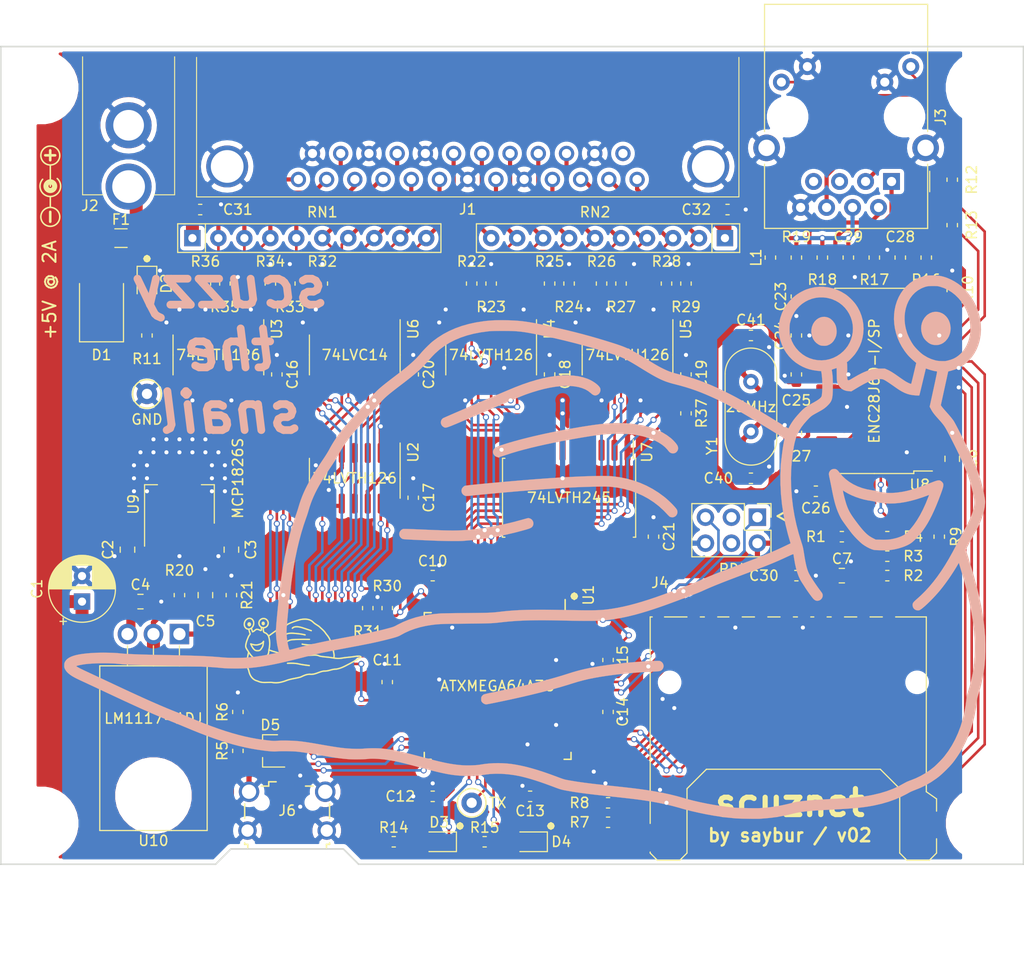
<source format=kicad_pcb>
(kicad_pcb (version 20171130) (host pcbnew "(5.1.6)-1")
  (layers (0 F.Cu signal) (31 B.Cu signal) (34 B.Paste user) (35 F.Paste user) (36 B.SilkS user) (37 F.SilkS user) (38 B.Mask user) (39 F.Mask user) (44 Edge.Cuts user))
  (net 0 "")
  (net 1 /REQ)
  (net 2 /MSG)
  (net 3 /IO)
  (net 4 /RST)
  (net 5 /ACK)
  (net 6 /BSY)
  (net 7 GND)
  (net 8 /DB0)
  (net 9 /DB3)
  (net 10 /DB5)
  (net 11 /DB6)
  (net 12 /DB7)
  (net 13 /CD)
  (net 14 /ATN)
  (net 15 /SEL)
  (net 16 /DBP)
  (net 17 /DB1)
  (net 18 /DB2)
  (net 19 /DB4)
  (net 20 VBUS)
  (net 21 "Net-(J1-Pad25)")
  (net 22 "Net-(F1-Pad2)")
  (net 23 "Net-(U1-Pad36)")
  (net 24 "Net-(U1-Pad54)")
  (net 25 "Net-(U1-Pad55)")
  (net 26 "Net-(U1-Pad59)")
  (net 27 /TSEL)
  (net 28 /TBSY)
  (net 29 /TIO)
  (net 30 VCC)
  (net 31 /TREQ)
  (net 32 /TMSG)
  (net 33 /TCD)
  (net 34 /TDBP)
  (net 35 /TDB0)
  (net 36 /TDB1)
  (net 37 /TDB2)
  (net 38 /TDB3)
  (net 39 /TDB4)
  (net 40 /TDB5)
  (net 41 /TDB6)
  (net 42 /TDB7)
  (net 43 /RRST)
  (net 44 /RATN)
  (net 45 /RACK)
  (net 46 /RBSY)
  (net 47 /RSEL)
  (net 48 /RDBP)
  (net 49 /RDB7)
  (net 50 /RDB6)
  (net 51 /RDB5)
  (net 52 /RDB4)
  (net 53 /RDB3)
  (net 54 /RDB2)
  (net 55 /RDB1)
  (net 56 /RDB0)
  (net 57 +5V)
  (net 58 "Net-(C5-Pad1)")
  (net 59 "Net-(C6-Pad1)")
  (net 60 "Net-(C28-Pad1)")
  (net 61 "Net-(C29-Pad1)")
  (net 62 "Net-(C40-Pad2)")
  (net 63 "Net-(C41-Pad2)")
  (net 64 "Net-(D1-Pad2)")
  (net 65 /TPOUT+)
  (net 66 /TPOUT-)
  (net 67 /TPIN+)
  (net 68 /TPIN-)
  (net 69 /LEDB)
  (net 70 /LEDA)
  (net 71 "Net-(J4-Pad8)")
  (net 72 /SD_MOSI)
  (net 73 /SD_SCK)
  (net 74 /SD_MISO)
  (net 75 "Net-(J5-Pad1)")
  (net 76 "Net-(J5-Pad3)")
  (net 77 "Net-(J5-Pad4)")
  (net 78 "Net-(J5-Pad5)")
  (net 79 /~E_CS)
  (net 80 /~SD_CS)
  (net 81 /E_SCK)
  (net 82 /E_MISO)
  (net 83 /E_MOSI)
  (net 84 /~E_RST)
  (net 85 "Net-(R7-Pad1)")
  (net 86 "Net-(U8-Pad3)")
  (net 87 "Net-(U8-Pad5)")
  (net 88 /DIAG_TX)
  (net 89 "Net-(D2-Pad2)")
  (net 90 "Net-(D3-Pad2)")
  (net 91 /~DOE)
  (net 92 "Net-(R8-Pad1)")
  (net 93 /~E_INT)
  (net 94 "Net-(U2-Pad8)")
  (net 95 "Net-(J3-PadR7)")
  (net 96 "Net-(J3-PadR5)")
  (net 97 "Net-(J4-Pad12)")
  (net 98 "Net-(J4-Pad13)")
  (net 99 "Net-(J4-Pad11)")
  (net 100 "Net-(J4-Pad10)")
  (net 101 "Net-(J4-Pad9)")
  (net 102 "Net-(D4-Pad2)")
  (net 103 "Net-(J6-Pad4)")
  (net 104 "Net-(J6-Pad1)")
  (net 105 "Net-(D5-Pad2)")
  (net 106 "Net-(D5-Pad1)")
  (net 107 "Net-(R5-Pad1)")
  (net 108 "Net-(R9-Pad1)")
  (net 109 "Net-(R10-Pad2)")
  (net 110 "Net-(R12-Pad1)")
  (net 111 "Net-(R13-Pad2)")
  (net 112 /LED1)
  (net 113 /LED2)
  (module Resistor_SMD:R_0603_1608Metric (layer F.Cu) (at 107.315 137.795 180)
    (fp_text reference R15 (at 0 1.397) (layer F.SilkS))
    (fp_text value 165)
    (pad 2 smd roundrect (at 0.7875 0 180) (size 0.875 0.95) (layers F.Cu F.Paste F.Mask) (net 30 VCC))
    (pad 1 smd roundrect (at -0.7875 0 180) (size 0.875 0.95) (layers F.Cu F.Paste F.Mask) (net 102 "Net-(D4-Pad2)"))
  )
  (module LED_SMD:LED_0805_2012Metric (layer F.Cu) (at 111.76 137.795 180)
    (fp_text reference D4 (at -3.048 0) (layer F.SilkS))
    (fp_text value LED)
    (pad 2 smd roundrect (at 0.9375 0 180) (size 0.975 1.4) (layers F.Cu F.Paste F.Mask) (net 102 "Net-(D4-Pad2)"))
    (pad 1 smd roundrect (at -0.9375 0 180) (size 0.975 1.4) (layers F.Cu F.Paste F.Mask) (net 113 /LED2))
  )
  (module scuznet:D25S13A (layer F.Cu) (at 89.1 71.73)
    (fp_text reference J1 (at 16.56 4.191) (layer F.SilkS))
    (fp_text value SCSI)
    (pad 0 thru_hole circle (at 40.08 0) (size 4.1 4.1) (drill 3.2) (layers *.Cu *.Mask) (net 7 GND))
    (pad 0 thru_hole circle (at -6.96 0) (size 4.1 4.1) (drill 3.2) (layers *.Cu *.Mask) (net 7 GND))
    (pad 25 thru_hole circle (at 31.74 -1.27) (size 1.5 1.5) (drill 0.9) (layers *.Cu *.Mask) (net 21 "Net-(J1-Pad25)"))
    (pad 24 thru_hole circle (at 28.98 -1.27) (size 1.5 1.5) (drill 0.9) (layers *.Cu *.Mask) (net 7 GND))
    (pad 23 thru_hole circle (at 26.22 -1.27) (size 1.5 1.5) (drill 0.9) (layers *.Cu *.Mask) (net 19 /DB4))
    (pad 22 thru_hole circle (at 23.46 -1.27) (size 1.5 1.5) (drill 0.9) (layers *.Cu *.Mask) (net 18 /DB2))
    (pad 21 thru_hole circle (at 20.7 -1.27) (size 1.5 1.5) (drill 0.9) (layers *.Cu *.Mask) (net 17 /DB1))
    (pad 20 thru_hole circle (at 17.94 -1.27) (size 1.5 1.5) (drill 0.9) (layers *.Cu *.Mask) (net 16 /DBP))
    (pad 19 thru_hole circle (at 15.18 -1.27) (size 1.5 1.5) (drill 0.9) (layers *.Cu *.Mask) (net 15 /SEL))
    (pad 18 thru_hole circle (at 12.42 -1.27) (size 1.5 1.5) (drill 0.9) (layers *.Cu *.Mask) (net 7 GND))
    (pad 17 thru_hole circle (at 9.66 -1.27) (size 1.5 1.5) (drill 0.9) (layers *.Cu *.Mask) (net 14 /ATN))
    (pad 16 thru_hole circle (at 6.9 -1.27) (size 1.5 1.5) (drill 0.9) (layers *.Cu *.Mask) (net 7 GND))
    (pad 15 thru_hole circle (at 4.14 -1.27) (size 1.5 1.5) (drill 0.9) (layers *.Cu *.Mask) (net 13 /CD))
    (pad 14 thru_hole circle (at 1.38 -1.27) (size 1.5 1.5) (drill 0.9) (layers *.Cu *.Mask) (net 7 GND))
    (pad 13 thru_hole circle (at 33.12 1.27) (size 1.5 1.5) (drill 0.9) (layers *.Cu *.Mask) (net 12 /DB7))
    (pad 12 thru_hole circle (at 30.36 1.27) (size 1.5 1.5) (drill 0.9) (layers *.Cu *.Mask) (net 11 /DB6))
    (pad 11 thru_hole circle (at 27.6 1.27) (size 1.5 1.5) (drill 0.9) (layers *.Cu *.Mask) (net 10 /DB5))
    (pad 10 thru_hole circle (at 24.84 1.27) (size 1.5 1.5) (drill 0.9) (layers *.Cu *.Mask) (net 9 /DB3))
    (pad 9 thru_hole circle (at 22.08 1.27) (size 1.5 1.5) (drill 0.9) (layers *.Cu *.Mask) (net 7 GND))
    (pad 8 thru_hole circle (at 19.32 1.27) (size 1.5 1.5) (drill 0.9) (layers *.Cu *.Mask) (net 8 /DB0))
    (pad 7 thru_hole circle (at 16.56 1.27) (size 1.5 1.5) (drill 0.9) (layers *.Cu *.Mask) (net 7 GND))
    (pad 6 thru_hole circle (at 13.8 1.27) (size 1.5 1.5) (drill 0.9) (layers *.Cu *.Mask) (net 6 /BSY))
    (pad 5 thru_hole circle (at 11.04 1.27) (size 1.5 1.5) (drill 0.9) (layers *.Cu *.Mask) (net 5 /ACK))
    (pad 4 thru_hole circle (at 8.28 1.27) (size 1.5 1.5) (drill 0.9) (layers *.Cu *.Mask) (net 4 /RST))
    (pad 3 thru_hole circle (at 5.52 1.27) (size 1.5 1.5) (drill 0.9) (layers *.Cu *.Mask) (net 3 /IO))
    (pad 2 thru_hole circle (at 2.76 1.27) (size 1.5 1.5) (drill 0.9) (layers *.Cu *.Mask) (net 2 /MSG))
    (pad 1 thru_hole circle (at 0 1.27) (size 1.5 1.5) (drill 0.9) (layers *.Cu *.Mask) (net 1 /REQ))
  )
  (module scuznet:PJ-037A (layer F.Cu) (at 72.5 60 270)
    (fp_text reference J2 (at 15.565 3.785 180) (layer F.SilkS))
    (fp_text value Barrel_Jack_2P)
    (pad 1 thru_hole circle (at 13.7 0 270) (size 4.5 4.5) (drill 3.2) (layers *.Cu *.Mask) (net 22 "Net-(F1-Pad2)"))
    (pad 2 thru_hole circle (at 7.7 0 270) (size 4.5 4.5) (drill 3) (layers *.Cu *.Mask) (net 7 GND))
  )
  (module Connector_PinHeader_2.54mm:PinHeader_2x03_P2.54mm_Vertical (layer F.Cu) (at 133.985 106.045 270)
    (fp_text reference J5)
    (fp_text value PDI (at 5.08 2.54 180) (layer F.SilkS))
    (pad 6 thru_hole oval (at 2.54 5.08 270) (size 1.7 1.7) (drill 1) (layers *.Cu *.Mask) (net 7 GND))
    (pad 5 thru_hole oval (at 0 5.08 270) (size 1.7 1.7) (drill 1) (layers *.Cu *.Mask) (net 78 "Net-(J5-Pad5)"))
    (pad 4 thru_hole oval (at 2.54 2.54 270) (size 1.7 1.7) (drill 1) (layers *.Cu *.Mask) (net 77 "Net-(J5-Pad4)"))
    (pad 3 thru_hole oval (at 0 2.54 270) (size 1.7 1.7) (drill 1) (layers *.Cu *.Mask) (net 76 "Net-(J5-Pad3)"))
    (pad 2 thru_hole oval (at 2.54 0 270) (size 1.7 1.7) (drill 1) (layers *.Cu *.Mask) (net 30 VCC))
    (pad 1 thru_hole rect (at 0 0 270) (size 1.7 1.7) (drill 1) (layers *.Cu *.Mask) (net 75 "Net-(J5-Pad1)"))
  )
  (module Package_TO_SOT_THT:TO-220F-3_Horizontal_TabDown (layer F.Cu) (at 77.47 117.475 180)
    (fp_text reference U10 (at 2.54 -20.22) (layer F.SilkS))
    (fp_text value LM1117-ADJ (at 2.54 -8.255) (layer F.SilkS))
    (pad "" np_thru_hole oval (at 2.54 -15.8 180) (size 3.5 3.5) (drill 3.5) (layers *.Cu *.Mask) (clearance 2))
    (pad 1 thru_hole rect (at 0 0 180) (size 1.905 2) (drill 1.2) (layers *.Cu *.Mask) (net 58 "Net-(C5-Pad1)"))
    (pad 2 thru_hole oval (at 2.54 0 180) (size 1.905 2) (drill 1.2) (layers *.Cu *.Mask) (net 20 VBUS))
    (pad 3 thru_hole oval (at 5.08 0 180) (size 1.905 2) (drill 1.2) (layers *.Cu *.Mask) (net 57 +5V))
  )
  (module Package_TO_SOT_SMD:SOT-223-3_TabPin2 (layer F.Cu) (at 77.47 104.775 90)
    (fp_text reference U9 (at 0 -4.5 90) (layer F.SilkS))
    (fp_text value MCP1826S (at 2.54 5.715 90) (layer F.SilkS))
    (pad 1 smd rect (at -3.15 -2.3 90) (size 2 1.5) (layers F.Cu F.Paste F.Mask) (net 57 +5V))
    (pad 3 smd rect (at -3.15 2.3 90) (size 2 1.5) (layers F.Cu F.Paste F.Mask) (net 30 VCC))
    (pad 2 smd rect (at -3.15 0 90) (size 2 1.5) (layers F.Cu F.Paste F.Mask) (net 7 GND))
    (pad 2 smd rect (at 3.15 0 90) (size 2 3.8) (layers F.Cu F.Paste F.Mask) (net 7 GND))
  )
  (module Resistor_SMD:R_0603_1608Metric (layer F.Cu) (at 83.185 125.095 270)
    (fp_text reference R6 (at 0 1.524 90) (layer F.SilkS))
    (fp_text value 10K)
    (pad 2 smd roundrect (at 0.7875 0 270) (size 0.875 0.95) (layers F.Cu F.Paste F.Mask) (net 107 "Net-(R5-Pad1)"))
    (pad 1 smd roundrect (at -0.7875 0 270) (size 0.875 0.95) (layers F.Cu F.Paste F.Mask) (net 7 GND))
  )
  (module Resistor_SMD:R_0603_1608Metric (layer F.Cu) (at 83.185 128.905 270)
    (fp_text reference R5 (at 0 1.524 90) (layer F.SilkS))
    (fp_text value 10K)
    (pad 2 smd roundrect (at 0.7875 0 270) (size 0.875 0.95) (layers F.Cu F.Paste F.Mask) (net 104 "Net-(J6-Pad1)"))
    (pad 1 smd roundrect (at -0.7875 0 270) (size 0.875 0.95) (layers F.Cu F.Paste F.Mask) (net 107 "Net-(R5-Pad1)"))
  )
  (module Connector_USB:USB_Micro-B_Wuerth_629105150521_CircularHoles (layer F.Cu) (at 88 134.75)
    (fp_text reference J6 (at 0.011 -0.003) (layer F.SilkS))
    (fp_text value USB_B_Micro)
    (pad "" np_thru_hole circle (at 2.5 -0.8) (size 0.8 0.8) (drill 0.8) (layers *.Cu *.Mask))
    (pad "" np_thru_hole circle (at -2.5 -0.8) (size 0.8 0.8) (drill 0.8) (layers *.Cu *.Mask))
    (pad 6 thru_hole circle (at 3.875 1.95) (size 1.8 1.8) (drill 1.2) (layers *.Cu *.Mask) (net 7 GND))
    (pad 6 thru_hole circle (at -3.875 1.95) (size 1.8 1.8) (drill 1.2) (layers *.Cu *.Mask) (net 7 GND))
    (pad 6 thru_hole circle (at 3.725 -1.85) (size 2 2) (drill 1.4) (layers *.Cu *.Mask) (net 7 GND))
    (pad 6 thru_hole circle (at -3.725 -1.85) (size 2 2) (drill 1.4) (layers *.Cu *.Mask) (net 7 GND))
    (pad 5 smd rect (at 1.3 -1.9) (size 0.45 1.3) (layers F.Cu F.Paste F.Mask) (net 7 GND))
    (pad 4 smd rect (at 0.65 -1.9) (size 0.45 1.3) (layers F.Cu F.Paste F.Mask) (net 103 "Net-(J6-Pad4)"))
    (pad 3 smd rect (at 0 -1.9) (size 0.45 1.3) (layers F.Cu F.Paste F.Mask) (net 106 "Net-(D5-Pad1)"))
    (pad 2 smd rect (at -0.65 -1.9) (size 0.45 1.3) (layers F.Cu F.Paste F.Mask) (net 105 "Net-(D5-Pad2)"))
    (pad 1 smd rect (at -1.3 -1.9) (size 0.45 1.3) (layers F.Cu F.Paste F.Mask) (net 104 "Net-(J6-Pad1)"))
  )
  (module Package_TO_SOT_SMD:SOT-23 (layer F.Cu) (at 86.36 128.905 180)
    (fp_text reference D5 (at 0 2.54) (layer F.SilkS))
    (fp_text value SP0502BAHT)
    (pad 3 smd rect (at 1 0 180) (size 0.9 0.8) (layers F.Cu F.Paste F.Mask) (net 7 GND))
    (pad 2 smd rect (at -1 0.95 180) (size 0.9 0.8) (layers F.Cu F.Paste F.Mask) (net 105 "Net-(D5-Pad2)"))
    (pad 1 smd rect (at -1 -0.95 180) (size 0.9 0.8) (layers F.Cu F.Paste F.Mask) (net 106 "Net-(D5-Pad1)"))
  )
  (module Connector_Card:SD_Kyocera_145638009211859+ (layer F.Cu) (at 137.5 127.5)
    (fp_text reference J4 (at -13.04 -15.04 180) (layer F.SilkS))
    (fp_text value SD_Card)
    (pad 12 smd roundrect (at 13.2 8.7) (size 1.8 2.4) (layers F.Cu F.Paste F.Mask) (roundrect_rratio 0.139) (net 97 "Net-(J4-Pad12)"))
    (pad 13 smd roundrect (at -13.25 9.9) (size 1.7 2.4) (layers F.Cu F.Paste F.Mask) (roundrect_rratio 0.147) (net 98 "Net-(J4-Pad13)"))
    (pad "" np_thru_hole circle (at 12.1 -5.3 180) (size 1.5 1.5) (drill 1.5) (layers *.Cu *.Mask))
    (pad "" np_thru_hole circle (at -12.1 -5.3 180) (size 1.5 1.5) (drill 1.5) (layers *.Cu *.Mask))
    (pad 11 smd roundrect (at -13.24 -12.5) (size 0.7 2) (layers F.Cu F.Paste F.Mask) (roundrect_rratio 0.357) (net 99 "Net-(J4-Pad11)"))
    (pad 8 smd roundrect (at -9.75 -12.5) (size 0.8 2) (layers F.Cu F.Paste F.Mask) (roundrect_rratio 0.313) (net 71 "Net-(J4-Pad8)"))
    (pad 7 smd roundrect (at -8.05 -12.5) (size 0.8 2) (layers F.Cu F.Paste F.Mask) (roundrect_rratio 0.313) (net 74 /SD_MISO))
    (pad 6 smd roundrect (at -5.62 -12.5) (size 0.8 2) (layers F.Cu F.Paste F.Mask) (roundrect_rratio 0.313) (net 7 GND))
    (pad 5 smd roundrect (at -3.12 -12.5) (size 0.8 2) (layers F.Cu F.Paste F.Mask) (roundrect_rratio 0.313) (net 73 /SD_SCK))
    (pad 4 smd roundrect (at -0.62 -12.5) (size 0.8 2) (layers F.Cu F.Paste F.Mask) (roundrect_rratio 0.313) (net 30 VCC))
    (pad 3 smd roundrect (at 1.08 -12.5) (size 0.8 2) (layers F.Cu F.Paste F.Mask) (roundrect_rratio 0.313) (net 7 GND))
    (pad 10 smd roundrect (at 2.68 -12.5) (size 0.8 2) (layers F.Cu F.Paste F.Mask) (roundrect_rratio 0.313) (net 100 "Net-(J4-Pad10)"))
    (pad 2 smd roundrect (at 4.38 -12.5) (size 0.8 2) (layers F.Cu F.Paste F.Mask) (roundrect_rratio 0.313) (net 72 /SD_MOSI))
    (pad 1 smd roundrect (at 6.88 -12.5) (size 0.8 2) (layers F.Cu F.Paste F.Mask) (roundrect_rratio 0.313) (net 80 /~SD_CS))
    (pad 9 smd roundrect (at 9.38 -12.5) (size 0.8 2) (layers F.Cu F.Paste F.Mask) (roundrect_rratio 0.313) (net 101 "Net-(J4-Pad9)"))
  )
  (module MountingHole:MountingHole_3.2mm_M3 (layer F.Cu) (at 156 136)
    (fp_text reference REF**)
    (fp_text value MountingHole_3.2mm_M3)
    (pad 1 np_thru_hole circle (at 0 0) (size 3.2 3.2) (drill 3.2) (layers *.Cu *.Mask))
  )
  (module MountingHole:MountingHole_3.2mm_M3 (layer F.Cu) (at 64 136)
    (fp_text reference REF**)
    (fp_text value MountingHole_3.2mm_M3)
    (pad "" np_thru_hole circle (at 0 0) (size 3.2 3.2) (drill 3.2) (layers *.Cu *.Mask) (clearance 2))
  )
  (module MountingHole:MountingHole_3.2mm_M3 (layer F.Cu) (at 64 64)
    (fp_text reference REF**)
    (fp_text value MountingHole_3.2mm_M3)
    (pad "" np_thru_hole circle (at 0 0) (size 3.2 3.2) (drill 3.2) (layers *.Cu *.Mask) (clearance 2))
  )
  (module MountingHole:MountingHole_3.2mm_M3 (layer F.Cu) (at 156 64)
    (fp_text reference REF**)
    (fp_text value MountingHole_3.2mm_M3)
    (pad "" np_thru_hole circle (at 0 0) (size 3.2 3.2) (drill 3.2) (layers *.Cu *.Mask) (clearance 2))
  )
  (module Connector_RJ:RJ45_Amphenol_RJMG1BD3B8K1ANR (layer F.Cu) (at 147.1 73.2 180)
    (fp_text reference J3 (at -4.8 6.3 270) (layer F.SilkS))
    (fp_text value RJ45-TRANSFO)
    (pad R1 thru_hole rect (at 0 0 180) (size 1.651 1.651) (drill 0.9) (layers *.Cu *.Mask) (net 65 /TPOUT+))
    (pad R2 thru_hole circle (at 1.27 -2.54 180) (size 1.651 1.651) (drill 0.9) (layers *.Cu *.Mask) (net 66 /TPOUT-))
    (pad R3 thru_hole circle (at 2.54 0 180) (size 1.651 1.651) (drill 0.9) (layers *.Cu *.Mask) (net 67 /TPIN+))
    (pad R4 thru_hole circle (at 3.81 -2.54 180) (size 1.651 1.651) (drill 0.9) (layers *.Cu *.Mask) (net 61 "Net-(C29-Pad1)"))
    (pad R5 thru_hole circle (at 5.08 0 180) (size 1.651 1.651) (drill 0.9) (layers *.Cu *.Mask) (net 96 "Net-(J3-PadR5)"))
    (pad R6 thru_hole circle (at 6.35 -2.54 180) (size 1.651 1.651) (drill 0.9) (layers *.Cu *.Mask) (net 68 /TPIN-))
    (pad R7 thru_hole circle (at 7.62 0 180) (size 1.651 1.651) (drill 0.9) (layers *.Cu *.Mask) (net 95 "Net-(J3-PadR7)"))
    (pad R8 thru_hole circle (at 8.89 -2.54 180) (size 1.651 1.651) (drill 0.9) (layers *.Cu *.Mask) (net 7 GND))
    (pad L1 thru_hole circle (at 10.77 9.72 180) (size 1.651 1.651) (drill 0.89) (layers *.Cu *.Mask) (net 69 /LEDB))
    (pad L2 thru_hole circle (at 8.23 11.24 180) (size 1.651 1.651) (drill 0.89) (layers *.Cu *.Mask) (net 7 GND))
    (pad L3 thru_hole circle (at 0.66 9.72 180) (size 1.651 1.651) (drill 0.89) (layers *.Cu *.Mask) (net 7 GND))
    (pad L4 thru_hole circle (at -1.88 11.24 180) (size 1.651 1.651) (drill 0.89) (layers *.Cu *.Mask) (net 70 /LEDA))
    (pad 13 thru_hole circle (at -3.33 3.29 180) (size 2.6 2.6) (drill 1.6) (layers *.Cu *.Mask) (net 7 GND))
    (pad 13 thru_hole circle (at 12.22 3.29 180) (size 2.6 2.6) (drill 1.6) (layers *.Cu *.Mask) (net 7 GND))
    (pad "" np_thru_hole circle (at -1.27 6.34 180) (size 3.25 3.25) (drill 3.25) (layers *.Cu *.Mask))
    (pad "" np_thru_hole circle (at 10.16 6.34 180) (size 3.25 3.25) (drill 3.25) (layers *.Cu *.Mask))
  )
  (module Package_SO:SOIC-20W_7.5x12.8mm_P1.27mm (layer F.Cu) (at 115.57 104.14 270)
    (fp_text reference U7 (at -4.445 -7.62 90) (layer F.SilkS))
    (fp_text value 74LVTH245 (at 0 0 180) (layer F.SilkS))
    (pad 20 smd roundrect (at 4.65 -5.715 270) (size 2.05 0.6) (layers F.Cu F.Paste F.Mask) (net 30 VCC))
    (pad 19 smd roundrect (at 4.65 -4.445 270) (size 2.05 0.6) (layers F.Cu F.Paste F.Mask) (net 91 /~DOE))
    (pad 18 smd roundrect (at 4.65 -3.175 270) (size 2.05 0.6) (layers F.Cu F.Paste F.Mask) (net 49 /RDB7))
    (pad 17 smd roundrect (at 4.65 -1.905 270) (size 2.05 0.6) (layers F.Cu F.Paste F.Mask) (net 50 /RDB6))
    (pad 16 smd roundrect (at 4.65 -0.635 270) (size 2.05 0.6) (layers F.Cu F.Paste F.Mask) (net 51 /RDB5))
    (pad 15 smd roundrect (at 4.65 0.635 270) (size 2.05 0.6) (layers F.Cu F.Paste F.Mask) (net 52 /RDB4))
    (pad 14 smd roundrect (at 4.65 1.905 270) (size 2.05 0.6) (layers F.Cu F.Paste F.Mask) (net 53 /RDB3))
    (pad 13 smd roundrect (at 4.65 3.175 270) (size 2.05 0.6) (layers F.Cu F.Paste F.Mask) (net 54 /RDB2))
    (pad 12 smd roundrect (at 4.65 4.445 270) (size 2.05 0.6) (layers F.Cu F.Paste F.Mask) (net 55 /RDB1))
    (pad 11 smd roundrect (at 4.65 5.715 270) (size 2.05 0.6) (layers F.Cu F.Paste F.Mask) (net 56 /RDB0))
    (pad 10 smd roundrect (at -4.65 5.715 270) (size 2.05 0.6) (layers F.Cu F.Paste F.Mask) (net 7 GND))
    (pad 9 smd roundrect (at -4.65 4.445 270) (size 2.05 0.6) (layers F.Cu F.Paste F.Mask) (net 8 /DB0))
    (pad 8 smd roundrect (at -4.65 3.175 270) (size 2.05 0.6) (layers F.Cu F.Paste F.Mask) (net 17 /DB1))
    (pad 7 smd roundrect (at -4.65 1.905 270) (size 2.05 0.6) (layers F.Cu F.Paste F.Mask) (net 18 /DB2))
    (pad 6 smd roundrect (at -4.65 0.635 270) (size 2.05 0.6) (layers F.Cu F.Paste F.Mask) (net 9 /DB3))
    (pad 5 smd roundrect (at -4.65 -0.635 270) (size 2.05 0.6) (layers F.Cu F.Paste F.Mask) (net 19 /DB4))
    (pad 4 smd roundrect (at -4.65 -1.905 270) (size 2.05 0.6) (layers F.Cu F.Paste F.Mask) (net 10 /DB5))
    (pad 3 smd roundrect (at -4.65 -3.175 270) (size 2.05 0.6) (layers F.Cu F.Paste F.Mask) (net 11 /DB6))
    (pad 2 smd roundrect (at -4.65 -4.445 270) (size 2.05 0.6) (layers F.Cu F.Paste F.Mask) (net 12 /DB7))
    (pad 1 smd roundrect (at -4.65 -5.715 270) (size 2.05 0.6) (layers F.Cu F.Paste F.Mask) (net 30 VCC))
  )
  (module Crystal:Crystal_HC49-4H_Vertical (layer F.Cu) (at 133.35 92.783 270)
    (fp_text reference Y1 (at 6.277 3.81 90) (layer F.SilkS))
    (fp_text value 25MHz (at 2.467 0 180) (layer F.SilkS))
    (pad 2 thru_hole circle (at 4.88 0 270) (size 1.5 1.5) (drill 0.8) (layers *.Cu *.Mask) (net 62 "Net-(C40-Pad2)"))
    (pad 1 thru_hole circle (at 0 0 270) (size 1.5 1.5) (drill 0.8) (layers *.Cu *.Mask) (net 63 "Net-(C41-Pad2)"))
  )
  (module Package_SO:SOIC-28W_7.5x17.9mm_P1.27mm (layer F.Cu) (at 145.415 92.71 180)
    (fp_text reference U8 (at -4.445 -10.16) (layer F.SilkS))
    (fp_text value ENC28J60-I/SP (at 0 0 90) (layer F.SilkS))
    (pad 28 smd roundrect (at 4.65 -8.255 180) (size 2.05 0.6) (layers F.Cu F.Paste F.Mask) (net 30 VCC))
    (pad 27 smd roundrect (at 4.65 -6.985 180) (size 2.05 0.6) (layers F.Cu F.Paste F.Mask) (net 110 "Net-(R12-Pad1)"))
    (pad 26 smd roundrect (at 4.65 -5.715 180) (size 2.05 0.6) (layers F.Cu F.Paste F.Mask) (net 111 "Net-(R13-Pad2)"))
    (pad 25 smd roundrect (at 4.65 -4.445 180) (size 2.05 0.6) (layers F.Cu F.Paste F.Mask) (net 30 VCC))
    (pad 24 smd roundrect (at 4.65 -3.175 180) (size 2.05 0.6) (layers F.Cu F.Paste F.Mask) (net 62 "Net-(C40-Pad2)"))
    (pad 23 smd roundrect (at 4.65 -1.905 180) (size 2.05 0.6) (layers F.Cu F.Paste F.Mask) (net 63 "Net-(C41-Pad2)"))
    (pad 22 smd roundrect (at 4.65 -0.635 180) (size 2.05 0.6) (layers F.Cu F.Paste F.Mask) (net 7 GND))
    (pad 21 smd roundrect (at 4.65 0.635 180) (size 2.05 0.6) (layers F.Cu F.Paste F.Mask) (net 7 GND))
    (pad 20 smd roundrect (at 4.65 1.905 180) (size 2.05 0.6) (layers F.Cu F.Paste F.Mask) (net 30 VCC))
    (pad 19 smd roundrect (at 4.65 3.175 180) (size 2.05 0.6) (layers F.Cu F.Paste F.Mask) (net 30 VCC))
    (pad 18 smd roundrect (at 4.65 4.445 180) (size 2.05 0.6) (layers F.Cu F.Paste F.Mask) (net 7 GND))
    (pad 17 smd roundrect (at 4.65 5.715 180) (size 2.05 0.6) (layers F.Cu F.Paste F.Mask) (net 65 /TPOUT+))
    (pad 16 smd roundrect (at 4.65 6.985 180) (size 2.05 0.6) (layers F.Cu F.Paste F.Mask) (net 66 /TPOUT-))
    (pad 15 smd roundrect (at 4.65 8.255 180) (size 2.05 0.6) (layers F.Cu F.Paste F.Mask) (net 30 VCC))
    (pad 14 smd roundrect (at -4.65 8.255 180) (size 2.05 0.6) (layers F.Cu F.Paste F.Mask) (net 109 "Net-(R10-Pad2)"))
    (pad 13 smd roundrect (at -4.65 6.985 180) (size 2.05 0.6) (layers F.Cu F.Paste F.Mask) (net 67 /TPIN+))
    (pad 12 smd roundrect (at -4.65 5.715 180) (size 2.05 0.6) (layers F.Cu F.Paste F.Mask) (net 68 /TPIN-))
    (pad 11 smd roundrect (at -4.65 4.445 180) (size 2.05 0.6) (layers F.Cu F.Paste F.Mask) (net 7 GND))
    (pad 10 smd roundrect (at -4.65 3.175 180) (size 2.05 0.6) (layers F.Cu F.Paste F.Mask) (net 84 /~E_RST))
    (pad 9 smd roundrect (at -4.65 1.905 180) (size 2.05 0.6) (layers F.Cu F.Paste F.Mask) (net 79 /~E_CS))
    (pad 8 smd roundrect (at -4.65 0.635 180) (size 2.05 0.6) (layers F.Cu F.Paste F.Mask) (net 81 /E_SCK))
    (pad 7 smd roundrect (at -4.65 -0.635 180) (size 2.05 0.6) (layers F.Cu F.Paste F.Mask) (net 83 /E_MOSI))
    (pad 6 smd roundrect (at -4.65 -1.905 180) (size 2.05 0.6) (layers F.Cu F.Paste F.Mask) (net 108 "Net-(R9-Pad1)"))
    (pad 5 smd roundrect (at -4.65 -3.175 180) (size 2.05 0.6) (layers F.Cu F.Paste F.Mask) (net 87 "Net-(U8-Pad5)"))
    (pad 4 smd roundrect (at -4.65 -4.445 180) (size 2.05 0.6) (layers F.Cu F.Paste F.Mask) (net 93 /~E_INT))
    (pad 3 smd roundrect (at -4.65 -5.715 180) (size 2.05 0.6) (layers F.Cu F.Paste F.Mask) (net 86 "Net-(U8-Pad3)"))
    (pad 2 smd roundrect (at -4.65 -6.985 180) (size 2.05 0.6) (layers F.Cu F.Paste F.Mask) (net 7 GND))
    (pad 1 smd roundrect (at -4.65 -8.255 180) (size 2.05 0.6) (layers F.Cu F.Paste F.Mask) (net 59 "Net-(C6-Pad1)"))
  )
  (module Package_SO:SOIC-14_3.9x8.7mm_P1.27mm (layer F.Cu) (at 94.615 90.17 270)
    (fp_text reference U6 (at -2.54 -5.715 90) (layer F.SilkS))
    (fp_text value 74LVC14 (at 0 0 180) (layer F.SilkS))
    (pad 14 smd roundrect (at 2.475 -3.81 270) (size 1.95 0.6) (layers F.Cu F.Paste F.Mask) (net 30 VCC))
    (pad 13 smd roundrect (at 2.475 -2.54 270) (size 1.95 0.6) (layers F.Cu F.Paste F.Mask) (net 15 /SEL))
    (pad 12 smd roundrect (at 2.475 -1.27 270) (size 1.95 0.6) (layers F.Cu F.Paste F.Mask) (net 47 /RSEL))
    (pad 11 smd roundrect (at 2.475 0 270) (size 1.95 0.6) (layers F.Cu F.Paste F.Mask) (net 5 /ACK))
    (pad 10 smd roundrect (at 2.475 1.27 270) (size 1.95 0.6) (layers F.Cu F.Paste F.Mask) (net 45 /RACK))
    (pad 9 smd roundrect (at 2.475 2.54 270) (size 1.95 0.6) (layers F.Cu F.Paste F.Mask) (net 4 /RST))
    (pad 8 smd roundrect (at 2.475 3.81 270) (size 1.95 0.6) (layers F.Cu F.Paste F.Mask) (net 43 /RRST))
    (pad 7 smd roundrect (at -2.475 3.81 270) (size 1.95 0.6) (layers F.Cu F.Paste F.Mask) (net 7 GND))
    (pad 6 smd roundrect (at -2.475 2.54 270) (size 1.95 0.6) (layers F.Cu F.Paste F.Mask) (net 44 /RATN))
    (pad 5 smd roundrect (at -2.475 1.27 270) (size 1.95 0.6) (layers F.Cu F.Paste F.Mask) (net 14 /ATN))
    (pad 4 smd roundrect (at -2.475 0 270) (size 1.95 0.6) (layers F.Cu F.Paste F.Mask) (net 46 /RBSY))
    (pad 3 smd roundrect (at -2.475 -1.27 270) (size 1.95 0.6) (layers F.Cu F.Paste F.Mask) (net 6 /BSY))
    (pad 2 smd roundrect (at -2.475 -2.54 270) (size 1.95 0.6) (layers F.Cu F.Paste F.Mask) (net 48 /RDBP))
    (pad 1 smd roundrect (at -2.475 -3.81 270) (size 1.95 0.6) (layers F.Cu F.Paste F.Mask) (net 16 /DBP))
  )
  (module Package_SO:SOIC-14_3.9x8.7mm_P1.27mm (layer F.Cu) (at 121.285 90.17 270)
    (fp_text reference U5 (at -2.54 -5.715 90) (layer F.SilkS))
    (fp_text value 74LVTH126 (at 0 0 180) (layer F.SilkS))
    (pad 14 smd roundrect (at 2.475 -3.81 270) (size 1.95 0.6) (layers F.Cu F.Paste F.Mask) (net 30 VCC))
    (pad 13 smd roundrect (at 2.475 -2.54 270) (size 1.95 0.6) (layers F.Cu F.Paste F.Mask) (net 41 /TDB6))
    (pad 12 smd roundrect (at 2.475 -1.27 270) (size 1.95 0.6) (layers F.Cu F.Paste F.Mask) (net 7 GND))
    (pad 11 smd roundrect (at 2.475 0 270) (size 1.95 0.6) (layers F.Cu F.Paste F.Mask) (net 11 /DB6))
    (pad 10 smd roundrect (at 2.475 1.27 270) (size 1.95 0.6) (layers F.Cu F.Paste F.Mask) (net 39 /TDB4))
    (pad 9 smd roundrect (at 2.475 2.54 270) (size 1.95 0.6) (layers F.Cu F.Paste F.Mask) (net 7 GND))
    (pad 8 smd roundrect (at 2.475 3.81 270) (size 1.95 0.6) (layers F.Cu F.Paste F.Mask) (net 19 /DB4))
    (pad 7 smd roundrect (at -2.475 3.81 270) (size 1.95 0.6) (layers F.Cu F.Paste F.Mask) (net 7 GND))
    (pad 6 smd roundrect (at -2.475 2.54 270) (size 1.95 0.6) (layers F.Cu F.Paste F.Mask) (net 10 /DB5))
    (pad 5 smd roundrect (at -2.475 1.27 270) (size 1.95 0.6) (layers F.Cu F.Paste F.Mask) (net 7 GND))
    (pad 4 smd roundrect (at -2.475 0 270) (size 1.95 0.6) (layers F.Cu F.Paste F.Mask) (net 40 /TDB5))
    (pad 3 smd roundrect (at -2.475 -1.27 270) (size 1.95 0.6) (layers F.Cu F.Paste F.Mask) (net 12 /DB7))
    (pad 2 smd roundrect (at -2.475 -2.54 270) (size 1.95 0.6) (layers F.Cu F.Paste F.Mask) (net 7 GND))
    (pad 1 smd roundrect (at -2.475 -3.81 270) (size 1.95 0.6) (layers F.Cu F.Paste F.Mask) (net 42 /TDB7))
  )
  (module Package_SO:SOIC-14_3.9x8.7mm_P1.27mm (layer F.Cu) (at 107.95 90.17 270)
    (fp_text reference U4 (at -2.54 -5.715 90) (layer F.SilkS))
    (fp_text value 74LVTH126 (at 0 0 180) (layer F.SilkS))
    (pad 14 smd roundrect (at 2.475 -3.81 270) (size 1.95 0.6) (layers F.Cu F.Paste F.Mask) (net 30 VCC))
    (pad 13 smd roundrect (at 2.475 -2.54 270) (size 1.95 0.6) (layers F.Cu F.Paste F.Mask) (net 37 /TDB2))
    (pad 12 smd roundrect (at 2.475 -1.27 270) (size 1.95 0.6) (layers F.Cu F.Paste F.Mask) (net 7 GND))
    (pad 11 smd roundrect (at 2.475 0 270) (size 1.95 0.6) (layers F.Cu F.Paste F.Mask) (net 18 /DB2))
    (pad 10 smd roundrect (at 2.475 1.27 270) (size 1.95 0.6) (layers F.Cu F.Paste F.Mask) (net 35 /TDB0))
    (pad 9 smd roundrect (at 2.475 2.54 270) (size 1.95 0.6) (layers F.Cu F.Paste F.Mask) (net 7 GND))
    (pad 8 smd roundrect (at 2.475 3.81 270) (size 1.95 0.6) (layers F.Cu F.Paste F.Mask) (net 8 /DB0))
    (pad 7 smd roundrect (at -2.475 3.81 270) (size 1.95 0.6) (layers F.Cu F.Paste F.Mask) (net 7 GND))
    (pad 6 smd roundrect (at -2.475 2.54 270) (size 1.95 0.6) (layers F.Cu F.Paste F.Mask) (net 17 /DB1))
    (pad 5 smd roundrect (at -2.475 1.27 270) (size 1.95 0.6) (layers F.Cu F.Paste F.Mask) (net 7 GND))
    (pad 4 smd roundrect (at -2.475 0 270) (size 1.95 0.6) (layers F.Cu F.Paste F.Mask) (net 36 /TDB1))
    (pad 3 smd roundrect (at -2.475 -1.27 270) (size 1.95 0.6) (layers F.Cu F.Paste F.Mask) (net 9 /DB3))
    (pad 2 smd roundrect (at -2.475 -2.54 270) (size 1.95 0.6) (layers F.Cu F.Paste F.Mask) (net 7 GND))
    (pad 1 smd roundrect (at -2.475 -3.81 270) (size 1.95 0.6) (layers F.Cu F.Paste F.Mask) (net 38 /TDB3))
  )
  (module Package_SO:SOIC-14_3.9x8.7mm_P1.27mm (layer F.Cu) (at 81.28 90.17 270)
    (fp_text reference U3 (at -2.54 -5.715 90) (layer F.SilkS))
    (fp_text value 74LVTH126 (at 0 0 180) (layer F.SilkS))
    (pad 14 smd roundrect (at 2.475 -3.81 270) (size 1.95 0.6) (layers F.Cu F.Paste F.Mask) (net 30 VCC))
    (pad 13 smd roundrect (at 2.475 -2.54 270) (size 1.95 0.6) (layers F.Cu F.Paste F.Mask) (net 33 /TCD))
    (pad 12 smd roundrect (at 2.475 -1.27 270) (size 1.95 0.6) (layers F.Cu F.Paste F.Mask) (net 7 GND))
    (pad 11 smd roundrect (at 2.475 0 270) (size 1.95 0.6) (layers F.Cu F.Paste F.Mask) (net 13 /CD))
    (pad 10 smd roundrect (at 2.475 1.27 270) (size 1.95 0.6) (layers F.Cu F.Paste F.Mask) (net 31 /TREQ))
    (pad 9 smd roundrect (at 2.475 2.54 270) (size 1.95 0.6) (layers F.Cu F.Paste F.Mask) (net 7 GND))
    (pad 8 smd roundrect (at 2.475 3.81 270) (size 1.95 0.6) (layers F.Cu F.Paste F.Mask) (net 1 /REQ))
    (pad 7 smd roundrect (at -2.475 3.81 270) (size 1.95 0.6) (layers F.Cu F.Paste F.Mask) (net 7 GND))
    (pad 6 smd roundrect (at -2.475 2.54 270) (size 1.95 0.6) (layers F.Cu F.Paste F.Mask) (net 2 /MSG))
    (pad 5 smd roundrect (at -2.475 1.27 270) (size 1.95 0.6) (layers F.Cu F.Paste F.Mask) (net 7 GND))
    (pad 4 smd roundrect (at -2.475 0 270) (size 1.95 0.6) (layers F.Cu F.Paste F.Mask) (net 32 /TMSG))
    (pad 3 smd roundrect (at -2.475 -1.27 270) (size 1.95 0.6) (layers F.Cu F.Paste F.Mask) (net 3 /IO))
    (pad 2 smd roundrect (at -2.475 -2.54 270) (size 1.95 0.6) (layers F.Cu F.Paste F.Mask) (net 7 GND))
    (pad 1 smd roundrect (at -2.475 -3.81 270) (size 1.95 0.6) (layers F.Cu F.Paste F.Mask) (net 29 /TIO))
  )
  (module Package_SO:SOIC-14_3.9x8.7mm_P1.27mm (layer F.Cu) (at 94.615 102.235 270)
    (fp_text reference U2 (at -2.54 -5.715 90) (layer F.SilkS))
    (fp_text value 74LVTH126 (at 0 0 180) (layer F.SilkS))
    (pad 14 smd roundrect (at 2.475 -3.81 270) (size 1.95 0.6) (layers F.Cu F.Paste F.Mask) (net 30 VCC))
    (pad 13 smd roundrect (at 2.475 -2.54 270) (size 1.95 0.6) (layers F.Cu F.Paste F.Mask) (net 27 /TSEL))
    (pad 12 smd roundrect (at 2.475 -1.27 270) (size 1.95 0.6) (layers F.Cu F.Paste F.Mask) (net 7 GND))
    (pad 11 smd roundrect (at 2.475 0 270) (size 1.95 0.6) (layers F.Cu F.Paste F.Mask) (net 15 /SEL))
    (pad 10 smd roundrect (at 2.475 1.27 270) (size 1.95 0.6) (layers F.Cu F.Paste F.Mask) (net 7 GND))
    (pad 9 smd roundrect (at 2.475 2.54 270) (size 1.95 0.6) (layers F.Cu F.Paste F.Mask) (net 7 GND))
    (pad 8 smd roundrect (at 2.475 3.81 270) (size 1.95 0.6) (layers F.Cu F.Paste F.Mask) (net 94 "Net-(U2-Pad8)"))
    (pad 7 smd roundrect (at -2.475 3.81 270) (size 1.95 0.6) (layers F.Cu F.Paste F.Mask) (net 7 GND))
    (pad 6 smd roundrect (at -2.475 2.54 270) (size 1.95 0.6) (layers F.Cu F.Paste F.Mask) (net 6 /BSY))
    (pad 5 smd roundrect (at -2.475 1.27 270) (size 1.95 0.6) (layers F.Cu F.Paste F.Mask) (net 7 GND))
    (pad 4 smd roundrect (at -2.475 0 270) (size 1.95 0.6) (layers F.Cu F.Paste F.Mask) (net 28 /TBSY))
    (pad 3 smd roundrect (at -2.475 -1.27 270) (size 1.95 0.6) (layers F.Cu F.Paste F.Mask) (net 16 /DBP))
    (pad 2 smd roundrect (at -2.475 -2.54 270) (size 1.95 0.6) (layers F.Cu F.Paste F.Mask) (net 7 GND))
    (pad 1 smd roundrect (at -2.475 -3.81 270) (size 1.95 0.6) (layers F.Cu F.Paste F.Mask) (net 34 /TDBP))
  )
  (module Package_QFP:TQFP-64_14x14mm_P0.8mm (layer F.Cu) (at 108.585 122.555 270)
    (fp_text reference U1 (at -8.89 -8.89 90) (layer F.SilkS))
    (fp_text value ATXMEGA64A3U (at 0 0 180) (layer F.SilkS))
    (pad 64 smd rect (at -6 -7.7) (size 1.5 0.55) (layers F.Cu F.Paste F.Mask) (net 51 /RDB5))
    (pad 63 smd rect (at -5.2 -7.7) (size 1.5 0.55) (layers F.Cu F.Paste F.Mask) (net 50 /RDB6))
    (pad 62 smd rect (at -4.4 -7.7) (size 1.5 0.55) (layers F.Cu F.Paste F.Mask) (net 49 /RDB7))
    (pad 61 smd rect (at -3.6 -7.7) (size 1.5 0.55) (layers F.Cu F.Paste F.Mask) (net 30 VCC))
    (pad 60 smd rect (at -2.8 -7.7) (size 1.5 0.55) (layers F.Cu F.Paste F.Mask) (net 7 GND))
    (pad 59 smd rect (at -2 -7.7) (size 1.5 0.55) (layers F.Cu F.Paste F.Mask) (net 26 "Net-(U1-Pad59)"))
    (pad 58 smd rect (at -1.2 -7.7) (size 1.5 0.55) (layers F.Cu F.Paste F.Mask) (net 91 /~DOE))
    (pad 57 smd rect (at -0.4 -7.7) (size 1.5 0.55) (layers F.Cu F.Paste F.Mask) (net 78 "Net-(J5-Pad5)"))
    (pad 56 smd rect (at 0.4 -7.7) (size 1.5 0.55) (layers F.Cu F.Paste F.Mask) (net 75 "Net-(J5-Pad1)"))
    (pad 55 smd rect (at 1.2 -7.7) (size 1.5 0.55) (layers F.Cu F.Paste F.Mask) (net 25 "Net-(U1-Pad55)"))
    (pad 54 smd rect (at 2 -7.7) (size 1.5 0.55) (layers F.Cu F.Paste F.Mask) (net 24 "Net-(U1-Pad54)"))
    (pad 53 smd rect (at 2.8 -7.7) (size 1.5 0.55) (layers F.Cu F.Paste F.Mask) (net 30 VCC))
    (pad 52 smd rect (at 3.6 -7.7) (size 1.5 0.55) (layers F.Cu F.Paste F.Mask) (net 7 GND))
    (pad 51 smd rect (at 4.4 -7.7) (size 1.5 0.55) (layers F.Cu F.Paste F.Mask) (net 93 /~E_INT))
    (pad 50 smd rect (at 5.2 -7.7) (size 1.5 0.55) (layers F.Cu F.Paste F.Mask) (net 84 /~E_RST))
    (pad 49 smd rect (at 6 -7.7) (size 1.5 0.55) (layers F.Cu F.Paste F.Mask) (net 72 /SD_MOSI))
    (pad 48 smd rect (at 7.7 -6 270) (size 1.5 0.55) (layers F.Cu F.Paste F.Mask) (net 74 /SD_MISO))
    (pad 47 smd rect (at 7.7 -5.2 270) (size 1.5 0.55) (layers F.Cu F.Paste F.Mask) (net 73 /SD_SCK))
    (pad 46 smd rect (at 7.7 -4.4 270) (size 1.5 0.55) (layers F.Cu F.Paste F.Mask) (net 80 /~SD_CS))
    (pad 45 smd rect (at 7.7 -3.6 270) (size 1.5 0.55) (layers F.Cu F.Paste F.Mask) (net 30 VCC))
    (pad 44 smd rect (at 7.7 -2.8 270) (size 1.5 0.55) (layers F.Cu F.Paste F.Mask) (net 7 GND))
    (pad 43 smd rect (at 7.7 -2 270) (size 1.5 0.55) (layers F.Cu F.Paste F.Mask) (net 92 "Net-(R8-Pad1)"))
    (pad 42 smd rect (at 7.7 -1.2 270) (size 1.5 0.55) (layers F.Cu F.Paste F.Mask) (net 82 /E_MISO))
    (pad 41 smd rect (at 7.7 -0.4 270) (size 1.5 0.55) (layers F.Cu F.Paste F.Mask) (net 85 "Net-(R7-Pad1)"))
    (pad 40 smd rect (at 7.7 0.4 270) (size 1.5 0.55) (layers F.Cu F.Paste F.Mask) (net 79 /~E_CS))
    (pad 39 smd rect (at 7.7 1.2 270) (size 1.5 0.55) (layers F.Cu F.Paste F.Mask) (net 88 /DIAG_TX))
    (pad 38 smd rect (at 7.7 2 270) (size 1.5 0.55) (layers F.Cu F.Paste F.Mask) (net 113 /LED2))
    (pad 37 smd rect (at 7.7 2.8 270) (size 1.5 0.55) (layers F.Cu F.Paste F.Mask) (net 112 /LED1))
    (pad 36 smd rect (at 7.7 3.6 270) (size 1.5 0.55) (layers F.Cu F.Paste F.Mask) (net 23 "Net-(U1-Pad36)"))
    (pad 35 smd rect (at 7.7 4.4 270) (size 1.5 0.55) (layers F.Cu F.Paste F.Mask) (net 30 VCC))
    (pad 34 smd rect (at 7.7 5.2 270) (size 1.5 0.55) (layers F.Cu F.Paste F.Mask) (net 7 GND))
    (pad 33 smd rect (at 7.7 6 270) (size 1.5 0.55) (layers F.Cu F.Paste F.Mask) (net 106 "Net-(D5-Pad1)"))
    (pad 32 smd rect (at 6 7.7) (size 1.5 0.55) (layers F.Cu F.Paste F.Mask) (net 105 "Net-(D5-Pad2)"))
    (pad 31 smd rect (at 5.2 7.7) (size 1.5 0.55) (layers F.Cu F.Paste F.Mask) (net 107 "Net-(R5-Pad1)"))
    (pad 30 smd rect (at 4.4 7.7) (size 1.5 0.55) (layers F.Cu F.Paste F.Mask) (net 31 /TREQ))
    (pad 29 smd rect (at 3.6 7.7) (size 1.5 0.55) (layers F.Cu F.Paste F.Mask) (net 32 /TMSG))
    (pad 28 smd rect (at 2.8 7.7) (size 1.5 0.55) (layers F.Cu F.Paste F.Mask) (net 29 /TIO))
    (pad 27 smd rect (at 2 7.7) (size 1.5 0.55) (layers F.Cu F.Paste F.Mask) (net 33 /TCD))
    (pad 26 smd rect (at 1.2 7.7) (size 1.5 0.55) (layers F.Cu F.Paste F.Mask) (net 45 /RACK))
    (pad 25 smd rect (at 0.4 7.7) (size 1.5 0.55) (layers F.Cu F.Paste F.Mask) (net 30 VCC))
    (pad 24 smd rect (at -0.4 7.7) (size 1.5 0.55) (layers F.Cu F.Paste F.Mask) (net 7 GND))
    (pad 23 smd rect (at -1.2 7.7) (size 1.5 0.55) (layers F.Cu F.Paste F.Mask) (net 28 /TBSY))
    (pad 22 smd rect (at -2 7.7) (size 1.5 0.55) (layers F.Cu F.Paste F.Mask) (net 43 /RRST))
    (pad 21 smd rect (at -2.8 7.7) (size 1.5 0.55) (layers F.Cu F.Paste F.Mask) (net 44 /RATN))
    (pad 20 smd rect (at -3.6 7.7) (size 1.5 0.55) (layers F.Cu F.Paste F.Mask) (net 46 /RBSY))
    (pad 19 smd rect (at -4.4 7.7) (size 1.5 0.55) (layers F.Cu F.Paste F.Mask) (net 47 /RSEL))
    (pad 18 smd rect (at -5.2 7.7) (size 1.5 0.55) (layers F.Cu F.Paste F.Mask) (net 48 /RDBP))
    (pad 17 smd rect (at -6 7.7) (size 1.5 0.55) (layers F.Cu F.Paste F.Mask) (net 27 /TSEL))
    (pad 16 smd rect (at -7.7 6 270) (size 1.5 0.55) (layers F.Cu F.Paste F.Mask) (net 34 /TDBP))
    (pad 15 smd rect (at -7.7 5.2 270) (size 1.5 0.55) (layers F.Cu F.Paste F.Mask) (net 30 VCC))
    (pad 14 smd rect (at -7.7 4.4 270) (size 1.5 0.55) (layers F.Cu F.Paste F.Mask) (net 7 GND))
    (pad 13 smd rect (at -7.7 3.6 270) (size 1.5 0.55) (layers F.Cu F.Paste F.Mask) (net 42 /TDB7))
    (pad 12 smd rect (at -7.7 2.8 270) (size 1.5 0.55) (layers F.Cu F.Paste F.Mask) (net 41 /TDB6))
    (pad 11 smd rect (at -7.7 2 270) (size 1.5 0.55) (layers F.Cu F.Paste F.Mask) (net 40 /TDB5))
    (pad 10 smd rect (at -7.7 1.2 270) (size 1.5 0.55) (layers F.Cu F.Paste F.Mask) (net 39 /TDB4))
    (pad 9 smd rect (at -7.7 0.4 270) (size 1.5 0.55) (layers F.Cu F.Paste F.Mask) (net 38 /TDB3))
    (pad 8 smd rect (at -7.7 -0.4 270) (size 1.5 0.55) (layers F.Cu F.Paste F.Mask) (net 37 /TDB2))
    (pad 7 smd rect (at -7.7 -1.2 270) (size 1.5 0.55) (layers F.Cu F.Paste F.Mask) (net 36 /TDB1))
    (pad 6 smd rect (at -7.7 -2 270) (size 1.5 0.55) (layers F.Cu F.Paste F.Mask) (net 35 /TDB0))
    (pad 5 smd rect (at -7.7 -2.8 270) (size 1.5 0.55) (layers F.Cu F.Paste F.Mask) (net 56 /RDB0))
    (pad 4 smd rect (at -7.7 -3.6 270) (size 1.5 0.55) (layers F.Cu F.Paste F.Mask) (net 55 /RDB1))
    (pad 3 smd rect (at -7.7 -4.4 270) (size 1.5 0.55) (layers F.Cu F.Paste F.Mask) (net 54 /RDB2))
    (pad 2 smd rect (at -7.7 -5.2 270) (size 1.5 0.55) (layers F.Cu F.Paste F.Mask) (net 53 /RDB3))
    (pad 1 smd rect (at -7.7 -6 270) (size 1.5 0.55) (layers F.Cu F.Paste F.Mask) (net 52 /RDB4))
  )
  (module TestPoint:TestPoint_Keystone_5000-5004_Miniature (layer F.Cu) (at 74.295 93.98)
    (fp_text reference TP2)
    (fp_text value GND (at 0 2.5) (layer F.SilkS))
    (pad 1 thru_hole circle (at 0 0) (size 2 2) (drill 1) (layers *.Cu *.Mask) (net 7 GND))
  )
  (module TestPoint:TestPoint_Keystone_5000-5004_Miniature (layer F.Cu) (at 106.045 133.985)
    (fp_text reference TP1)
    (fp_text value TX (at 2.54 0 180) (layer F.SilkS))
    (pad 1 thru_hole circle (at 0 0) (size 2 2) (drill 1) (layers *.Cu *.Mask) (net 88 /DIAG_TX))
  )
  (module Resistor_THT:R_Array_SIP10 (layer F.Cu) (at 130.81 78.74 180)
    (fp_text reference RN2 (at 12.7 2.54) (layer F.SilkS))
    (fp_text value 100)
    (pad 10 thru_hole oval (at 22.86 0 180) (size 1.6 1.6) (drill 0.8) (layers *.Cu *.Mask) (net 16 /DBP))
    (pad 9 thru_hole oval (at 20.32 0 180) (size 1.6 1.6) (drill 0.8) (layers *.Cu *.Mask) (net 8 /DB0))
    (pad 8 thru_hole oval (at 17.78 0 180) (size 1.6 1.6) (drill 0.8) (layers *.Cu *.Mask) (net 17 /DB1))
    (pad 7 thru_hole oval (at 15.24 0 180) (size 1.6 1.6) (drill 0.8) (layers *.Cu *.Mask) (net 18 /DB2))
    (pad 6 thru_hole oval (at 12.7 0 180) (size 1.6 1.6) (drill 0.8) (layers *.Cu *.Mask) (net 9 /DB3))
    (pad 5 thru_hole oval (at 10.16 0 180) (size 1.6 1.6) (drill 0.8) (layers *.Cu *.Mask) (net 19 /DB4))
    (pad 4 thru_hole oval (at 7.62 0 180) (size 1.6 1.6) (drill 0.8) (layers *.Cu *.Mask) (net 10 /DB5))
    (pad 3 thru_hole oval (at 5.08 0 180) (size 1.6 1.6) (drill 0.8) (layers *.Cu *.Mask) (net 11 /DB6))
    (pad 2 thru_hole oval (at 2.54 0 180) (size 1.6 1.6) (drill 0.8) (layers *.Cu *.Mask) (net 12 /DB7))
    (pad 1 thru_hole rect (at 0 0 180) (size 1.6 1.6) (drill 0.8) (layers *.Cu *.Mask) (net 20 VBUS))
  )
  (module Resistor_THT:R_Array_SIP10 (layer F.Cu) (at 78.74 78.74)
    (fp_text reference RN1 (at 12.7 -2.54) (layer F.SilkS))
    (fp_text value 100)
    (pad 10 thru_hole oval (at 22.86 0) (size 1.6 1.6) (drill 0.8) (layers *.Cu *.Mask) (net 15 /SEL))
    (pad 9 thru_hole oval (at 20.32 0) (size 1.6 1.6) (drill 0.8) (layers *.Cu *.Mask) (net 6 /BSY))
    (pad 8 thru_hole oval (at 17.78 0) (size 1.6 1.6) (drill 0.8) (layers *.Cu *.Mask) (net 5 /ACK))
    (pad 7 thru_hole oval (at 15.24 0) (size 1.6 1.6) (drill 0.8) (layers *.Cu *.Mask) (net 14 /ATN))
    (pad 6 thru_hole oval (at 12.7 0) (size 1.6 1.6) (drill 0.8) (layers *.Cu *.Mask) (net 4 /RST))
    (pad 5 thru_hole oval (at 10.16 0) (size 1.6 1.6) (drill 0.8) (layers *.Cu *.Mask) (net 3 /IO))
    (pad 4 thru_hole oval (at 7.62 0) (size 1.6 1.6) (drill 0.8) (layers *.Cu *.Mask) (net 13 /CD))
    (pad 3 thru_hole oval (at 5.08 0) (size 1.6 1.6) (drill 0.8) (layers *.Cu *.Mask) (net 2 /MSG))
    (pad 2 thru_hole oval (at 2.54 0) (size 1.6 1.6) (drill 0.8) (layers *.Cu *.Mask) (net 1 /REQ))
    (pad 1 thru_hole rect (at 0 0) (size 1.6 1.6) (drill 0.8) (layers *.Cu *.Mask) (net 20 VBUS))
  )
  (module Fuse:Fuse_1206_3216Metric_Pad1.42x1.75mm_HandSolder (layer F.Cu) (at 71.755 78.74)
    (fp_text reference F1 (at 0 -1.82) (layer F.SilkS))
    (fp_text value Fuse)
    (pad 2 smd roundrect (at 1.4875 0) (size 1.425 1.75) (layers F.Cu F.Paste F.Mask) (roundrect_rratio 0.175439) (net 22 "Net-(F1-Pad2)"))
    (pad 1 smd roundrect (at -1.4875 0) (size 1.425 1.75) (layers F.Cu F.Paste F.Mask) (roundrect_rratio 0.175439) (net 64 "Net-(D1-Pad2)"))
  )
  (module LED_SMD:LED_0805_2012Metric (layer F.Cu) (at 102.87 137.795 180)
    (fp_text reference D3 (at 0 1.905 180) (layer F.SilkS))
    (fp_text value LED)
    (pad 2 smd roundrect (at 0.9375 0 180) (size 0.975 1.4) (layers F.Cu F.Paste F.Mask) (net 90 "Net-(D3-Pad2)"))
    (pad 1 smd roundrect (at -0.9375 0 180) (size 0.975 1.4) (layers F.Cu F.Paste F.Mask) (net 112 /LED1))
  )
  (module LED_SMD:LED_0805_2012Metric (layer F.Cu) (at 74.295 83.185 270)
    (fp_text reference D2 (at 0 -1.905 90) (layer F.SilkS))
    (fp_text value LED)
    (pad 2 smd roundrect (at 0.9375 0 270) (size 0.975 1.4) (layers F.Cu F.Paste F.Mask) (net 89 "Net-(D2-Pad2)"))
    (pad 1 smd roundrect (at -0.9375 0 270) (size 0.975 1.4) (layers F.Cu F.Paste F.Mask) (net 7 GND))
  )
  (module Diode_SMD:D_SMB (layer F.Cu) (at 69.85 85.335 90)
    (fp_text reference D1 (at -4.835 0 180) (layer F.SilkS))
    (fp_text value D)
    (pad 2 smd rect (at 2.15 0 90) (size 2.5 2.3) (layers F.Cu F.Paste F.Mask) (net 64 "Net-(D1-Pad2)"))
    (pad 1 smd rect (at -2.15 0 90) (size 2.5 2.3) (layers F.Cu F.Paste F.Mask) (net 57 +5V))
  )
  (module Resistor_SMD:R_0603_1608Metric (layer F.Cu) (at 80.01 83.185 270)
    (fp_text reference R36 (at -2.159 0 180) (layer F.SilkS))
    (fp_text value 3K3)
    (pad 2 smd roundrect (at 0.7875 0 270) (size 0.875 0.95) (layers F.Cu F.Paste F.Mask) (net 31 /TREQ))
    (pad 1 smd roundrect (at -0.7875 0 270) (size 0.875 0.95) (layers F.Cu F.Paste F.Mask) (net 7 GND))
  )
  (module Resistor_SMD:R_0603_1608Metric (layer F.Cu) (at 81.915 83.185 270)
    (fp_text reference R35 (at 2.286 0 180) (layer F.SilkS))
    (fp_text value 3K3)
    (pad 2 smd roundrect (at 0.7875 0 270) (size 0.875 0.95) (layers F.Cu F.Paste F.Mask) (net 32 /TMSG))
    (pad 1 smd roundrect (at -0.7875 0 270) (size 0.875 0.95) (layers F.Cu F.Paste F.Mask) (net 7 GND))
  )
  (module Resistor_SMD:R_0603_1608Metric (layer F.Cu) (at 86.36 83.185 270)
    (fp_text reference R34 (at -2.159 0 180) (layer F.SilkS))
    (fp_text value 3K3)
    (pad 2 smd roundrect (at 0.7875 0 270) (size 0.875 0.95) (layers F.Cu F.Paste F.Mask) (net 29 /TIO))
    (pad 1 smd roundrect (at -0.7875 0 270) (size 0.875 0.95) (layers F.Cu F.Paste F.Mask) (net 7 GND))
  )
  (module Resistor_SMD:R_0603_1608Metric (layer F.Cu) (at 88.265 83.185 270)
    (fp_text reference R33 (at 2.286 0 180) (layer F.SilkS))
    (fp_text value 3K3)
    (pad 2 smd roundrect (at 0.7875 0 270) (size 0.875 0.95) (layers F.Cu F.Paste F.Mask) (net 33 /TCD))
    (pad 1 smd roundrect (at -0.7875 0 270) (size 0.875 0.95) (layers F.Cu F.Paste F.Mask) (net 7 GND))
  )
  (module Resistor_SMD:R_0603_1608Metric (layer F.Cu) (at 91.44 83.185 270)
    (fp_text reference R32 (at -2.159 0 180) (layer F.SilkS))
    (fp_text value 3K3)
    (pad 2 smd roundrect (at 0.7875 0 270) (size 0.875 0.95) (layers F.Cu F.Paste F.Mask) (net 28 /TBSY))
    (pad 1 smd roundrect (at -0.7875 0 270) (size 0.875 0.95) (layers F.Cu F.Paste F.Mask) (net 7 GND))
  )
  (module Resistor_SMD:R_0603_1608Metric (layer F.Cu) (at 95.885 114.935 270)
    (fp_text reference R31 (at 2.286 0 180) (layer F.SilkS))
    (fp_text value 3K3)
    (pad 2 smd roundrect (at 0.7875 0 270) (size 0.875 0.95) (layers F.Cu F.Paste F.Mask) (net 27 /TSEL))
    (pad 1 smd roundrect (at -0.7875 0 270) (size 0.875 0.95) (layers F.Cu F.Paste F.Mask) (net 7 GND))
  )
  (module Resistor_SMD:R_0603_1608Metric (layer F.Cu) (at 97.79 114.935 270)
    (fp_text reference R30 (at -2.159 0 180) (layer F.SilkS))
    (fp_text value 3K3)
    (pad 2 smd roundrect (at 0.7875 0 270) (size 0.875 0.95) (layers F.Cu F.Paste F.Mask) (net 34 /TDBP))
    (pad 1 smd roundrect (at -0.7875 0 270) (size 0.875 0.95) (layers F.Cu F.Paste F.Mask) (net 7 GND))
  )
  (module Resistor_SMD:R_0603_1608Metric (layer F.Cu) (at 127 83.185 270)
    (fp_text reference R29 (at 2.286 0 180) (layer F.SilkS))
    (fp_text value 3K3)
    (pad 2 smd roundrect (at 0.7875 0 270) (size 0.875 0.95) (layers F.Cu F.Paste F.Mask) (net 42 /TDB7))
    (pad 1 smd roundrect (at -0.7875 0 270) (size 0.875 0.95) (layers F.Cu F.Paste F.Mask) (net 7 GND))
  )
  (module Resistor_SMD:R_0603_1608Metric (layer F.Cu) (at 125.095 83.185 270)
    (fp_text reference R28 (at -2.159 0 180) (layer F.SilkS))
    (fp_text value 3K3)
    (pad 2 smd roundrect (at 0.7875 0 270) (size 0.875 0.95) (layers F.Cu F.Paste F.Mask) (net 41 /TDB6))
    (pad 1 smd roundrect (at -0.7875 0 270) (size 0.875 0.95) (layers F.Cu F.Paste F.Mask) (net 7 GND))
  )
  (module Resistor_SMD:R_0603_1608Metric (layer F.Cu) (at 120.65 83.185 270)
    (fp_text reference R27 (at 2.286 0 180) (layer F.SilkS))
    (fp_text value 3K3)
    (pad 2 smd roundrect (at 0.7875 0 270) (size 0.875 0.95) (layers F.Cu F.Paste F.Mask) (net 40 /TDB5))
    (pad 1 smd roundrect (at -0.7875 0 270) (size 0.875 0.95) (layers F.Cu F.Paste F.Mask) (net 7 GND))
  )
  (module Resistor_SMD:R_0603_1608Metric (layer F.Cu) (at 118.745 83.185 270)
    (fp_text reference R26 (at -2.159 0 180) (layer F.SilkS))
    (fp_text value 3K3)
    (pad 2 smd roundrect (at 0.7875 0 270) (size 0.875 0.95) (layers F.Cu F.Paste F.Mask) (net 39 /TDB4))
    (pad 1 smd roundrect (at -0.7875 0 270) (size 0.875 0.95) (layers F.Cu F.Paste F.Mask) (net 7 GND))
  )
  (module Resistor_SMD:R_0603_1608Metric (layer F.Cu) (at 113.665 83.185 270)
    (fp_text reference R25 (at -2.159 0 180) (layer F.SilkS))
    (fp_text value 3K3)
    (pad 2 smd roundrect (at 0.7875 0 270) (size 0.875 0.95) (layers F.Cu F.Paste F.Mask) (net 38 /TDB3))
    (pad 1 smd roundrect (at -0.7875 0 270) (size 0.875 0.95) (layers F.Cu F.Paste F.Mask) (net 7 GND))
  )
  (module Resistor_SMD:R_0603_1608Metric (layer F.Cu) (at 115.57 83.185 270)
    (fp_text reference R24 (at 2.286 0 180) (layer F.SilkS))
    (fp_text value 3K3)
    (pad 2 smd roundrect (at 0.7875 0 270) (size 0.875 0.95) (layers F.Cu F.Paste F.Mask) (net 37 /TDB2))
    (pad 1 smd roundrect (at -0.7875 0 270) (size 0.875 0.95) (layers F.Cu F.Paste F.Mask) (net 7 GND))
  )
  (module Resistor_SMD:R_0603_1608Metric (layer F.Cu) (at 107.95 83.185 270)
    (fp_text reference R23 (at 2.286 0 180) (layer F.SilkS))
    (fp_text value 3K3)
    (pad 2 smd roundrect (at 0.7875 0 270) (size 0.875 0.95) (layers F.Cu F.Paste F.Mask) (net 36 /TDB1))
    (pad 1 smd roundrect (at -0.7875 0 270) (size 0.875 0.95) (layers F.Cu F.Paste F.Mask) (net 7 GND))
  )
  (module Resistor_SMD:R_0603_1608Metric (layer F.Cu) (at 106.045 83.185 270)
    (fp_text reference R22 (at -2.159 0 180) (layer F.SilkS))
    (fp_text value 3K3)
    (pad 2 smd roundrect (at 0.7875 0 270) (size 0.875 0.95) (layers F.Cu F.Paste F.Mask) (net 35 /TDB0))
    (pad 1 smd roundrect (at -0.7875 0 270) (size 0.875 0.95) (layers F.Cu F.Paste F.Mask) (net 7 GND))
  )
  (module Resistor_SMD:R_0603_1608Metric (layer F.Cu) (at 82.55 113.665 90)
    (fp_text reference R21 (at 0 1.524 90) (layer F.SilkS))
    (fp_text value 165)
    (pad 2 smd roundrect (at 0.7875 0 90) (size 0.875 0.95) (layers F.Cu F.Paste F.Mask) (net 7 GND))
    (pad 1 smd roundrect (at -0.7875 0 90) (size 0.875 0.95) (layers F.Cu F.Paste F.Mask) (net 58 "Net-(C5-Pad1)"))
  )
  (module Resistor_SMD:R_0603_1608Metric (layer F.Cu) (at 77.47 113.665 90)
    (fp_text reference R20 (at 2.413 0 180) (layer F.SilkS))
    (fp_text value 150)
    (pad 2 smd roundrect (at 0.7875 0 90) (size 0.875 0.95) (layers F.Cu F.Paste F.Mask) (net 58 "Net-(C5-Pad1)"))
    (pad 1 smd roundrect (at -0.7875 0 90) (size 0.875 0.95) (layers F.Cu F.Paste F.Mask) (net 20 VBUS))
  )
  (module Resistor_SMD:R_0603_1608Metric (layer F.Cu) (at 127 95.885 90)
    (fp_text reference R37 (at 0 1.524 90) (layer F.SilkS))
    (fp_text value 3K3)
    (pad 2 smd roundrect (at 0.7875 0 90) (size 0.875 0.95) (layers F.Cu F.Paste F.Mask) (net 30 VCC))
    (pad 1 smd roundrect (at -0.7875 0 90) (size 0.875 0.95) (layers F.Cu F.Paste F.Mask) (net 91 /~DOE))
  )
  (module Resistor_SMD:R_0603_1608Metric (layer F.Cu) (at 98.425 137.795 180)
    (fp_text reference R14 (at 0 1.397 180) (layer F.SilkS))
    (fp_text value 165)
    (pad 2 smd roundrect (at 0.7875 0 180) (size 0.875 0.95) (layers F.Cu F.Paste F.Mask) (net 30 VCC))
    (pad 1 smd roundrect (at -0.7875 0 180) (size 0.875 0.95) (layers F.Cu F.Paste F.Mask) (net 90 "Net-(D3-Pad2)"))
  )
  (module Resistor_SMD:R_0603_1608Metric (layer F.Cu) (at 74.295 88.265 270)
    (fp_text reference R11 (at 2.286 0 180) (layer F.SilkS))
    (fp_text value 330)
    (pad 2 smd roundrect (at 0.7875 0 270) (size 0.875 0.95) (layers F.Cu F.Paste F.Mask) (net 57 +5V))
    (pad 1 smd roundrect (at -0.7875 0 270) (size 0.875 0.95) (layers F.Cu F.Paste F.Mask) (net 89 "Net-(D2-Pad2)"))
  )
  (module Resistor_SMD:R_0603_1608Metric (layer F.Cu) (at 119.38 133.985)
    (fp_text reference R8 (at -2.794 0) (layer F.SilkS))
    (fp_text value 22)
    (pad 2 smd roundrect (at 0.7875 0) (size 0.875 0.95) (layers F.Cu F.Paste F.Mask) (net 83 /E_MOSI))
    (pad 1 smd roundrect (at -0.7875 0) (size 0.875 0.95) (layers F.Cu F.Paste F.Mask) (net 92 "Net-(R8-Pad1)"))
  )
  (module Resistor_SMD:R_0603_1608Metric (layer F.Cu) (at 119.38 135.89)
    (fp_text reference R7 (at -2.794 0) (layer F.SilkS))
    (fp_text value 22)
    (pad 2 smd roundrect (at 0.7875 0) (size 0.875 0.95) (layers F.Cu F.Paste F.Mask) (net 81 /E_SCK))
    (pad 1 smd roundrect (at -0.7875 0) (size 0.875 0.95) (layers F.Cu F.Paste F.Mask) (net 85 "Net-(R7-Pad1)"))
  )
  (module Resistor_SMD:R_0603_1608Metric (layer F.Cu) (at 146.685 107.95 180)
    (fp_text reference R4 (at -2.54 0) (layer F.SilkS))
    (fp_text value 10K)
    (pad 2 smd roundrect (at 0.7875 0 180) (size 0.875 0.95) (layers F.Cu F.Paste F.Mask) (net 30 VCC))
    (pad 1 smd roundrect (at -0.7875 0 180) (size 0.875 0.95) (layers F.Cu F.Paste F.Mask) (net 79 /~E_CS))
  )
  (module Resistor_SMD:R_0603_1608Metric (layer F.Cu) (at 146.685 111.76)
    (fp_text reference R2 (at 2.54 0) (layer F.SilkS))
    (fp_text value 10K)
    (pad 2 smd roundrect (at 0.7875 0) (size 0.875 0.95) (layers F.Cu F.Paste F.Mask) (net 80 /~SD_CS))
    (pad 1 smd roundrect (at -0.7875 0) (size 0.875 0.95) (layers F.Cu F.Paste F.Mask) (net 30 VCC))
  )
  (module Capacitor_SMD:C_0603_1608Metric (layer F.Cu) (at 131.064 75.946)
    (fp_text reference C32 (at -3.048 0) (layer F.SilkS))
    (fp_text value 100nF)
    (pad 2 smd roundrect (at 0.7875 0) (size 0.875 0.95) (layers F.Cu F.Paste F.Mask) (net 7 GND))
    (pad 1 smd roundrect (at -0.7875 0) (size 0.875 0.95) (layers F.Cu F.Paste F.Mask) (net 20 VBUS))
  )
  (module Capacitor_SMD:C_0603_1608Metric (layer F.Cu) (at 79.502 75.946)
    (fp_text reference C31 (at 3.683 0) (layer F.SilkS))
    (fp_text value 100nF)
    (pad 2 smd roundrect (at 0.7875 0) (size 0.875 0.95) (layers F.Cu F.Paste F.Mask) (net 7 GND))
    (pad 1 smd roundrect (at -0.7875 0) (size 0.875 0.95) (layers F.Cu F.Paste F.Mask) (net 20 VBUS))
  )
  (module Capacitor_SMD:C_0603_1608Metric (layer F.Cu) (at 137.795 111.76)
    (fp_text reference C30 (at -3.175 0) (layer F.SilkS))
    (fp_text value 100nF)
    (pad 1 smd roundrect (at -0.7875 0) (size 0.875 0.95) (layers F.Cu F.Paste F.Mask) (net 30 VCC))
    (pad 2 smd roundrect (at 0.7875 0) (size 0.875 0.95) (layers F.Cu F.Paste F.Mask) (net 7 GND))
  )
  (module Capacitor_SMD:C_0603_1608Metric (layer F.Cu) (at 123.825 107.95 90)
    (fp_text reference C21 (at 0 1.524 90) (layer F.SilkS))
    (fp_text value 100nF)
    (pad 2 smd roundrect (at 0.7875 0 90) (size 0.875 0.95) (layers F.Cu F.Paste F.Mask) (net 7 GND))
    (pad 1 smd roundrect (at -0.7875 0 90) (size 0.875 0.95) (layers F.Cu F.Paste F.Mask) (net 30 VCC))
  )
  (module Capacitor_SMD:C_0603_1608Metric (layer F.Cu) (at 100.33 92.075 90)
    (fp_text reference C20 (at 0 1.524 90) (layer F.SilkS))
    (fp_text value 100nF)
    (pad 2 smd roundrect (at 0.7875 0 90) (size 0.875 0.95) (layers F.Cu F.Paste F.Mask) (net 7 GND))
    (pad 1 smd roundrect (at -0.7875 0 90) (size 0.875 0.95) (layers F.Cu F.Paste F.Mask) (net 30 VCC))
  )
  (module Capacitor_SMD:C_0603_1608Metric (layer F.Cu) (at 127 92.075 90)
    (fp_text reference C19 (at 0 1.524 90) (layer F.SilkS))
    (fp_text value 100nF)
    (pad 2 smd roundrect (at 0.7875 0 90) (size 0.875 0.95) (layers F.Cu F.Paste F.Mask) (net 7 GND))
    (pad 1 smd roundrect (at -0.7875 0 90) (size 0.875 0.95) (layers F.Cu F.Paste F.Mask) (net 30 VCC))
  )
  (module Capacitor_SMD:C_0603_1608Metric (layer F.Cu) (at 113.665 92.075 90)
    (fp_text reference C18 (at 0 1.524 90) (layer F.SilkS))
    (fp_text value 100nF)
    (pad 2 smd roundrect (at 0.7875 0 90) (size 0.875 0.95) (layers F.Cu F.Paste F.Mask) (net 7 GND))
    (pad 1 smd roundrect (at -0.7875 0 90) (size 0.875 0.95) (layers F.Cu F.Paste F.Mask) (net 30 VCC))
  )
  (module Capacitor_SMD:C_0603_1608Metric (layer F.Cu) (at 100.33 104.14 90)
    (fp_text reference C17 (at 0 1.524 90) (layer F.SilkS))
    (fp_text value 100nF)
    (pad 2 smd roundrect (at 0.7875 0 90) (size 0.875 0.95) (layers F.Cu F.Paste F.Mask) (net 7 GND))
    (pad 1 smd roundrect (at -0.7875 0 90) (size 0.875 0.95) (layers F.Cu F.Paste F.Mask) (net 30 VCC))
  )
  (module Capacitor_SMD:C_0603_1608Metric (layer F.Cu) (at 86.995 92.075 90)
    (fp_text reference C16 (at 0 1.524 90) (layer F.SilkS))
    (fp_text value 100nF)
    (pad 2 smd roundrect (at 0.7875 0 90) (size 0.875 0.95) (layers F.Cu F.Paste F.Mask) (net 7 GND))
    (pad 1 smd roundrect (at -0.7875 0 90) (size 0.875 0.95) (layers F.Cu F.Paste F.Mask) (net 30 VCC))
  )
  (module Capacitor_SMD:C_0603_1608Metric (layer F.Cu) (at 119.38 120.015 270)
    (fp_text reference C15 (at 0 -1.43 90) (layer F.SilkS))
    (fp_text value 100nF)
    (pad 2 smd roundrect (at 0.7875 0 270) (size 0.875 0.95) (layers F.Cu F.Paste F.Mask) (net 7 GND))
    (pad 1 smd roundrect (at -0.7875 0 270) (size 0.875 0.95) (layers F.Cu F.Paste F.Mask) (net 30 VCC))
  )
  (module Capacitor_SMD:C_0603_1608Metric (layer F.Cu) (at 119.38 125.095 270)
    (fp_text reference C14 (at 0 -1.43 90) (layer F.SilkS))
    (fp_text value 100nF)
    (pad 2 smd roundrect (at 0.7875 0 270) (size 0.875 0.95) (layers F.Cu F.Paste F.Mask) (net 7 GND))
    (pad 1 smd roundrect (at -0.7875 0 270) (size 0.875 0.95) (layers F.Cu F.Paste F.Mask) (net 30 VCC))
  )
  (module Capacitor_SMD:C_0603_1608Metric (layer F.Cu) (at 111.76 133.35 180)
    (fp_text reference C13 (at 0 -1.43) (layer F.SilkS))
    (fp_text value 100nF)
    (pad 2 smd roundrect (at 0.7875 0 180) (size 0.875 0.95) (layers F.Cu F.Paste F.Mask) (net 7 GND))
    (pad 1 smd roundrect (at -0.7875 0 180) (size 0.875 0.95) (layers F.Cu F.Paste F.Mask) (net 30 VCC))
  )
  (module Capacitor_SMD:C_0603_1608Metric (layer F.Cu) (at 102.235 133.35 180)
    (fp_text reference C12 (at 3.175 0 180) (layer F.SilkS))
    (fp_text value 100nF)
    (pad 2 smd roundrect (at 0.7875 0 180) (size 0.875 0.95) (layers F.Cu F.Paste F.Mask) (net 7 GND))
    (pad 1 smd roundrect (at -0.7875 0 180) (size 0.875 0.95) (layers F.Cu F.Paste F.Mask) (net 30 VCC))
  )
  (module Capacitor_SMD:C_0603_1608Metric (layer F.Cu) (at 97.79 122.174 90)
    (fp_text reference C11 (at 2.159 0 180) (layer F.SilkS))
    (fp_text value 100nF)
    (pad 2 smd roundrect (at 0.7875 0 90) (size 0.875 0.95) (layers F.Cu F.Paste F.Mask) (net 7 GND))
    (pad 1 smd roundrect (at -0.7875 0 90) (size 0.875 0.95) (layers F.Cu F.Paste F.Mask) (net 30 VCC))
  )
  (module Capacitor_SMD:C_0603_1608Metric (layer F.Cu) (at 102.235 111.76)
    (fp_text reference C10 (at 0 -1.43) (layer F.SilkS))
    (fp_text value 100nF)
    (pad 2 smd roundrect (at 0.7875 0) (size 0.875 0.95) (layers F.Cu F.Paste F.Mask) (net 7 GND))
    (pad 1 smd roundrect (at -0.7875 0) (size 0.875 0.95) (layers F.Cu F.Paste F.Mask) (net 30 VCC))
  )
  (module Capacitor_SMD:C_0805_2012Metric (layer F.Cu) (at 142.24 111.76)
    (fp_text reference C7 (at 0 -1.65) (layer F.SilkS))
    (fp_text value 10uF)
    (pad 2 smd roundrect (at 0.9375 0) (size 0.975 1.4) (layers F.Cu F.Paste F.Mask) (net 7 GND))
    (pad 1 smd roundrect (at -0.9375 0) (size 0.975 1.4) (layers F.Cu F.Paste F.Mask) (net 30 VCC))
  )
  (module Capacitor_SMD:C_0805_2012Metric (layer F.Cu) (at 80.01 113.665 90)
    (fp_text reference C5 (at -2.54 0 180) (layer F.SilkS))
    (fp_text value 10uF)
    (pad 2 smd roundrect (at 0.9375 0 90) (size 0.975 1.4) (layers F.Cu F.Paste F.Mask) (net 7 GND))
    (pad 1 smd roundrect (at -0.9375 0 90) (size 0.975 1.4) (layers F.Cu F.Paste F.Mask) (net 58 "Net-(C5-Pad1)"))
  )
  (module Capacitor_SMD:C_0805_2012Metric (layer F.Cu) (at 73.66 114.3)
    (fp_text reference C4 (at 0 -1.65) (layer F.SilkS))
    (fp_text value 10uF)
    (pad 2 smd roundrect (at 0.9375 0) (size 0.975 1.4) (layers F.Cu F.Paste F.Mask) (net 7 GND))
    (pad 1 smd roundrect (at -0.9375 0) (size 0.975 1.4) (layers F.Cu F.Paste F.Mask) (net 57 +5V))
  )
  (module Capacitor_SMD:C_0805_2012Metric (layer F.Cu) (at 82.55 109.22 270)
    (fp_text reference C3 (at 0 -1.905 90) (layer F.SilkS))
    (fp_text value 10uF)
    (pad 2 smd roundrect (at 0.9375 0 270) (size 0.975 1.4) (layers F.Cu F.Paste F.Mask) (net 7 GND))
    (pad 1 smd roundrect (at -0.9375 0 270) (size 0.975 1.4) (layers F.Cu F.Paste F.Mask) (net 30 VCC))
  )
  (module Capacitor_SMD:C_0805_2012Metric (layer F.Cu) (at 72.39 109.22 270)
    (fp_text reference C2 (at 0 1.905 90) (layer F.SilkS))
    (fp_text value 10uF)
    (pad 2 smd roundrect (at 0.9375 0 270) (size 0.975 1.4) (layers F.Cu F.Paste F.Mask) (net 7 GND))
    (pad 1 smd roundrect (at -0.9375 0 270) (size 0.975 1.4) (layers F.Cu F.Paste F.Mask) (net 57 +5V))
  )
  (module Capacitor_THT:CP_Radial_D6.3mm_P2.50mm (layer F.Cu) (at 67.945 114.3 90)
    (fp_text reference C1 (at 1.25 -4.4 90) (layer F.SilkS))
    (fp_text value 100uF)
    (pad 2 thru_hole circle (at 2.5 0 90) (size 1.6 1.6) (drill 0.8) (layers *.Cu *.Mask) (net 7 GND))
    (pad 1 thru_hole rect (at 0 0 90) (size 1.6 1.6) (drill 0.8) (layers *.Cu *.Mask) (net 20 VBUS))
  )
  (module Resistor_SMD:R_0603_1608Metric (layer F.Cu) (at 151.765 107.95 270)
    (fp_text reference R9 (at 0 -1.651 270) (layer F.SilkS))
    (fp_text value 22)
    (pad 2 smd roundrect (at 0.7875 0 270) (size 0.875 0.95) (layers F.Cu F.Paste F.Mask) (net 82 /E_MISO))
    (pad 1 smd roundrect (at -0.7875 0 270) (size 0.875 0.95) (layers F.Cu F.Paste F.Mask) (net 108 "Net-(R9-Pad1)"))
  )
  (module Resistor_SMD:R_0603_1608Metric (layer F.Cu) (at 142.24 107.95)
    (fp_text reference R1 (at -2.54 0 180) (layer F.SilkS))
    (fp_text value 10K)
    (pad 2 smd roundrect (at 0.7875 0) (size 0.875 0.95) (layers F.Cu F.Paste F.Mask) (net 78 "Net-(J5-Pad5)"))
    (pad 1 smd roundrect (at -0.7875 0) (size 0.875 0.95) (layers F.Cu F.Paste F.Mask) (net 30 VCC))
  )
  (module Resistor_SMD:R_0603_1608Metric (layer F.Cu) (at 146.685 109.855 180)
    (fp_text reference R3 (at -2.54 0 180) (layer F.SilkS))
    (fp_text value 10K)
    (pad 2 smd roundrect (at 0.7875 0 180) (size 0.875 0.95) (layers F.Cu F.Paste F.Mask) (net 30 VCC))
    (pad 1 smd roundrect (at -0.7875 0 180) (size 0.875 0.95) (layers F.Cu F.Paste F.Mask) (net 84 /~E_RST))
  )
  (module Capacitor_SMD:C_0805_2012Metric (layer F.Cu) (at 153.035 100.33 90)
    (fp_text reference C6 (at 0 1.905 90) (layer F.SilkS))
    (fp_text value 10uF)
    (pad 2 smd roundrect (at 0.9375 0 90) (size 0.975 1.4) (layers F.Cu F.Paste F.Mask) (net 7 GND))
    (pad 1 smd roundrect (at -0.9375 0 90) (size 0.975 1.4) (layers F.Cu F.Paste F.Mask) (net 59 "Net-(C6-Pad1)"))
  )
  (module Resistor_SMD:R_0603_1608Metric (layer F.Cu) (at 153.035 77.47 270)
    (fp_text reference R13 (at 0 -1.905 270) (layer F.SilkS))
    (fp_text value 330)
    (pad 2 smd roundrect (at 0.7875 0 270) (size 0.875 0.95) (layers F.Cu F.Paste F.Mask) (net 111 "Net-(R13-Pad2)"))
    (pad 1 smd roundrect (at -0.7875 0 270) (size 0.875 0.95) (layers F.Cu F.Paste F.Mask) (net 69 /LEDB))
  )
  (module Resistor_SMD:R_0603_1608Metric (layer F.Cu) (at 153.035 73.025 90)
    (fp_text reference R12 (at 0 1.905 90) (layer F.SilkS))
    (fp_text value 330)
    (pad 2 smd roundrect (at 0.7875 0 90) (size 0.875 0.95) (layers F.Cu F.Paste F.Mask) (net 70 /LEDA))
    (pad 1 smd roundrect (at -0.7875 0 90) (size 0.875 0.95) (layers F.Cu F.Paste F.Mask) (net 110 "Net-(R12-Pad1)"))
  )
  (module Resistor_SMD:R_0603_1608Metric (layer F.Cu) (at 153.035 83.82 270)
    (fp_text reference R10 (at 0 -1.524 270) (layer F.SilkS))
    (fp_text value 2K32)
    (pad 2 smd roundrect (at 0.7875 0 270) (size 0.875 0.95) (layers F.Cu F.Paste F.Mask) (net 109 "Net-(R10-Pad2)"))
    (pad 1 smd roundrect (at -0.7875 0 270) (size 0.875 0.95) (layers F.Cu F.Paste F.Mask) (net 7 GND))
  )
  (module Resistor_SMD:R_0603_1608Metric (layer F.Cu) (at 137.795 80.645 270)
    (fp_text reference R19 (at -2.032 0) (layer F.SilkS))
    (fp_text value 49.9)
    (pad 2 smd roundrect (at 0.7875 0 270) (size 0.875 0.95) (layers F.Cu F.Paste F.Mask) (net 66 /TPOUT-))
    (pad 1 smd roundrect (at -0.7875 0 270) (size 0.875 0.95) (layers F.Cu F.Paste F.Mask) (net 61 "Net-(C29-Pad1)"))
  )
  (module Resistor_SMD:R_0603_1608Metric (layer F.Cu) (at 140.335 80.645 270)
    (fp_text reference R18 (at 2.159 0) (layer F.SilkS))
    (fp_text value 49.9)
    (pad 2 smd roundrect (at 0.7875 0 270) (size 0.875 0.95) (layers F.Cu F.Paste F.Mask) (net 65 /TPOUT+))
    (pad 1 smd roundrect (at -0.7875 0 270) (size 0.875 0.95) (layers F.Cu F.Paste F.Mask) (net 61 "Net-(C29-Pad1)"))
  )
  (module Resistor_SMD:R_0603_1608Metric (layer F.Cu) (at 150.495 80.645 270)
    (fp_text reference R16 (at 2.159 0) (layer F.SilkS))
    (fp_text value 49.9)
    (pad 2 smd roundrect (at 0.7875 0 270) (size 0.875 0.95) (layers F.Cu F.Paste F.Mask) (net 60 "Net-(C28-Pad1)"))
    (pad 1 smd roundrect (at -0.7875 0 270) (size 0.875 0.95) (layers F.Cu F.Paste F.Mask) (net 68 /TPIN-))
  )
  (module Capacitor_SMD:C_0603_1608Metric (layer F.Cu) (at 139.7 103.505 180)
    (fp_text reference C26 (at 0 -1.651 180) (layer F.SilkS))
    (fp_text value 100nF)
    (pad 2 smd roundrect (at 0.7875 0 180) (size 0.875 0.95) (layers F.Cu F.Paste F.Mask) (net 7 GND))
    (pad 1 smd roundrect (at -0.7875 0 180) (size 0.875 0.95) (layers F.Cu F.Paste F.Mask) (net 30 VCC))
  )
  (module Capacitor_SMD:C_0603_1608Metric (layer F.Cu) (at 137.795 92.075 270)
    (fp_text reference C25 (at 2.54 0) (layer F.SilkS))
    (fp_text value 100nF)
    (pad 2 smd roundrect (at 0.7875 0 270) (size 0.875 0.95) (layers F.Cu F.Paste F.Mask) (net 7 GND))
    (pad 1 smd roundrect (at -0.7875 0 270) (size 0.875 0.95) (layers F.Cu F.Paste F.Mask) (net 30 VCC))
  )
  (module Capacitor_SMD:C_0603_1608Metric (layer F.Cu) (at 137.795 97.79 90)
    (fp_text reference C27 (at -2.286 0 180) (layer F.SilkS))
    (fp_text value 100nF)
    (pad 2 smd roundrect (at 0.7875 0 90) (size 0.875 0.95) (layers F.Cu F.Paste F.Mask) (net 7 GND))
    (pad 1 smd roundrect (at -0.7875 0 90) (size 0.875 0.95) (layers F.Cu F.Paste F.Mask) (net 30 VCC))
  )
  (module Capacitor_SMD:C_0603_1608Metric (layer F.Cu) (at 133.35 102.235 180)
    (fp_text reference C40 (at 3.175 0 180) (layer F.SilkS))
    (fp_text value 27pF)
    (pad 2 smd roundrect (at 0.7875 0 180) (size 0.875 0.95) (layers F.Cu F.Paste F.Mask) (net 62 "Net-(C40-Pad2)"))
    (pad 1 smd roundrect (at -0.7875 0 180) (size 0.875 0.95) (layers F.Cu F.Paste F.Mask) (net 7 GND))
  )
  (module Capacitor_SMD:C_0603_1608Metric (layer F.Cu) (at 133.35 88.265 180)
    (fp_text reference C41 (at 0 1.524 180) (layer F.SilkS))
    (fp_text value 27pF)
    (pad 2 smd roundrect (at 0.7875 0 180) (size 0.875 0.95) (layers F.Cu F.Paste F.Mask) (net 63 "Net-(C41-Pad2)"))
    (pad 1 smd roundrect (at -0.7875 0 180) (size 0.875 0.95) (layers F.Cu F.Paste F.Mask) (net 7 GND))
  )
  (module Capacitor_SMD:C_0603_1608Metric (layer F.Cu) (at 137.795 88.265 90)
    (fp_text reference C24 (at 0 -1.524 90) (layer F.SilkS))
    (fp_text value 100nF)
    (pad 2 smd roundrect (at 0.7875 0 90) (size 0.875 0.95) (layers F.Cu F.Paste F.Mask) (net 7 GND))
    (pad 1 smd roundrect (at -0.7875 0 90) (size 0.875 0.95) (layers F.Cu F.Paste F.Mask) (net 30 VCC))
  )
  (module Capacitor_SMD:C_0603_1608Metric (layer F.Cu) (at 137.795 84.455 270)
    (fp_text reference C23 (at 0 1.524 270) (layer F.SilkS))
    (fp_text value 100nF)
    (pad 2 smd roundrect (at 0.7875 0 270) (size 0.875 0.95) (layers F.Cu F.Paste F.Mask) (net 7 GND))
    (pad 1 smd roundrect (at -0.7875 0 270) (size 0.875 0.95) (layers F.Cu F.Paste F.Mask) (net 30 VCC))
  )
  (module Capacitor_SMD:C_0603_1608Metric (layer F.Cu) (at 135.255 80.645 90)
    (fp_text reference L1 (at 0 -1.397 270) (layer F.SilkS))
    (fp_text value Ferrite_Bead)
    (pad 2 smd roundrect (at 0.7875 0 90) (size 0.875 0.95) (layers F.Cu F.Paste F.Mask) (net 61 "Net-(C29-Pad1)"))
    (pad 1 smd roundrect (at -0.7875 0 90) (size 0.875 0.95) (layers F.Cu F.Paste F.Mask) (net 30 VCC))
  )
  (module Resistor_SMD:R_0603_1608Metric (layer F.Cu) (at 145.415 80.645 270)
    (fp_text reference R17 (at 2.159 0 180) (layer F.SilkS))
    (fp_text value 49.9)
    (pad 2 smd roundrect (at 0.7875 0 270) (size 0.875 0.95) (layers F.Cu F.Paste F.Mask) (net 60 "Net-(C28-Pad1)"))
    (pad 1 smd roundrect (at -0.7875 0 270) (size 0.875 0.95) (layers F.Cu F.Paste F.Mask) (net 67 /TPIN+))
  )
  (module Capacitor_SMD:C_0603_1608Metric (layer F.Cu) (at 142.875 80.645 270)
    (fp_text reference C29 (at -2.032 0) (layer F.SilkS))
    (fp_text value 100nF)
    (pad 2 smd roundrect (at 0.7875 0 270) (size 0.875 0.95) (layers F.Cu F.Paste F.Mask) (net 7 GND))
    (pad 1 smd roundrect (at -0.7875 0 270) (size 0.875 0.95) (layers F.Cu F.Paste F.Mask) (net 61 "Net-(C29-Pad1)"))
  )
  (module Capacitor_SMD:C_0603_1608Metric (layer F.Cu) (at 147.955 80.645 90)
    (fp_text reference C28 (at 2.032 0 180) (layer F.SilkS))
    (fp_text value 100nF)
    (pad 2 smd roundrect (at 0.7875 0 90) (size 0.875 0.95) (layers F.Cu F.Paste F.Mask) (net 7 GND))
    (pad 1 smd roundrect (at -0.7875 0 90) (size 0.875 0.95) (layers F.Cu F.Paste F.Mask) (net 60 "Net-(C28-Pad1)"))
  )
  (module Symbols:Symbol_Barrel_Polarity (layer F.Cu) (at 64.77 73.66 90)
    (fp_text reference REF** hide)
    (fp_text value Symbol_Barrel_Polarity)
  )
  (module scuznet:LOGO (layer F.Cu) (at 89.535 118.745 5)
    (fp_text reference G*** hide)
    (fp_text value LOGO hide)
  )
  (module scuznet:LOGO_BIG (layer B.Cu) (at 111.252 108.966 180)
    (fp_text reference G*** hide)
    (fp_text value LOGO_BIG hide)
  )
  (gr_text • (at 104.902 136.144) (layer F.SilkS) (effects (font (size 1.5 1.5) (thickness 0.3))))
  (gr_line (start 81 140) (end 60 140) (layer Edge.Cuts) (width 0.15))
  (gr_line (start 93.5 138.5) (end 95 140) (layer Edge.Cuts) (width 0.15))
  (gr_line (start 82.5 138.5) (end 93.5 138.5) (layer Edge.Cuts) (width 0.15))
  (gr_line (start 82.5 138.5) (end 81 140) (layer Edge.Cuts) (width 0.15))
  (gr_text ▷ (at 136.525 106.045 180) (layer F.SilkS) (effects (font (size 1.5 1.5) (thickness 0.2))))
  (gr_text "scuzzy\nthe\nsnail\n" (at 82.55 89.662) (layer B.SilkS) (effects (font (size 3.81 3.81) (thickness 0.762) italic) (justify mirror)))
  (gr_text "+5V @ 2A" (at 64.77 83.82 90) (layer F.SilkS) (effects (font (size 1.27 1.27) (thickness 0.1905))))
  (gr_text - (at 64.7446 76.6572 90) (layer F.SilkS) (effects (font (size 1.27 1.27) (thickness 0.254))))
  (gr_text + (at 64.8335 70.5485) (layer F.SilkS) (effects (font (size 1.27 1.27) (thickness 0.254))))
  (gr_text "by saybur / v02" (at 137.16 137.16) (layer F.SilkS) (effects (font (size 1.27 1.27) (thickness 0.254))))
  (gr_text scuznet (at 137.16 133.985) (layer F.SilkS) (effects (font (size 2.54 2.54) (thickness 0.508))))
  (gr_text • (at 116.078 113.665) (layer F.SilkS) (effects (font (size 1.5 1.5) (thickness 0.3))))
  (gr_text • (at 113.792 136.144) (layer F.SilkS) (effects (font (size 1.5 1.5) (thickness 0.3))))
  (gr_text • (at 74.295 80.645) (layer F.SilkS) (effects (font (size 1.5 1.5) (thickness 0.3))))
  (gr_line (start 160 60) (end 160 140) (layer Edge.Cuts) (width 0.15))
  (gr_line (start 95 140) (end 160 140) (layer Edge.Cuts) (width 0.15))
  (gr_line (start 60 60) (end 60 140) (layer Edge.Cuts) (width 0.15))
  (gr_line (start 60 60) (end 160 60) (layer Edge.Cuts) (width 0.15))
  (segment (start 78.105 85.725) (end 78.105 81.28) (width 0.254) (layer F.Cu) (net 1))
  (segment (start 78.105 81.28) (end 78.74 80.645) (width 0.254) (layer F.Cu) (net 1))
  (segment (start 78.74 80.645) (end 80.645 80.645) (width 0.254) (layer F.Cu) (net 1))
  (segment (start 80.645 80.645) (end 81.28 80.01) (width 0.254) (layer F.Cu) (net 1))
  (segment (start 81.28 80.01) (end 81.28 78.74) (width 0.254) (layer F.Cu) (net 1))
  (segment (start 81.28 76.835) (end 85.115 73) (width 0.4064) (layer F.Cu) (net 1))
  (segment (start 85.115 73) (end 89.1 73) (width 0.4064) (layer F.Cu) (net 1))
  (segment (start 81.28 78.74) (end 81.28 76.835) (width 0.4064) (layer F.Cu) (net 1))
  (segment (start 78.105 88.9) (end 78.105 85.725) (width 0.2032) (layer F.Cu) (net 1))
  (segment (start 77.47 89.535) (end 78.105 88.9) (width 0.254) (layer F.Cu) (net 1))
  (segment (start 77.47 92.87) (end 77.47 89.535) (width 0.254) (layer F.Cu) (net 1))
  (segment (start 89.1 73) (end 89.1 73.46) (width 0.508) (layer F.Cu) (net 1))
  (segment (start 78.74 87.47) (end 78.74 81.915) (width 0.254) (layer F.Cu) (net 2))
  (segment (start 78.74 81.915) (end 79.375 81.28) (width 0.254) (layer F.Cu) (net 2))
  (segment (start 82.55 81.28) (end 83.82 80.01) (width 0.254) (layer F.Cu) (net 2))
  (segment (start 79.375 81.28) (end 82.55 81.28) (width 0.254) (layer F.Cu) (net 2))
  (segment (start 83.82 80.01) (end 83.82 78.74) (width 0.254) (layer F.Cu) (net 2))
  (segment (start 85.09 74.295) (end 90.565 74.295) (width 0.4064) (layer F.Cu) (net 2))
  (segment (start 90.565 74.295) (end 91.86 73) (width 0.4064) (layer F.Cu) (net 2))
  (segment (start 83.82 75.565) (end 85.09 74.295) (width 0.4064) (layer F.Cu) (net 2))
  (segment (start 83.82 78.74) (end 83.82 75.565) (width 0.4064) (layer F.Cu) (net 2))
  (segment (start 91.86 73) (end 91.86 73.24) (width 0.508) (layer F.Cu) (net 2))
  (segment (start 82.55 87.47) (end 82.55 86.36) (width 0.254) (layer F.Cu) (net 3))
  (segment (start 88.9 80.01) (end 88.9 78.74) (width 0.254) (layer F.Cu) (net 3))
  (segment (start 82.55 86.36) (end 85.09 83.82) (width 0.254) (layer F.Cu) (net 3))
  (segment (start 85.09 83.82) (end 85.09 81.28) (width 0.254) (layer F.Cu) (net 3))
  (segment (start 85.09 81.28) (end 85.725 80.645) (width 0.254) (layer F.Cu) (net 3))
  (segment (start 85.725 80.645) (end 88.265 80.645) (width 0.254) (layer F.Cu) (net 3))
  (segment (start 88.265 80.645) (end 88.9 80.01) (width 0.254) (layer F.Cu) (net 3))
  (segment (start 94.62 73) (end 94.62 73.66) (width 0.4064) (layer F.Cu) (net 3))
  (segment (start 90.17 75.565) (end 92.715 75.565) (width 0.4064) (layer F.Cu) (net 3))
  (segment (start 92.715 75.565) (end 94.62 73.66) (width 0.4064) (layer F.Cu) (net 3))
  (segment (start 88.9 76.835) (end 90.17 75.565) (width 0.4064) (layer F.Cu) (net 3))
  (segment (start 88.9 78.74) (end 88.9 76.835) (width 0.4064) (layer F.Cu) (net 3))
  (segment (start 92.71 85.725) (end 92.71 80.01) (width 0.254) (layer F.Cu) (net 4))
  (segment (start 92.71 80.01) (end 91.44 78.74) (width 0.254) (layer F.Cu) (net 4))
  (segment (start 91.44 78.74) (end 97.18 73) (width 0.4064) (layer F.Cu) (net 4))
  (segment (start 97.18 73) (end 97.38 73) (width 0.4064) (layer F.Cu) (net 4))
  (segment (start 92.71 88.9) (end 92.71 85.725) (width 0.2032) (layer F.Cu) (net 4))
  (segment (start 92.71 90.17) (end 92.71 88.9) (width 0.254) (layer F.Cu) (net 4))
  (segment (start 92.075 90.805) (end 92.71 90.17) (width 0.254) (layer F.Cu) (net 4))
  (segment (start 92.075 92.87) (end 92.075 90.805) (width 0.254) (layer F.Cu) (net 4))
  (segment (start 95.25 85.725) (end 95.25 80.01) (width 0.254) (layer F.Cu) (net 5))
  (segment (start 95.25 80.01) (end 96.52 78.74) (width 0.254) (layer F.Cu) (net 5))
  (segment (start 96.52 78.74) (end 100.14 75.12) (width 0.4064) (layer F.Cu) (net 5))
  (segment (start 100.14 75.12) (end 100.14 73) (width 0.4064) (layer F.Cu) (net 5))
  (segment (start 95.25 88.9) (end 95.25 85.725) (width 0.2032) (layer F.Cu) (net 5))
  (segment (start 95.25 90.17) (end 95.25 88.9) (width 0.254) (layer F.Cu) (net 5))
  (segment (start 94.615 90.805) (end 95.25 90.17) (width 0.254) (layer F.Cu) (net 5))
  (segment (start 94.615 92.87) (end 94.615 90.805) (width 0.254) (layer F.Cu) (net 5))
  (segment (start 95.885 87.47) (end 95.885 81.915) (width 0.254) (layer F.Cu) (net 6))
  (segment (start 95.885 81.915) (end 99.06 78.74) (width 0.254) (layer F.Cu) (net 6))
  (segment (start 99.06 78.74) (end 102.9 74.9) (width 0.4064) (layer F.Cu) (net 6))
  (segment (start 102.9 74.9) (end 102.9 73) (width 0.4064) (layer F.Cu) (net 6))
  (segment (start 95.25 91.44) (end 95.25 94.488) (width 0.2032) (layer F.Cu) (net 6))
  (segment (start 95.885 90.805) (end 95.25 91.44) (width 0.254) (layer F.Cu) (net 6))
  (segment (start 95.885 87.47) (end 95.885 90.805) (width 0.254) (layer F.Cu) (net 6))
  (segment (start 92.075 97.663) (end 95.25 94.488) (width 0.254) (layer F.Cu) (net 6))
  (segment (start 92.075 99.76) (end 92.075 97.663) (width 0.254) (layer F.Cu) (net 6))
  (segment (start 93.345 104.935) (end 92.075 104.935) (width 0.4064) (layer F.Cu) (net 7))
  (segment (start 92.075 104.935) (end 92.075 103.378) (width 0.4064) (layer F.Cu) (net 7))
  (via (at 92.075 103.378) (size 0.6) (drill 0.4) (layers F.Cu B.Cu) (net 7))
  (segment (start 104.14 87.47) (end 103.345 87.47) (width 0.4064) (layer F.Cu) (net 7))
  (segment (start 103.345 87.47) (end 102.87 86.995) (width 0.4064) (layer F.Cu) (net 7))
  (segment (start 104.14 87.47) (end 104.14 86.36) (width 0.4064) (layer F.Cu) (net 7))
  (via (at 103.505 85.725) (size 0.6) (drill 0.4) (layers F.Cu B.Cu) (net 7))
  (segment (start 104.14 86.36) (end 103.505 85.725) (width 0.4064) (layer F.Cu) (net 7))
  (segment (start 77.47 87.47) (end 76.675 87.47) (width 0.4064) (layer F.Cu) (net 7))
  (segment (start 76.675 87.47) (end 76.2 86.995) (width 0.4064) (layer F.Cu) (net 7))
  (via (at 76.2 86.995) (size 0.6) (drill 0.4) (layers F.Cu B.Cu) (net 7))
  (segment (start 90.805 87.47) (end 90.01 87.47) (width 0.4064) (layer F.Cu) (net 7))
  (segment (start 90.01 87.47) (end 89.535 86.995) (width 0.4064) (layer F.Cu) (net 7))
  (via (at 89.535 86.995) (size 0.6) (drill 0.4) (layers F.Cu B.Cu) (net 7))
  (segment (start 117.475 87.47) (end 116.68 87.47) (width 0.4064) (layer F.Cu) (net 7))
  (segment (start 116.68 87.47) (end 116.205 86.995) (width 0.4064) (layer F.Cu) (net 7))
  (via (at 116.205 86.995) (size 0.6) (drill 0.4) (layers F.Cu B.Cu) (net 7))
  (segment (start 95.885 114.185) (end 96.508 114.185) (width 0.4064) (layer F.Cu) (net 7))
  (segment (start 96.508 114.185) (end 96.8375 113.8555) (width 0.4064) (layer F.Cu) (net 7))
  (segment (start 97.79 114.185) (end 97.167 114.185) (width 0.4064) (layer F.Cu) (net 7))
  (segment (start 97.167 114.185) (end 96.8375 113.8555) (width 0.4064) (layer F.Cu) (net 7))
  (via (at 96.8375 113.8555) (size 0.6) (drill 0.4) (layers F.Cu B.Cu) (net 7))
  (segment (start 95.885 114.185) (end 97.79 114.185) (width 0.4064) (layer F.Cu) (net 7))
  (segment (start 97.79 121.424) (end 97.79 120.65) (width 0.4064) (layer F.Cu) (net 7))
  (segment (start 97.79 120.65) (end 97.536 120.396) (width 0.4064) (layer F.Cu) (net 7))
  (via (at 97.536 120.396) (size 0.6) (drill 0.4) (layers F.Cu B.Cu) (net 7))
  (segment (start 88.265 82.435) (end 88.265 81.28) (width 0.4064) (layer F.Cu) (net 7))
  (via (at 88.265 81.28) (size 0.6) (drill 0.4) (layers F.Cu B.Cu) (net 7))
  (segment (start 86.36 82.435) (end 86.36 81.28) (width 0.4064) (layer F.Cu) (net 7))
  (via (at 86.36 81.28) (size 0.6) (drill 0.4) (layers F.Cu B.Cu) (net 7))
  (segment (start 81.915 82.435) (end 83.07 82.435) (width 0.4064) (layer F.Cu) (net 7))
  (segment (start 83.07 82.435) (end 83.185 82.55) (width 0.4064) (layer F.Cu) (net 7))
  (via (at 83.185 82.55) (size 0.6) (drill 0.4) (layers F.Cu B.Cu) (net 7))
  (segment (start 80.01 82.435) (end 81.915 82.435) (width 0.4064) (layer F.Cu) (net 7))
  (segment (start 80.01 86.36) (end 80.01 85.725) (width 0.4064) (layer F.Cu) (net 7))
  (via (at 80.01 85.725) (size 0.6) (drill 0.4) (layers F.Cu B.Cu) (net 7))
  (segment (start 127 82.435) (end 127 81.534) (width 0.4064) (layer F.Cu) (net 7))
  (segment (start 127 81.534) (end 127.254 81.28) (width 0.4064) (layer F.Cu) (net 7))
  (via (at 127.254 81.28) (size 0.6) (drill 0.4) (layers F.Cu B.Cu) (net 7))
  (segment (start 125.095 82.435) (end 125.095 81.661) (width 0.4064) (layer F.Cu) (net 7))
  (segment (start 125.095 81.661) (end 125.476 81.28) (width 0.4064) (layer F.Cu) (net 7))
  (via (at 125.476 81.28) (size 0.6) (drill 0.4) (layers F.Cu B.Cu) (net 7))
  (segment (start 120.65 82.435) (end 120.765 82.435) (width 0.4064) (layer F.Cu) (net 7))
  (segment (start 120.765 82.435) (end 121.92 81.28) (width 0.4064) (layer F.Cu) (net 7))
  (via (at 121.92 81.28) (size 0.6) (drill 0.4) (layers F.Cu B.Cu) (net 7))
  (segment (start 118.745 82.435) (end 120.65 82.435) (width 0.4064) (layer F.Cu) (net 7))
  (segment (start 120.015 87.47) (end 120.015 86.36) (width 0.4064) (layer F.Cu) (net 7))
  (segment (start 120.015 86.36) (end 119.38 85.725) (width 0.4064) (layer F.Cu) (net 7))
  (via (at 119.38 85.725) (size 0.6) (drill 0.4) (layers F.Cu B.Cu) (net 7))
  (segment (start 115.57 82.435) (end 115.57 81.28) (width 0.4064) (layer F.Cu) (net 7))
  (via (at 115.57 81.28) (size 0.6) (drill 0.4) (layers F.Cu B.Cu) (net 7))
  (segment (start 113.665 82.435) (end 113.665 81.28) (width 0.4064) (layer F.Cu) (net 7))
  (via (at 113.665 81.28) (size 0.6) (drill 0.4) (layers F.Cu B.Cu) (net 7))
  (segment (start 107.95 82.435) (end 107.95 81.28) (width 0.4064) (layer F.Cu) (net 7))
  (via (at 107.95 81.28) (size 0.6) (drill 0.4) (layers F.Cu B.Cu) (net 7))
  (segment (start 106.045 82.435) (end 106.045 81.28) (width 0.4064) (layer F.Cu) (net 7))
  (via (at 106.045 81.28) (size 0.6) (drill 0.4) (layers F.Cu B.Cu) (net 7))
  (via (at 102.87 86.995) (size 0.6) (drill 0.4) (layers F.Cu B.Cu) (net 7))
  (segment (start 131.814 75.946) (end 132.842 75.946) (width 0.508) (layer F.Cu) (net 7))
  (via (at 132.842 75.946) (size 0.6) (drill 0.4) (layers F.Cu B.Cu) (net 7))
  (segment (start 80.252 75.946) (end 81.026 75.946) (width 0.4064) (layer F.Cu) (net 7))
  (segment (start 81.026 75.946) (end 81.534 75.438) (width 0.4064) (layer F.Cu) (net 7))
  (via (at 81.534 75.438) (size 0.6) (drill 0.4) (layers F.Cu B.Cu) (net 7))
  (segment (start 117.723 119.755) (end 117.723 120.263) (width 0.4064) (layer F.Cu) (net 7))
  (segment (start 117.723 120.263) (end 117.856 120.396) (width 0.4064) (layer F.Cu) (net 7))
  (segment (start 118.733 120.765) (end 118.225 120.765) (width 0.4064) (layer F.Cu) (net 7))
  (segment (start 118.225 120.765) (end 117.856 120.396) (width 0.4064) (layer F.Cu) (net 7))
  (via (at 117.856 120.396) (size 0.6) (drill 0.4) (layers F.Cu B.Cu) (net 7))
  (segment (start 153.67 91.44) (end 154.094264 91.44) (width 0.254) (layer F.Cu) (net 7))
  (segment (start 154.094264 91.44) (end 155.575 92.920736) (width 0.254) (layer F.Cu) (net 7))
  (segment (start 155.575 92.920736) (end 155.575 111.125) (width 0.254) (layer F.Cu) (net 7))
  (segment (start 102.985 111.76) (end 102.985 110.859) (width 0.508) (layer F.Cu) (net 7))
  (segment (start 102.985 110.859) (end 102.87 110.744) (width 0.508) (layer F.Cu) (net 7))
  (via (at 102.87 110.744) (size 0.6) (drill 0.4) (layers F.Cu B.Cu) (net 7))
  (segment (start 102.985 112.383) (end 104.185 113.583) (width 0.508) (layer F.Cu) (net 7))
  (segment (start 104.185 113.583) (end 104.185 114.855) (width 0.508) (layer F.Cu) (net 7))
  (segment (start 102.985 111.76) (end 102.985 112.383) (width 0.508) (layer F.Cu) (net 7))
  (segment (start 153.67 93.345) (end 154.305 93.98) (width 0.254) (layer F.Cu) (net 7))
  (segment (start 154.305 93.98) (end 154.305 109.855) (width 0.254) (layer F.Cu) (net 7))
  (segment (start 74.295 82.085) (end 75.395 82.085) (width 0.508) (layer F.Cu) (net 7))
  (segment (start 75.395 82.085) (end 75.565 81.915) (width 0.508) (layer F.Cu) (net 7))
  (via (at 75.565 81.915) (size 0.6) (drill 0.4) (layers F.Cu B.Cu) (net 7))
  (segment (start 97.79 121.424) (end 98.564 121.424) (width 0.4064) (layer F.Cu) (net 7))
  (segment (start 98.564 121.424) (end 99.295 122.155) (width 0.4064) (layer F.Cu) (net 7))
  (segment (start 99.295 122.155) (end 100.885 122.155) (width 0.4064) (layer F.Cu) (net 7))
  (segment (start 109.22 92.87) (end 109.22 91.44) (width 0.4064) (layer F.Cu) (net 7))
  (via (at 109.22 91.44) (size 0.6) (drill 0.4) (layers F.Cu B.Cu) (net 7))
  (segment (start 90.805 99.535) (end 90.805 100.965) (width 0.4064) (layer F.Cu) (net 7))
  (via (at 90.805 100.965) (size 0.6) (drill 0.4) (layers F.Cu B.Cu) (net 7))
  (segment (start 97.155 97.79) (end 97.155 97.155) (width 0.4064) (layer F.Cu) (net 7))
  (via (at 97.155 97.155) (size 0.6) (drill 0.4) (layers F.Cu B.Cu) (net 7))
  (segment (start 97.155 99.535) (end 97.155 97.79) (width 0.4064) (layer F.Cu) (net 7))
  (segment (start 95.885 103.505) (end 97.155 102.235) (width 0.4064) (layer F.Cu) (net 7))
  (segment (start 97.155 102.235) (end 97.79 102.235) (width 0.4064) (layer F.Cu) (net 7))
  (via (at 97.79 102.235) (size 0.6) (drill 0.4) (layers F.Cu B.Cu) (net 7))
  (segment (start 95.885 104.935) (end 95.885 103.505) (width 0.4064) (layer F.Cu) (net 7))
  (segment (start 93.345 99.535) (end 93.345 100.965) (width 0.4064) (layer F.Cu) (net 7))
  (segment (start 101.485 133.35) (end 100.33 133.35) (width 0.4064) (layer F.Cu) (net 7))
  (via (at 100.33 133.35) (size 0.6) (drill 0.4) (layers F.Cu B.Cu) (net 7))
  (segment (start 102.235 132.08) (end 101.6 132.715) (width 0.508) (layer F.Cu) (net 7))
  (segment (start 101.485 132.83) (end 101.6 132.715) (width 0.4064) (layer F.Cu) (net 7))
  (segment (start 101.485 133.35) (end 101.485 132.83) (width 0.4064) (layer F.Cu) (net 7))
  (segment (start 103.385 131.445) (end 103.385 131.565) (width 0.508) (layer F.Cu) (net 7))
  (segment (start 103.385 130.255) (end 103.385 131.445) (width 0.4064) (layer F.Cu) (net 7))
  (via (at 102.235 132.08) (size 0.6) (drill 0.4) (layers F.Cu B.Cu) (net 7))
  (segment (start 102.87 132.08) (end 102.235 132.08) (width 0.508) (layer F.Cu) (net 7))
  (segment (start 103.385 131.565) (end 102.87 132.08) (width 0.508) (layer F.Cu) (net 7))
  (segment (start 139.446 88.265) (end 139.065 88.265) (width 0.508) (layer F.Cu) (net 7))
  (segment (start 140.715 88.265) (end 139.446 88.265) (width 0.508) (layer F.Cu) (net 7))
  (segment (start 139.446 88.265) (end 139.319 88.265) (width 0.508) (layer F.Cu) (net 7))
  (segment (start 139.319 88.265) (end 139.065 88.011) (width 0.508) (layer F.Cu) (net 7))
  (segment (start 137.795 87.515) (end 138.569 87.515) (width 0.508) (layer F.Cu) (net 7))
  (segment (start 138.569 87.515) (end 139.065 88.011) (width 0.508) (layer F.Cu) (net 7))
  (segment (start 139.065 88.011) (end 139.065 88.265) (width 0.508) (layer F.Cu) (net 7))
  (via (at 139.065 88.265) (size 0.6) (drill 0.4) (layers F.Cu B.Cu) (net 7))
  (segment (start 137.795 85.205) (end 137.795 86.36) (width 0.508) (layer F.Cu) (net 7))
  (via (at 137.795 86.36) (size 0.6) (drill 0.4) (layers F.Cu B.Cu) (net 7))
  (segment (start 142.748 93.98) (end 142.748 95.25) (width 0.508) (layer F.Cu) (net 7))
  (segment (start 140.715 93.345) (end 142.113 93.345) (width 0.508) (layer F.Cu) (net 7))
  (segment (start 142.113 93.345) (end 142.748 93.98) (width 0.508) (layer F.Cu) (net 7))
  (via (at 142.748 95.25) (size 0.6) (drill 0.4) (layers F.Cu B.Cu) (net 7))
  (segment (start 137.021 92.825) (end 136.652 92.456) (width 0.4064) (layer F.Cu) (net 7))
  (segment (start 136.652 92.456) (end 136.652 92.202) (width 0.4064) (layer F.Cu) (net 7))
  (via (at 136.652 92.202) (size 0.6) (drill 0.4) (layers F.Cu B.Cu) (net 7))
  (segment (start 137.795 92.825) (end 137.021 92.825) (width 0.4064) (layer F.Cu) (net 7))
  (segment (start 134.1 102.12) (end 135.128 101.092) (width 0.4064) (layer F.Cu) (net 7))
  (via (at 135.128 101.092) (size 0.6) (drill 0.4) (layers F.Cu B.Cu) (net 7))
  (segment (start 134.1 88.38) (end 135.128 89.408) (width 0.4064) (layer F.Cu) (net 7))
  (via (at 135.128 89.408) (size 0.6) (drill 0.4) (layers F.Cu B.Cu) (net 7))
  (segment (start 137.795 97.04) (end 136.664 97.04) (width 0.4064) (layer F.Cu) (net 7))
  (segment (start 136.664 97.04) (end 136.652 97.028) (width 0.4064) (layer F.Cu) (net 7))
  (via (at 136.652 97.028) (size 0.6) (drill 0.4) (layers F.Cu B.Cu) (net 7))
  (via (at 111.01 132.322) (size 0.6) (drill 0.4) (layers F.Cu B.Cu) (net 7))
  (segment (start 119.38 125.845) (end 120.535 125.845) (width 0.4064) (layer F.Cu) (net 7))
  (via (at 120.65 125.73) (size 0.6) (drill 0.4) (layers F.Cu B.Cu) (net 7))
  (segment (start 120.535 125.845) (end 120.65 125.73) (width 0.4064) (layer F.Cu) (net 7))
  (segment (start 114.725 126.155) (end 114.51 126.155) (width 0.4064) (layer F.Cu) (net 7))
  (segment (start 114.51 126.155) (end 114.3 126.365) (width 0.4064) (layer F.Cu) (net 7))
  (via (at 114.3 126.365) (size 0.6) (drill 0.4) (layers F.Cu B.Cu) (net 7))
  (segment (start 116.285 126.155) (end 114.725 126.155) (width 0.4064) (layer F.Cu) (net 7))
  (segment (start 116.285 119.755) (end 114.56 119.755) (width 0.4064) (layer F.Cu) (net 7))
  (segment (start 114.56 119.755) (end 114.3 120.015) (width 0.4064) (layer F.Cu) (net 7))
  (via (at 114.3 120.015) (size 0.6) (drill 0.4) (layers F.Cu B.Cu) (net 7))
  (segment (start 100.885 122.155) (end 102.635 122.155) (width 0.4064) (layer F.Cu) (net 7))
  (segment (start 102.635 122.155) (end 102.87 121.92) (width 0.4064) (layer F.Cu) (net 7))
  (via (at 102.87 121.92) (size 0.6) (drill 0.4) (layers F.Cu B.Cu) (net 7))
  (segment (start 104.185 114.855) (end 104.185 116.795) (width 0.4064) (layer F.Cu) (net 7))
  (segment (start 104.185 116.795) (end 104.14 116.84) (width 0.4064) (layer F.Cu) (net 7))
  (via (at 104.14 116.84) (size 0.6) (drill 0.4) (layers F.Cu B.Cu) (net 7))
  (via (at 153.67 93.345) (size 0.6) (drill 0.4) (layers F.Cu B.Cu) (net 7))
  (via (at 153.67 91.44) (size 0.6) (drill 0.4) (layers F.Cu B.Cu) (net 7))
  (segment (start 150.115 99.695) (end 148.59 99.695) (width 0.508) (layer F.Cu) (net 7))
  (via (at 148.59 99.695) (size 0.6) (drill 0.4) (layers F.Cu B.Cu) (net 7))
  (segment (start 153.035 99.33) (end 153.035 97.79) (width 0.508) (layer F.Cu) (net 7))
  (via (at 153.035 97.79) (size 0.6) (drill 0.4) (layers F.Cu B.Cu) (net 7))
  (segment (start 152.13 99.33) (end 151.765 99.695) (width 0.508) (layer F.Cu) (net 7))
  (segment (start 151.765 99.695) (end 150.115 99.695) (width 0.508) (layer F.Cu) (net 7))
  (segment (start 153.035 99.33) (end 152.13 99.33) (width 0.508) (layer F.Cu) (net 7))
  (segment (start 150.115 88.265) (end 147.955 88.265) (width 0.4064) (layer F.Cu) (net 7))
  (via (at 147.955 88.265) (size 0.6) (drill 0.4) (layers F.Cu B.Cu) (net 7))
  (via (at 151.765 88.265) (size 0.6) (drill 0.4) (layers F.Cu B.Cu) (net 7))
  (segment (start 150.115 88.265) (end 151.765 88.265) (width 0.4064) (layer F.Cu) (net 7))
  (segment (start 153.035 83.07) (end 153.035 81.915) (width 0.4064) (layer F.Cu) (net 7))
  (via (at 153.035 81.915) (size 0.6) (drill 0.4) (layers F.Cu B.Cu) (net 7))
  (segment (start 147.955 79.895) (end 146.697 79.895) (width 0.4064) (layer F.Cu) (net 7))
  (segment (start 146.697 79.895) (end 146.685 79.883) (width 0.4064) (layer F.Cu) (net 7))
  (via (at 146.685 79.883) (size 0.6) (drill 0.4) (layers F.Cu B.Cu) (net 7))
  (segment (start 142.875 81.395) (end 142.875 81.915) (width 0.4064) (layer F.Cu) (net 7))
  (segment (start 142.875 81.915) (end 143.51 82.55) (width 0.4064) (layer F.Cu) (net 7))
  (via (at 143.51 82.55) (size 0.6) (drill 0.4) (layers F.Cu B.Cu) (net 7))
  (segment (start 138.95 103.505) (end 137.795 103.505) (width 0.508) (layer F.Cu) (net 7))
  (via (at 137.795 103.505) (size 0.6) (drill 0.4) (layers F.Cu B.Cu) (net 7))
  (segment (start 134.1 102.235) (end 134.1 102.12) (width 0.508) (layer F.Cu) (net 7))
  (segment (start 140.715 88.265) (end 142.875 88.265) (width 0.508) (layer F.Cu) (net 7))
  (via (at 142.875 88.265) (size 0.6) (drill 0.4) (layers F.Cu B.Cu) (net 7))
  (segment (start 140.715 92.075) (end 142.875 92.075) (width 0.508) (layer F.Cu) (net 7))
  (via (at 142.875 92.075) (size 0.6) (drill 0.4) (layers F.Cu B.Cu) (net 7))
  (segment (start 134.1 88.265) (end 134.1 88.38) (width 0.508) (layer F.Cu) (net 7))
  (segment (start 127 91.325) (end 127 90.17) (width 0.4064) (layer F.Cu) (net 7))
  (via (at 127 90.17) (size 0.6) (drill 0.4) (layers F.Cu B.Cu) (net 7))
  (via (at 111.506 128.27) (size 0.6) (drill 0.4) (layers F.Cu B.Cu) (net 7))
  (segment (start 111.385 128.391) (end 111.506 128.27) (width 0.4064) (layer F.Cu) (net 7))
  (segment (start 111.385 130.255) (end 111.385 128.391) (width 0.4064) (layer F.Cu) (net 7))
  (segment (start 111.385 131.947) (end 111.01 132.322) (width 0.4064) (layer F.Cu) (net 7))
  (segment (start 111.01 132.322) (end 111.01 133.35) (width 0.4064) (layer F.Cu) (net 7))
  (segment (start 111.385 130.255) (end 111.385 131.947) (width 0.4064) (layer F.Cu) (net 7))
  (segment (start 118.249 125.845) (end 117.939 126.155) (width 0.4064) (layer F.Cu) (net 7))
  (segment (start 117.939 126.155) (end 116.285 126.155) (width 0.4064) (layer F.Cu) (net 7))
  (segment (start 119.38 125.845) (end 118.249 125.845) (width 0.4064) (layer F.Cu) (net 7))
  (segment (start 119.38 120.765) (end 118.733 120.765) (width 0.4064) (layer F.Cu) (net 7))
  (segment (start 118.733 120.765) (end 117.723 119.755) (width 0.4064) (layer F.Cu) (net 7))
  (segment (start 117.723 119.755) (end 116.285 119.755) (width 0.4064) (layer F.Cu) (net 7))
  (segment (start 123.825 107.2) (end 123.825 106.045) (width 0.4064) (layer F.Cu) (net 7))
  (via (at 123.825 106.045) (size 0.6) (drill 0.4) (layers F.Cu B.Cu) (net 7))
  (via (at 122.555 94.615) (size 0.6) (drill 0.4) (layers F.Cu B.Cu) (net 7))
  (segment (start 122.555 92.87) (end 122.555 94.615) (width 0.4064) (layer F.Cu) (net 7))
  (segment (start 90.805 87.47) (end 90.805 85.725) (width 0.4064) (layer F.Cu) (net 7))
  (via (at 90.805 85.725) (size 0.6) (drill 0.4) (layers F.Cu B.Cu) (net 7))
  (segment (start 82.55 92.87) (end 82.55 94.615) (width 0.4064) (layer F.Cu) (net 7))
  (via (at 82.55 94.615) (size 0.6) (drill 0.4) (layers F.Cu B.Cu) (net 7))
  (segment (start 78.74 92.87) (end 78.74 94.615) (width 0.4064) (layer F.Cu) (net 7))
  (via (at 78.74 94.615) (size 0.6) (drill 0.4) (layers F.Cu B.Cu) (net 7))
  (segment (start 77.47 87.47) (end 77.47 85.725) (width 0.4064) (layer F.Cu) (net 7))
  (via (at 77.47 85.725) (size 0.6) (drill 0.4) (layers F.Cu B.Cu) (net 7))
  (segment (start 80.01 87.47) (end 80.01 86.36) (width 0.4064) (layer F.Cu) (net 7))
  (segment (start 83.82 87.47) (end 83.82 86.36) (width 0.4064) (layer F.Cu) (net 7))
  (segment (start 83.82 86.36) (end 84.455 85.725) (width 0.4064) (layer F.Cu) (net 7))
  (via (at 84.455 85.725) (size 0.6) (drill 0.4) (layers F.Cu B.Cu) (net 7))
  (segment (start 86.995 91.325) (end 86.995 90.17) (width 0.4064) (layer F.Cu) (net 7))
  (via (at 86.995 90.17) (size 0.6) (drill 0.4) (layers F.Cu B.Cu) (net 7))
  (segment (start 100.33 103.39) (end 100.33 102.235) (width 0.4064) (layer F.Cu) (net 7))
  (via (at 100.33 102.235) (size 0.6) (drill 0.4) (layers F.Cu B.Cu) (net 7))
  (segment (start 118.745 92.87) (end 118.745 94.615) (width 0.4064) (layer F.Cu) (net 7))
  (via (at 118.745 94.615) (size 0.6) (drill 0.4) (layers F.Cu B.Cu) (net 7))
  (segment (start 123.825 87.47) (end 123.825 85.725) (width 0.4064) (layer F.Cu) (net 7))
  (via (at 123.825 85.725) (size 0.6) (drill 0.4) (layers F.Cu B.Cu) (net 7))
  (segment (start 117.475 87.47) (end 117.475 85.725) (width 0.4064) (layer F.Cu) (net 7))
  (via (at 117.475 85.725) (size 0.6) (drill 0.4) (layers F.Cu B.Cu) (net 7))
  (segment (start 110.49 87.47) (end 110.49 86.36) (width 0.4064) (layer F.Cu) (net 7))
  (segment (start 110.49 86.36) (end 111.125 85.725) (width 0.4064) (layer F.Cu) (net 7))
  (via (at 111.125 85.725) (size 0.6) (drill 0.4) (layers F.Cu B.Cu) (net 7))
  (segment (start 106.68 87.47) (end 106.68 86.36) (width 0.4064) (layer F.Cu) (net 7))
  (segment (start 106.68 86.36) (end 107.315 85.725) (width 0.4064) (layer F.Cu) (net 7))
  (via (at 107.315 85.725) (size 0.6) (drill 0.4) (layers F.Cu B.Cu) (net 7))
  (segment (start 100.33 91.325) (end 100.33 90.17) (width 0.4064) (layer F.Cu) (net 7))
  (via (at 100.33 90.17) (size 0.6) (drill 0.4) (layers F.Cu B.Cu) (net 7))
  (segment (start 113.665 91.325) (end 113.665 90.17) (width 0.4064) (layer F.Cu) (net 7))
  (via (at 113.665 90.17) (size 0.6) (drill 0.4) (layers F.Cu B.Cu) (net 7))
  (segment (start 105.41 92.87) (end 105.41 94.615) (width 0.4064) (layer F.Cu) (net 7))
  (via (at 105.41 94.615) (size 0.6) (drill 0.4) (layers F.Cu B.Cu) (net 7))
  (segment (start 138.58 115) (end 138.58 116.69) (width 0.4064) (layer F.Cu) (net 7))
  (via (at 138.43 116.84) (size 0.6) (drill 0.4) (layers F.Cu B.Cu) (net 7))
  (segment (start 138.58 116.69) (end 138.43 116.84) (width 0.4064) (layer F.Cu) (net 7))
  (via (at 117.983 130.937) (size 0.6) (drill 0.4) (layers F.Cu B.Cu) (net 7))
  (segment (start 111.506 128.27) (end 115.316 128.27) (width 0.254) (layer B.Cu) (net 7))
  (segment (start 115.316 128.27) (end 117.983 130.937) (width 0.254) (layer B.Cu) (net 7))
  (segment (start 117.983 130.937) (end 120.523 130.937) (width 0.254) (layer F.Cu) (net 7))
  (segment (start 120.523 130.937) (end 121.285 130.937) (width 0.254) (layer F.Cu) (net 7))
  (via (at 124.714 123.825) (size 0.6) (drill 0.4) (layers F.Cu B.Cu) (net 7))
  (segment (start 121.285 130.937) (end 124.714 127.508) (width 0.254) (layer F.Cu) (net 7))
  (segment (start 124.714 127.508) (end 124.714 123.825) (width 0.254) (layer F.Cu) (net 7))
  (via (at 119.126 132.08) (size 0.6) (drill 0.4) (layers F.Cu B.Cu) (net 7))
  (segment (start 117.983 130.937) (end 119.126 132.08) (width 0.254) (layer B.Cu) (net 7))
  (segment (start 119.126 132.08) (end 121.412 132.08) (width 0.254) (layer F.Cu) (net 7))
  (segment (start 121.412 132.08) (end 121.666 132.08) (width 0.254) (layer F.Cu) (net 7))
  (via (at 125.857 124.714) (size 0.6) (drill 0.4) (layers F.Cu B.Cu) (net 7))
  (segment (start 121.666 132.08) (end 125.857 127.889) (width 0.254) (layer F.Cu) (net 7))
  (segment (start 125.857 127.889) (end 125.857 124.714) (width 0.254) (layer F.Cu) (net 7))
  (segment (start 154.305 109.855) (end 154.305 126.365) (width 0.254) (layer F.Cu) (net 7))
  (segment (start 154.305 126.365) (end 150.495 130.175) (width 0.254) (layer F.Cu) (net 7))
  (segment (start 150.495 130.175) (end 130.81 130.175) (width 0.254) (layer F.Cu) (net 7))
  (segment (start 130.81 130.175) (end 128.905 132.08) (width 0.254) (layer F.Cu) (net 7))
  (segment (start 128.905 132.08) (end 128.27 132.715) (width 0.254) (layer F.Cu) (net 7))
  (segment (start 128.27 132.715) (end 124.46 132.715) (width 0.254) (layer F.Cu) (net 7))
  (via (at 124.46 132.715) (size 0.6) (drill 0.4) (layers F.Cu B.Cu) (net 7))
  (segment (start 155.575 111.125) (end 155.575 127.635) (width 0.254) (layer F.Cu) (net 7))
  (segment (start 155.575 127.635) (end 151.765 131.445) (width 0.254) (layer F.Cu) (net 7))
  (segment (start 151.765 131.445) (end 132.08 131.445) (width 0.254) (layer F.Cu) (net 7))
  (via (at 125.095 133.985) (size 0.6) (drill 0.4) (layers F.Cu B.Cu) (net 7))
  (segment (start 132.08 131.445) (end 129.54 133.985) (width 0.254) (layer F.Cu) (net 7))
  (segment (start 129.54 133.985) (end 125.095 133.985) (width 0.254) (layer F.Cu) (net 7))
  (via (at 76.2 99.695) (size 0.6) (drill 0.4) (layers F.Cu B.Cu) (net 7))
  (via (at 77.47 99.695) (size 0.6) (drill 0.4) (layers F.Cu B.Cu) (net 7))
  (via (at 78.74 99.695) (size 0.6) (drill 0.4) (layers F.Cu B.Cu) (net 7))
  (via (at 80.645 100.965) (size 0.6) (drill 0.4) (layers F.Cu B.Cu) (net 7))
  (via (at 80.645 102.235) (size 0.6) (drill 0.4) (layers F.Cu B.Cu) (net 7))
  (via (at 74.295 102.235) (size 0.6) (drill 0.4) (layers F.Cu B.Cu) (net 7))
  (via (at 74.295 100.965) (size 0.6) (drill 0.4) (layers F.Cu B.Cu) (net 7))
  (via (at 74.93 99.695) (size 0.6) (drill 0.4) (layers F.Cu B.Cu) (net 7))
  (via (at 80.01 99.695) (size 0.6) (drill 0.4) (layers F.Cu B.Cu) (net 7))
  (via (at 74.93 98.425) (size 0.6) (drill 0.4) (layers F.Cu B.Cu) (net 7))
  (via (at 76.2 98.425) (size 0.6) (drill 0.4) (layers F.Cu B.Cu) (net 7))
  (via (at 77.47 98.425) (size 0.6) (drill 0.4) (layers F.Cu B.Cu) (net 7))
  (via (at 78.74 98.425) (size 0.6) (drill 0.4) (layers F.Cu B.Cu) (net 7))
  (via (at 80.01 98.425) (size 0.6) (drill 0.4) (layers F.Cu B.Cu) (net 7))
  (via (at 81.915 100.965) (size 0.6) (drill 0.4) (layers F.Cu B.Cu) (net 7))
  (via (at 81.915 102.235) (size 0.6) (drill 0.4) (layers F.Cu B.Cu) (net 7))
  (via (at 81.28 99.695) (size 0.6) (drill 0.4) (layers F.Cu B.Cu) (net 7))
  (via (at 73.66 99.695) (size 0.6) (drill 0.4) (layers F.Cu B.Cu) (net 7))
  (via (at 73.025 100.965) (size 0.6) (drill 0.4) (layers F.Cu B.Cu) (net 7))
  (via (at 73.025 102.235) (size 0.6) (drill 0.4) (layers F.Cu B.Cu) (net 7))
  (via (at 73.025 103.505) (size 0.6) (drill 0.4) (layers F.Cu B.Cu) (net 7))
  (via (at 81.915 103.505) (size 0.6) (drill 0.4) (layers F.Cu B.Cu) (net 7))
  (via (at 80.645 103.505) (size 0.6) (drill 0.4) (layers F.Cu B.Cu) (net 7))
  (via (at 74.295 103.505) (size 0.6) (drill 0.4) (layers F.Cu B.Cu) (net 7))
  (via (at 71.12 109.855) (size 0.6) (drill 0.4) (layers F.Cu B.Cu) (net 7))
  (segment (start 72.39 110.1575) (end 71.4225 110.1575) (width 0.508) (layer F.Cu) (net 7))
  (segment (start 71.4225 110.1575) (end 71.12 109.855) (width 0.508) (layer F.Cu) (net 7))
  (via (at 77.47 109.855) (size 0.6) (drill 0.4) (layers F.Cu B.Cu) (net 7))
  (segment (start 77.47 107.925) (end 77.47 109.855) (width 0.508) (layer F.Cu) (net 7))
  (segment (start 82.55 110.1575) (end 81.5825 110.1575) (width 0.508) (layer F.Cu) (net 7))
  (segment (start 81.5825 110.1575) (end 81.28 109.855) (width 0.508) (layer F.Cu) (net 7))
  (via (at 81.28 109.855) (size 0.6) (drill 0.4) (layers F.Cu B.Cu) (net 7))
  (via (at 82.55 111.76) (size 0.6) (drill 0.4) (layers F.Cu B.Cu) (net 7))
  (segment (start 82.55 112.8775) (end 82.55 111.76) (width 0.508) (layer F.Cu) (net 7))
  (via (at 80.01 111.125) (size 0.6) (drill 0.4) (layers F.Cu B.Cu) (net 7))
  (segment (start 80.01 112.7275) (end 80.01 111.125) (width 0.508) (layer F.Cu) (net 7))
  (via (at 75.692 114.3) (size 0.6) (drill 0.4) (layers F.Cu B.Cu) (net 7))
  (segment (start 74.5975 114.3) (end 75.692 114.3) (width 0.508) (layer F.Cu) (net 7))
  (via (at 108.966 99.441) (size 0.6) (drill 0.4) (layers F.Cu B.Cu) (net 7))
  (segment (start 109.855 99.49) (end 109.015 99.49) (width 0.4064) (layer F.Cu) (net 7))
  (segment (start 109.015 99.49) (end 108.966 99.441) (width 0.4064) (layer F.Cu) (net 7))
  (via (at 89.281 134.366) (size 0.6) (drill 0.4) (layers F.Cu B.Cu) (net 7))
  (segment (start 89.3 132.85) (end 89.3 134.347) (width 0.4064) (layer F.Cu) (net 7))
  (segment (start 89.3 134.347) (end 89.281 134.366) (width 0.4064) (layer F.Cu) (net 7))
  (via (at 89.281 131.318) (size 0.6) (drill 0.4) (layers F.Cu B.Cu) (net 7))
  (segment (start 89.3 132.85) (end 89.3 131.337) (width 0.4064) (layer F.Cu) (net 7))
  (segment (start 89.3 131.337) (end 89.281 131.318) (width 0.4064) (layer F.Cu) (net 7))
  (via (at 83.185 123.19) (size 0.6) (drill 0.4) (layers F.Cu B.Cu) (net 7))
  (segment (start 83.185 124.3075) (end 83.185 123.19) (width 0.4064) (layer F.Cu) (net 7))
  (via (at 139.7 111.76) (size 0.6) (drill 0.4) (layers F.Cu B.Cu) (net 7))
  (segment (start 138.58 111.7625) (end 138.5825 111.76) (width 0.508) (layer F.Cu) (net 7))
  (segment (start 138.58 115) (end 138.58 111.7625) (width 0.508) (layer F.Cu) (net 7))
  (segment (start 138.5825 111.76) (end 139.7 111.76) (width 0.508) (layer F.Cu) (net 7))
  (via (at 131.826 116.84) (size 0.6) (drill 0.4) (layers F.Cu B.Cu) (net 7))
  (segment (start 131.88 115) (end 131.88 116.786) (width 0.508) (layer F.Cu) (net 7))
  (segment (start 131.88 116.786) (end 131.826 116.84) (width 0.508) (layer F.Cu) (net 7))
  (via (at 143.129 110.363) (size 0.6) (drill 0.4) (layers F.Cu B.Cu) (net 7))
  (segment (start 143.1775 111.76) (end 143.1775 110.4115) (width 0.4064) (layer F.Cu) (net 7))
  (segment (start 143.1775 110.4115) (end 143.129 110.363) (width 0.4064) (layer F.Cu) (net 7))
  (segment (start 84.275 136.55) (end 84.125 136.7) (width 0.508) (layer B.Cu) (net 7))
  (segment (start 91.725 136.55) (end 91.875 136.7) (width 0.508) (layer B.Cu) (net 7))
  (segment (start 91.8975 136.6775) (end 91.875 136.7) (width 0.508) (layer F.Cu) (net 7))
  (segment (start 91.875 133.05) (end 91.725 132.9) (width 0.508) (layer F.Cu) (net 7))
  (segment (start 85.36 128.905) (end 85.36 130.286) (width 0.508) (layer F.Cu) (net 7))
  (segment (start 84.275 131.371) (end 84.275 132.9) (width 0.508) (layer F.Cu) (net 7))
  (segment (start 85.36 130.286) (end 84.275 131.371) (width 0.508) (layer F.Cu) (net 7))
  (via (at 91.44 81.28) (size 0.6) (drill 0.4) (layers F.Cu B.Cu) (net 7))
  (segment (start 91.44 82.3975) (end 91.44 81.28) (width 0.4064) (layer F.Cu) (net 7))
  (via (at 92.456 102.108) (size 0.6) (drill 0.4) (layers F.Cu B.Cu) (net 7))
  (segment (start 93.345 100.965) (end 93.345 101.219) (width 0.4064) (layer F.Cu) (net 7))
  (segment (start 93.345 101.219) (end 92.456 102.108) (width 0.4064) (layer F.Cu) (net 7))
  (segment (start 105.156 80.137) (end 104.14 81.153) (width 0.254) (layer F.Cu) (net 8))
  (segment (start 104.14 85.217) (end 104.775 85.852) (width 0.254) (layer F.Cu) (net 8))
  (segment (start 104.14 81.153) (end 104.14 85.217) (width 0.254) (layer F.Cu) (net 8))
  (segment (start 104.775 86.36) (end 104.775 85.852) (width 0.2032) (layer F.Cu) (net 8))
  (segment (start 105.156 80.137) (end 109.093 80.137) (width 0.254) (layer F.Cu) (net 8))
  (segment (start 109.093 80.137) (end 110.49 78.74) (width 0.254) (layer F.Cu) (net 8))
  (segment (start 104.775 88.9) (end 104.775 86.36) (width 0.2032) (layer F.Cu) (net 8))
  (segment (start 108.42 73) (end 108.42 76.67) (width 0.4064) (layer F.Cu) (net 8))
  (segment (start 108.42 76.67) (end 110.49 78.74) (width 0.4064) (layer F.Cu) (net 8))
  (segment (start 104.14 90.805) (end 104.775 90.17) (width 0.254) (layer F.Cu) (net 8))
  (segment (start 111.125 98.171) (end 110.49 97.536) (width 0.254) (layer F.Cu) (net 8))
  (segment (start 110.49 97.536) (end 105.918 97.536) (width 0.254) (layer F.Cu) (net 8))
  (segment (start 104.775 90.17) (end 104.775 88.9) (width 0.254) (layer F.Cu) (net 8))
  (segment (start 104.14 95.758) (end 104.14 90.805) (width 0.254) (layer F.Cu) (net 8))
  (segment (start 111.125 99.49) (end 111.125 98.171) (width 0.254) (layer F.Cu) (net 8))
  (segment (start 105.918 97.536) (end 104.14 95.758) (width 0.254) (layer F.Cu) (net 8))
  (segment (start 109.22 87.47) (end 109.22 85.725) (width 0.254) (layer F.Cu) (net 9))
  (segment (start 112.395 81.28) (end 113.03 80.645) (width 0.254) (layer F.Cu) (net 9))
  (segment (start 109.22 85.725) (end 112.395 82.55) (width 0.254) (layer F.Cu) (net 9))
  (segment (start 116.205 80.645) (end 118.11 78.74) (width 0.254) (layer F.Cu) (net 9))
  (segment (start 112.395 82.55) (end 112.395 81.28) (width 0.254) (layer F.Cu) (net 9))
  (segment (start 113.03 80.645) (end 116.205 80.645) (width 0.254) (layer F.Cu) (net 9))
  (segment (start 113.94 73) (end 113.94 74.57) (width 0.4064) (layer F.Cu) (net 9))
  (segment (start 113.94 74.57) (end 118.11 78.74) (width 0.4064) (layer F.Cu) (net 9))
  (segment (start 109.22 87.47) (end 109.22 90.17) (width 0.254) (layer F.Cu) (net 9))
  (segment (start 108.585 91.44) (end 108.585 90.805) (width 0.254) (layer F.Cu) (net 9))
  (segment (start 108.585 90.805) (end 109.22 90.17) (width 0.254) (layer F.Cu) (net 9))
  (segment (start 108.585 93.98) (end 108.585 94.615) (width 0.254) (layer F.Cu) (net 9))
  (segment (start 108.585 91.44) (end 108.585 93.98) (width 0.2032) (layer F.Cu) (net 9))
  (segment (start 108.585 94.615) (end 109.982 96.012) (width 0.254) (layer F.Cu) (net 9))
  (segment (start 113.157 96.012) (end 114.935 97.79) (width 0.254) (layer F.Cu) (net 9))
  (segment (start 114.935 97.79) (end 114.935 99.49) (width 0.254) (layer F.Cu) (net 9))
  (segment (start 109.982 96.012) (end 113.157 96.012) (width 0.254) (layer F.Cu) (net 9))
  (segment (start 118.11 81.28) (end 120.65 81.28) (width 0.254) (layer F.Cu) (net 10))
  (segment (start 120.65 81.28) (end 123.19 78.74) (width 0.254) (layer F.Cu) (net 10))
  (segment (start 117.475 81.915) (end 118.11 81.28) (width 0.254) (layer F.Cu) (net 10))
  (segment (start 117.475 84.455) (end 117.475 81.915) (width 0.254) (layer F.Cu) (net 10))
  (segment (start 118.745 85.725) (end 117.475 84.455) (width 0.254) (layer F.Cu) (net 10))
  (segment (start 118.745 87.47) (end 118.745 85.725) (width 0.254) (layer F.Cu) (net 10))
  (segment (start 116.7 73) (end 116.942 73) (width 0.4064) (layer F.Cu) (net 10))
  (segment (start 116.942 73) (end 122.682 78.74) (width 0.4064) (layer F.Cu) (net 10))
  (segment (start 122.682 78.74) (end 123.19 78.74) (width 0.4064) (layer F.Cu) (net 10))
  (segment (start 119.38 91.44) (end 119.38 94.615) (width 0.2032) (layer F.Cu) (net 10))
  (segment (start 119.38 90.805) (end 119.38 91.44) (width 0.254) (layer F.Cu) (net 10))
  (segment (start 118.745 87.47) (end 118.745 90.17) (width 0.254) (layer F.Cu) (net 10))
  (segment (start 118.745 90.17) (end 119.38 90.805) (width 0.254) (layer F.Cu) (net 10))
  (segment (start 119.38 94.615) (end 119.38 95.885) (width 0.254) (layer F.Cu) (net 10))
  (segment (start 117.475 97.79) (end 119.38 95.885) (width 0.254) (layer F.Cu) (net 10))
  (segment (start 117.475 99.49) (end 117.475 97.79) (width 0.254) (layer F.Cu) (net 10))
  (segment (start 121.92 85.725) (end 121.92 82.55) (width 0.254) (layer F.Cu) (net 11))
  (segment (start 121.92 82.55) (end 125.73 78.74) (width 0.254) (layer F.Cu) (net 11))
  (segment (start 119.482 73) (end 125.222 78.74) (width 0.4064) (layer F.Cu) (net 11))
  (segment (start 125.222 78.74) (end 125.73 78.74) (width 0.4064) (layer F.Cu) (net 11))
  (segment (start 119.46 73) (end 119.482 73) (width 0.4064) (layer F.Cu) (net 11))
  (segment (start 121.92 88.9) (end 121.92 85.725) (width 0.2032) (layer F.Cu) (net 11))
  (segment (start 121.285 92.87) (end 121.285 90.805) (width 0.254) (layer F.Cu) (net 11))
  (segment (start 121.285 90.805) (end 121.92 90.17) (width 0.254) (layer F.Cu) (net 11))
  (segment (start 121.92 90.17) (end 121.92 88.9) (width 0.254) (layer F.Cu) (net 11))
  (segment (start 118.745 99.49) (end 118.745 97.79) (width 0.254) (layer F.Cu) (net 11))
  (segment (start 118.745 97.79) (end 121.285 95.25) (width 0.254) (layer F.Cu) (net 11))
  (segment (start 121.285 92.87) (end 121.285 95.25) (width 0.254) (layer F.Cu) (net 11))
  (segment (start 125.095 80.645) (end 126.365 80.645) (width 0.254) (layer F.Cu) (net 12))
  (segment (start 126.365 80.645) (end 128.27 78.74) (width 0.254) (layer F.Cu) (net 12))
  (segment (start 122.555 87.47) (end 122.555 83.185) (width 0.254) (layer F.Cu) (net 12))
  (segment (start 122.555 83.185) (end 125.095 80.645) (width 0.254) (layer F.Cu) (net 12))
  (segment (start 124.714 76.454) (end 125.984 76.454) (width 0.4064) (layer F.Cu) (net 12))
  (segment (start 122.22 73) (end 122.22 73.96) (width 0.4064) (layer F.Cu) (net 12))
  (segment (start 122.22 73.96) (end 124.714 76.454) (width 0.4064) (layer F.Cu) (net 12))
  (segment (start 125.984 76.454) (end 128.27 78.74) (width 0.4064) (layer F.Cu) (net 12))
  (segment (start 121.92 91.44) (end 121.92 94.615) (width 0.2032) (layer F.Cu) (net 12))
  (segment (start 122.555 90.805) (end 121.92 91.44) (width 0.254) (layer F.Cu) (net 12))
  (segment (start 122.555 87.47) (end 122.555 90.805) (width 0.254) (layer F.Cu) (net 12))
  (segment (start 121.92 94.615) (end 121.92 95.25) (width 0.254) (layer F.Cu) (net 12))
  (segment (start 120.015 97.79) (end 121.92 95.885) (width 0.254) (layer F.Cu) (net 12))
  (segment (start 120.015 99.49) (end 120.015 97.79) (width 0.254) (layer F.Cu) (net 12))
  (segment (start 121.92 95.885) (end 121.92 95.25) (width 0.254) (layer F.Cu) (net 12))
  (segment (start 84.455 83.185) (end 84.455 80.645) (width 0.254) (layer F.Cu) (net 13))
  (segment (start 81.915 85.725) (end 84.455 83.185) (width 0.254) (layer F.Cu) (net 13))
  (segment (start 85.09 80.01) (end 84.455 80.645) (width 0.254) (layer F.Cu) (net 13))
  (segment (start 86.36 78.74) (end 85.09 80.01) (width 0.254) (layer F.Cu) (net 13))
  (segment (start 93.24 70.46) (end 93.24 73.66) (width 0.4064) (layer F.Cu) (net 13))
  (segment (start 87.63 74.93) (end 91.97 74.93) (width 0.4064) (layer F.Cu) (net 13))
  (segment (start 91.97 74.93) (end 93.24 73.66) (width 0.4064) (layer F.Cu) (net 13))
  (segment (start 86.36 76.2) (end 87.63 74.93) (width 0.4064) (layer F.Cu) (net 13))
  (segment (start 86.36 78.74) (end 86.36 76.2) (width 0.4064) (layer F.Cu) (net 13))
  (segment (start 81.28 92.87) (end 81.28 90.805) (width 0.254) (layer F.Cu) (net 13))
  (segment (start 81.915 88.9) (end 81.915 90.17) (width 0.254) (layer F.Cu) (net 13))
  (segment (start 81.915 90.17) (end 81.28 90.805) (width 0.254) (layer F.Cu) (net 13))
  (segment (start 81.915 88.9) (end 81.915 85.725) (width 0.2032) (layer F.Cu) (net 13))
  (segment (start 93.345 87.47) (end 93.345 79.375) (width 0.254) (layer F.Cu) (net 14))
  (segment (start 93.345 79.375) (end 93.98 78.74) (width 0.254) (layer F.Cu) (net 14))
  (segment (start 93.98 78.74) (end 98.76 73.96) (width 0.4064) (layer F.Cu) (net 14))
  (segment (start 98.76 73.96) (end 98.76 70.46) (width 0.4064) (layer F.Cu) (net 14))
  (segment (start 97.79 85.725) (end 97.79 82.55) (width 0.254) (layer F.Cu) (net 15))
  (segment (start 97.79 82.55) (end 101.6 78.74) (width 0.254) (layer F.Cu) (net 15))
  (segment (start 104.28 70.46) (end 104.28 76.06) (width 0.4064) (layer F.Cu) (net 15))
  (segment (start 104.28 76.06) (end 101.6 78.74) (width 0.4064) (layer F.Cu) (net 15))
  (segment (start 95.25 101.6) (end 95.25 100.965) (width 0.254) (layer F.Cu) (net 15))
  (segment (start 95.25 102.235) (end 95.25 101.6) (width 0.254) (layer F.Cu) (net 15))
  (segment (start 94.615 102.87) (end 95.25 102.235) (width 0.254) (layer F.Cu) (net 15))
  (segment (start 94.615 104.935) (end 94.615 102.87) (width 0.254) (layer F.Cu) (net 15))
  (segment (start 95.25 97.79) (end 95.25 100.965) (width 0.2032) (layer F.Cu) (net 15))
  (segment (start 97.79 88.9) (end 97.79 85.725) (width 0.2032) (layer F.Cu) (net 15))
  (segment (start 95.25 97.282) (end 95.25 97.79) (width 0.254) (layer F.Cu) (net 15))
  (segment (start 97.155 95.377) (end 95.25 97.282) (width 0.254) (layer F.Cu) (net 15))
  (segment (start 97.155 90.805) (end 97.155 95.377) (width 0.254) (layer F.Cu) (net 15))
  (segment (start 97.79 88.9) (end 97.79 90.17) (width 0.254) (layer F.Cu) (net 15))
  (segment (start 97.79 90.17) (end 97.155 90.805) (width 0.254) (layer F.Cu) (net 15))
  (segment (start 98.425 87.47) (end 98.425 84.455) (width 0.254) (layer F.Cu) (net 16))
  (segment (start 98.425 84.455) (end 105.05 77.83) (width 0.254) (layer F.Cu) (net 16))
  (segment (start 105.05 77.83) (end 107.04 77.83) (width 0.254) (layer F.Cu) (net 16))
  (segment (start 107.04 70.46) (end 107.04 77.83) (width 0.4064) (layer F.Cu) (net 16))
  (segment (start 107.04 77.83) (end 107.95 78.74) (width 0.4064) (layer F.Cu) (net 16))
  (segment (start 97.79 91.44) (end 97.79 94.615) (width 0.2032) (layer F.Cu) (net 16))
  (segment (start 98.425 90.805) (end 97.79 91.44) (width 0.254) (layer F.Cu) (net 16))
  (segment (start 98.425 87.47) (end 98.425 90.805) (width 0.254) (layer F.Cu) (net 16))
  (segment (start 97.79 95.504) (end 97.79 94.615) (width 0.254) (layer F.Cu) (net 16))
  (segment (start 95.885 99.535) (end 95.885 97.409) (width 0.254) (layer F.Cu) (net 16))
  (segment (start 95.885 97.409) (end 97.79 95.504) (width 0.254) (layer F.Cu) (net 16))
  (segment (start 105.41 80.645) (end 104.775 81.28) (width 0.254) (layer F.Cu) (net 17))
  (segment (start 104.775 85.09) (end 105.41 85.725) (width 0.254) (layer F.Cu) (net 17))
  (segment (start 104.775 81.28) (end 104.775 85.09) (width 0.254) (layer F.Cu) (net 17))
  (segment (start 113.03 78.74) (end 111.125 80.645) (width 0.254) (layer F.Cu) (net 17))
  (segment (start 111.125 80.645) (end 105.41 80.645) (width 0.254) (layer F.Cu) (net 17))
  (segment (start 105.41 85.725) (end 105.41 87.47) (width 0.254) (layer F.Cu) (net 17))
  (segment (start 109.8 70.46) (end 109.8 75.51) (width 0.4064) (layer F.Cu) (net 17))
  (segment (start 109.8 75.51) (end 113.03 78.74) (width 0.4064) (layer F.Cu) (net 17))
  (segment (start 104.775 91.44) (end 104.775 94.615) (width 0.2032) (layer F.Cu) (net 17))
  (segment (start 105.41 90.805) (end 104.775 91.44) (width 0.254) (layer F.Cu) (net 17))
  (segment (start 105.41 87.47) (end 105.41 90.805) (width 0.254) (layer F.Cu) (net 17))
  (segment (start 104.775 95.631) (end 106.172 97.028) (width 0.254) (layer F.Cu) (net 17))
  (segment (start 104.775 94.615) (end 104.775 95.631) (width 0.254) (layer F.Cu) (net 17))
  (segment (start 111.633 97.028) (end 112.395 97.79) (width 0.254) (layer F.Cu) (net 17))
  (segment (start 112.395 97.79) (end 112.395 99.49) (width 0.254) (layer F.Cu) (net 17))
  (segment (start 106.172 97.028) (end 111.633 97.028) (width 0.254) (layer F.Cu) (net 17))
  (segment (start 108.585 86.106) (end 108.585 85.09) (width 0.254) (layer F.Cu) (net 18))
  (segment (start 108.585 85.09) (end 111.76 81.915) (width 0.254) (layer F.Cu) (net 18))
  (segment (start 111.76 81.915) (end 111.76 81.026) (width 0.254) (layer F.Cu) (net 18))
  (segment (start 111.76 81.026) (end 112.776 80.01) (width 0.254) (layer F.Cu) (net 18))
  (segment (start 112.776 80.01) (end 114.3 80.01) (width 0.254) (layer F.Cu) (net 18))
  (segment (start 114.3 80.01) (end 115.57 78.74) (width 0.254) (layer F.Cu) (net 18))
  (segment (start 108.585 88.9) (end 108.585 86.106) (width 0.2032) (layer F.Cu) (net 18))
  (segment (start 112.56 70.46) (end 112.56 75.73) (width 0.4064) (layer F.Cu) (net 18))
  (segment (start 112.56 75.73) (end 115.57 78.74) (width 0.4064) (layer F.Cu) (net 18))
  (segment (start 108.585 88.9) (end 108.585 89.535) (width 0.254) (layer F.Cu) (net 18))
  (segment (start 108.585 89.535) (end 107.95 90.17) (width 0.254) (layer F.Cu) (net 18))
  (segment (start 107.95 92.645) (end 107.95 94.742) (width 0.254) (layer F.Cu) (net 18))
  (segment (start 107.95 92.645) (end 107.95 90.17) (width 0.254) (layer F.Cu) (net 18))
  (segment (start 107.95 94.742) (end 109.728 96.52) (width 0.254) (layer F.Cu) (net 18))
  (segment (start 113.665 97.79) (end 113.665 99.49) (width 0.254) (layer F.Cu) (net 18))
  (segment (start 112.395 96.52) (end 113.665 97.79) (width 0.254) (layer F.Cu) (net 18))
  (segment (start 109.728 96.52) (end 112.395 96.52) (width 0.254) (layer F.Cu) (net 18))
  (segment (start 120.142 78.74) (end 120.65 78.74) (width 0.254) (layer F.Cu) (net 19))
  (segment (start 120.65 78.74) (end 120.4 78.74) (width 0.4064) (layer F.Cu) (net 19))
  (segment (start 120.4 78.74) (end 115.32 73.66) (width 0.4064) (layer F.Cu) (net 19))
  (segment (start 115.32 73.66) (end 115.32 70.46) (width 0.4064) (layer F.Cu) (net 19))
  (segment (start 115.57 88.265) (end 117.475 90.17) (width 0.254) (layer F.Cu) (net 19))
  (segment (start 115.57 86.36) (end 115.57 88.265) (width 0.254) (layer F.Cu) (net 19))
  (segment (start 118.745 80.645) (end 117.475 80.645) (width 0.254) (layer F.Cu) (net 19))
  (segment (start 120.65 78.74) (end 118.745 80.645) (width 0.254) (layer F.Cu) (net 19))
  (segment (start 117.475 80.645) (end 116.84 81.28) (width 0.254) (layer F.Cu) (net 19))
  (segment (start 116.84 81.28) (end 116.84 85.09) (width 0.254) (layer F.Cu) (net 19))
  (segment (start 116.84 85.09) (end 115.57 86.36) (width 0.254) (layer F.Cu) (net 19))
  (segment (start 117.475 90.17) (end 117.475 95.25) (width 0.254) (layer F.Cu) (net 19))
  (segment (start 116.205 96.52) (end 117.475 95.25) (width 0.254) (layer F.Cu) (net 19))
  (segment (start 116.205 99.49) (end 116.205 96.52) (width 0.254) (layer F.Cu) (net 19))
  (segment (start 78.752 74.688) (end 78.752 67.068) (width 1.27) (layer F.Cu) (net 20))
  (segment (start 125.095 71.755) (end 125.095 70.485) (width 1.27) (layer F.Cu) (net 20))
  (segment (start 130.314 75.946) (end 130.314 77.204) (width 0.508) (layer F.Cu) (net 20))
  (segment (start 130.314 77.204) (end 130.302 77.216) (width 0.508) (layer F.Cu) (net 20))
  (segment (start 130.314 75.946) (end 129.032 75.946) (width 0.508) (layer F.Cu) (net 20))
  (segment (start 130.81 77.724) (end 130.302 77.216) (width 1.27) (layer F.Cu) (net 20))
  (segment (start 130.81 78.74) (end 130.81 77.724) (width 1.27) (layer F.Cu) (net 20))
  (segment (start 128.27 75.946) (end 129.032 75.946) (width 1.27) (layer F.Cu) (net 20))
  (segment (start 125.095 72.771) (end 128.27 75.946) (width 1.27) (layer F.Cu) (net 20))
  (segment (start 125.095 71.755) (end 125.095 72.771) (width 1.27) (layer F.Cu) (net 20))
  (segment (start 78.74 77.216) (end 78.74 75.958) (width 0.508) (layer F.Cu) (net 20))
  (segment (start 78.74 75.958) (end 78.752 75.946) (width 0.508) (layer F.Cu) (net 20))
  (segment (start 78.752 75.946) (end 78.752 74.688) (width 0.508) (layer F.Cu) (net 20))
  (segment (start 78.74 78.74) (end 78.74 77.216) (width 1.27) (layer F.Cu) (net 20))
  (segment (start 74.93 117.475) (end 74.93 116.332) (width 0.508) (layer F.Cu) (net 20))
  (segment (start 74.93 116.332) (end 75.565 115.697) (width 0.508) (layer F.Cu) (net 20))
  (segment (start 75.565 115.697) (end 77.216 115.697) (width 0.508) (layer F.Cu) (net 20))
  (segment (start 77.47 115.443) (end 77.47 114.4525) (width 0.508) (layer F.Cu) (net 20))
  (segment (start 77.216 115.697) (end 77.47 115.443) (width 0.508) (layer F.Cu) (net 20))
  (segment (start 67.945 114.3) (end 67.945 116.445) (width 1.27) (layer F.Cu) (net 20))
  (segment (start 67.945 114.3) (end 65.8 114.3) (width 1.27) (layer F.Cu) (net 20))
  (segment (start 74.93 117.475) (end 74.93 119.38) (width 1.27) (layer F.Cu) (net 20))
  (segment (start 74.93 119.38) (end 74.295 120.015) (width 1.27) (layer F.Cu) (net 20))
  (segment (start 121.92 63.5) (end 78.74 63.5) (width 2.54) (layer F.Cu) (net 20))
  (segment (start 125.095 70.485) (end 125.095 66.675) (width 2.54) (layer F.Cu) (net 20))
  (segment (start 78.752 63.512) (end 78.752 67.068) (width 2.54) (layer F.Cu) (net 20))
  (segment (start 78.74 63.5) (end 78.752 63.512) (width 2.54) (layer F.Cu) (net 20))
  (segment (start 125.095 66.675) (end 121.92 63.5) (width 2.54) (layer F.Cu) (net 20))
  (segment (start 78.752 67.068) (end 78.752 68.568) (width 2.54) (layer F.Cu) (net 20))
  (segment (start 73.335 74.035) (end 73 73.7) (width 1.27) (layer F.Cu) (net 22))
  (segment (start 73.2425 74.4425) (end 72.5 73.7) (width 1.27) (layer F.Cu) (net 22))
  (segment (start 73.2425 78.74) (end 73.2425 74.4425) (width 1.27) (layer F.Cu) (net 22))
  (segment (start 94.965 116.555) (end 95.758 116.555) (width 0.254) (layer F.Cu) (net 27))
  (segment (start 95.758 116.555) (end 96.012 116.555) (width 0.254) (layer F.Cu) (net 27))
  (segment (start 95.885 115.685) (end 95.885 116.428) (width 0.254) (layer F.Cu) (net 27))
  (segment (start 95.885 116.428) (end 95.758 116.555) (width 0.254) (layer F.Cu) (net 27))
  (segment (start 95.885 116.428) (end 96.012 116.555) (width 0.254) (layer F.Cu) (net 27))
  (segment (start 100.885 116.555) (end 96.012 116.555) (width 0.254) (layer F.Cu) (net 27))
  (segment (start 94.615 113.665) (end 94.615 116.205) (width 0.254) (layer F.Cu) (net 27))
  (via (at 94.615 113.665) (size 0.6) (drill 0.4) (layers F.Cu B.Cu) (net 27))
  (segment (start 97.155 104.935) (end 97.155 106.68) (width 0.254) (layer F.Cu) (net 27))
  (via (at 97.155 106.68) (size 0.6) (drill 0.4) (layers F.Cu B.Cu) (net 27))
  (segment (start 94.615 116.205) (end 94.965 116.555) (width 0.254) (layer F.Cu) (net 27))
  (segment (start 94.615 111.633) (end 97.155 109.093) (width 0.254) (layer B.Cu) (net 27))
  (segment (start 94.615 113.665) (end 94.615 111.633) (width 0.254) (layer B.Cu) (net 27))
  (segment (start 97.155 106.68) (end 97.155 109.093) (width 0.254) (layer B.Cu) (net 27))
  (segment (start 94.615 101.6) (end 93.345 102.87) (width 0.254) (layer F.Cu) (net 28))
  (segment (start 93.345 108.331) (end 90.805 110.871) (width 0.254) (layer B.Cu) (net 28))
  (segment (start 90.805 110.871) (end 90.805 113.665) (width 0.254) (layer B.Cu) (net 28))
  (segment (start 93.345 102.87) (end 93.345 108.331) (width 0.254) (layer B.Cu) (net 28))
  (segment (start 95.631 119.634) (end 93.218 119.634) (width 0.254) (layer F.Cu) (net 28))
  (segment (start 93.218 119.634) (end 90.805 117.221) (width 0.254) (layer F.Cu) (net 28))
  (segment (start 90.805 117.221) (end 90.805 113.665) (width 0.254) (layer F.Cu) (net 28))
  (via (at 90.805 113.665) (size 0.6) (drill 0.4) (layers F.Cu B.Cu) (net 28))
  (segment (start 94.615 99.535) (end 94.615 101.6) (width 0.254) (layer F.Cu) (net 28))
  (via (at 93.345 102.87) (size 0.6) (drill 0.4) (layers F.Cu B.Cu) (net 28))
  (segment (start 100.885 121.355) (end 99.638 121.355) (width 0.254) (layer F.Cu) (net 28))
  (segment (start 99.638 121.355) (end 97.917 119.634) (width 0.254) (layer F.Cu) (net 28))
  (segment (start 97.917 119.634) (end 96.139 119.634) (width 0.254) (layer F.Cu) (net 28))
  (segment (start 96.139 119.634) (end 95.631 119.634) (width 0.254) (layer F.Cu) (net 28))
  (segment (start 93.345 102.87) (end 93.345 97.79) (width 0.254) (layer B.Cu) (net 28))
  (via (at 91.44 95.885) (size 0.6) (drill 0.4) (layers F.Cu B.Cu) (net 28))
  (segment (start 93.345 97.79) (end 91.44 95.885) (width 0.254) (layer B.Cu) (net 28))
  (segment (start 91.44 95.885) (end 90.17 94.615) (width 0.254) (layer F.Cu) (net 28))
  (segment (start 90.17 94.615) (end 90.17 93.98) (width 0.254) (layer F.Cu) (net 28))
  (segment (start 90.17 93.98) (end 90.17 91.44) (width 0.2032) (layer F.Cu) (net 28))
  (segment (start 91.44 83.9725) (end 91.44 86.36) (width 0.254) (layer F.Cu) (net 28))
  (segment (start 91.44 89.154) (end 91.44 89.408) (width 0.254) (layer F.Cu) (net 28))
  (segment (start 91.44 89.154) (end 91.44 86.36) (width 0.2032) (layer F.Cu) (net 28))
  (segment (start 90.17 90.678) (end 90.17 91.186) (width 0.254) (layer F.Cu) (net 28))
  (segment (start 91.44 89.408) (end 90.17 90.678) (width 0.254) (layer F.Cu) (net 28))
  (segment (start 90.17 91.44) (end 90.17 91.186) (width 0.2032) (layer F.Cu) (net 28))
  (segment (start 86.36 85.09) (end 85.09 86.36) (width 0.254) (layer F.Cu) (net 29))
  (segment (start 85.09 86.36) (end 85.09 87.47) (width 0.254) (layer F.Cu) (net 29))
  (segment (start 86.36 83.935) (end 86.36 85.09) (width 0.254) (layer F.Cu) (net 29))
  (segment (start 83.185 91.44) (end 83.185 94.615) (width 0.2032) (layer F.Cu) (net 29))
  (segment (start 83.185 90.805) (end 83.185 91.44) (width 0.254) (layer F.Cu) (net 29))
  (segment (start 85.09 88.9) (end 83.185 90.805) (width 0.254) (layer F.Cu) (net 29))
  (segment (start 85.09 87.47) (end 85.09 88.9) (width 0.254) (layer F.Cu) (net 29))
  (via (at 87.63 106.045) (size 0.6) (drill 0.4) (layers F.Cu B.Cu) (net 29))
  (via (at 87.63 113.665) (size 0.6) (drill 0.4) (layers F.Cu B.Cu) (net 29))
  (segment (start 87.63 106.045) (end 87.63 113.665) (width 0.254) (layer B.Cu) (net 29))
  (segment (start 94.494 125.355) (end 100.885 125.355) (width 0.254) (layer F.Cu) (net 29))
  (segment (start 87.63 113.665) (end 87.63 118.491) (width 0.254) (layer F.Cu) (net 29))
  (segment (start 87.63 118.491) (end 94.494 125.355) (width 0.254) (layer F.Cu) (net 29))
  (segment (start 87.63 97.028) (end 87.63 97.536) (width 0.254) (layer F.Cu) (net 29))
  (segment (start 85.598 94.996) (end 87.63 97.028) (width 0.254) (layer F.Cu) (net 29))
  (segment (start 83.566 94.996) (end 85.598 94.996) (width 0.254) (layer F.Cu) (net 29))
  (segment (start 87.63 97.536) (end 87.63 106.045) (width 0.254) (layer F.Cu) (net 29))
  (segment (start 83.185 94.615) (end 83.566 94.996) (width 0.254) (layer F.Cu) (net 29))
  (segment (start 82.55 108.22) (end 80.02 108.22) (width 0.889) (layer F.Cu) (net 30))
  (segment (start 80.655 108.22) (end 80.645 108.21) (width 0.508) (layer F.Cu) (net 30))
  (segment (start 103.385 114.855) (end 103.385 113.792) (width 0.508) (layer F.Cu) (net 30))
  (segment (start 102.108 113.03) (end 102.623 113.03) (width 0.508) (layer F.Cu) (net 30))
  (segment (start 102.623 113.03) (end 103.385 113.792) (width 0.508) (layer F.Cu) (net 30))
  (segment (start 101.485 112.407) (end 102.108 113.03) (width 0.508) (layer F.Cu) (net 30))
  (segment (start 101.485 111.76) (end 101.485 112.407) (width 0.508) (layer F.Cu) (net 30))
  (segment (start 101.6 115.57) (end 101.346 115.57) (width 0.508) (layer F.Cu) (net 30))
  (segment (start 101.346 115.57) (end 100.838 115.062) (width 0.508) (layer F.Cu) (net 30))
  (segment (start 135.255 81.395) (end 135.255 83.185) (width 0.4064) (layer F.Cu) (net 30))
  (segment (start 86.995 92.825) (end 87.999 92.825) (width 0.508) (layer F.Cu) (net 30))
  (segment (start 140.45 103.505) (end 140.45 104.66) (width 0.4064) (layer F.Cu) (net 30))
  (segment (start 123.825 108.7) (end 124.98 108.7) (width 0.4064) (layer F.Cu) (net 30))
  (segment (start 100.33 92.825) (end 101.485 92.825) (width 0.4064) (layer F.Cu) (net 30))
  (segment (start 127 92.825) (end 128.155 92.825) (width 0.4064) (layer F.Cu) (net 30))
  (segment (start 100.33 104.89) (end 100.33 106.68) (width 0.508) (layer F.Cu) (net 30))
  (segment (start 103.505 133.35) (end 102.985 133.35) (width 0.4064) (layer F.Cu) (net 30))
  (segment (start 104.185 130.255) (end 104.185 132.67) (width 0.4064) (layer F.Cu) (net 30))
  (segment (start 104.185 132.67) (end 103.505 133.35) (width 0.4064) (layer F.Cu) (net 30))
  (segment (start 113.665 92.825) (end 113.665 93.599) (width 0.508) (layer F.Cu) (net 30))
  (segment (start 138.569 83.705) (end 139.319 84.455) (width 0.508) (layer F.Cu) (net 30))
  (segment (start 139.319 84.455) (end 140.715 84.455) (width 0.508) (layer F.Cu) (net 30))
  (segment (start 137.795 83.705) (end 138.569 83.705) (width 0.508) (layer F.Cu) (net 30))
  (segment (start 136.398 87.376) (end 136.398 88.646) (width 0.508) (layer F.Cu) (net 30))
  (segment (start 136.398 88.646) (end 136.398 89.154) (width 0.508) (layer F.Cu) (net 30))
  (segment (start 136.906 89.015) (end 136.767 89.015) (width 0.508) (layer F.Cu) (net 30))
  (segment (start 136.767 89.015) (end 136.398 88.646) (width 0.508) (layer F.Cu) (net 30))
  (segment (start 136.906 89.015) (end 136.537 89.015) (width 0.508) (layer F.Cu) (net 30))
  (segment (start 137.795 89.015) (end 136.906 89.015) (width 0.508) (layer F.Cu) (net 30))
  (segment (start 136.906 89.015) (end 136.791 89.015) (width 0.508) (layer F.Cu) (net 30))
  (segment (start 136.398 89.154) (end 136.398 89.408) (width 0.508) (layer F.Cu) (net 30))
  (segment (start 136.398 89.408) (end 136.398 90.17) (width 0.508) (layer F.Cu) (net 30))
  (segment (start 136.791 89.015) (end 136.398 89.408) (width 0.508) (layer F.Cu) (net 30))
  (segment (start 136.398 90.678) (end 137.045 91.325) (width 0.508) (layer F.Cu) (net 30))
  (segment (start 137.045 91.325) (end 137.795 91.325) (width 0.508) (layer F.Cu) (net 30))
  (segment (start 136.398 90.17) (end 136.398 90.678) (width 0.508) (layer F.Cu) (net 30))
  (segment (start 136.537 89.015) (end 136.398 89.154) (width 0.508) (layer F.Cu) (net 30))
  (segment (start 138.545 89.015) (end 139.065 89.535) (width 0.508) (layer F.Cu) (net 30))
  (segment (start 139.065 89.535) (end 140.715 89.535) (width 0.508) (layer F.Cu) (net 30))
  (segment (start 137.795 89.015) (end 138.545 89.015) (width 0.508) (layer F.Cu) (net 30))
  (segment (start 138.545 91.325) (end 139.065 90.805) (width 0.508) (layer F.Cu) (net 30))
  (segment (start 139.065 90.805) (end 140.715 90.805) (width 0.508) (layer F.Cu) (net 30))
  (segment (start 137.795 91.325) (end 138.545 91.325) (width 0.508) (layer F.Cu) (net 30))
  (segment (start 138.938 97.536) (end 139.319 97.155) (width 0.4064) (layer F.Cu) (net 30))
  (segment (start 139.319 97.155) (end 140.715 97.155) (width 0.4064) (layer F.Cu) (net 30))
  (segment (start 138.938 98.044) (end 138.938 97.536) (width 0.4064) (layer F.Cu) (net 30))
  (segment (start 138.442 98.54) (end 138.938 98.044) (width 0.4064) (layer F.Cu) (net 30))
  (segment (start 137.795 98.54) (end 138.442 98.54) (width 0.4064) (layer F.Cu) (net 30))
  (segment (start 104.14 118.745) (end 111.76 118.745) (width 0.4064) (layer F.Cu) (net 30))
  (segment (start 111.76 118.745) (end 113.03 120.015) (width 0.4064) (layer F.Cu) (net 30))
  (segment (start 104.14 118.745) (end 102.87 117.475) (width 0.4064) (layer F.Cu) (net 30))
  (segment (start 102.87 117.475) (end 102.87 116.586) (width 0.4064) (layer F.Cu) (net 30))
  (segment (start 104.14 121.92) (end 104.14 118.745) (width 0.4064) (layer F.Cu) (net 30))
  (segment (start 103.105 122.955) (end 104.14 121.92) (width 0.4064) (layer F.Cu) (net 30))
  (segment (start 100.885 122.955) (end 103.105 122.955) (width 0.4064) (layer F.Cu) (net 30))
  (segment (start 111.76 127) (end 111.76 125.095) (width 0.4064) (layer F.Cu) (net 30))
  (segment (start 111.76 125.095) (end 113.03 123.825) (width 0.4064) (layer F.Cu) (net 30))
  (segment (start 111.76 127) (end 105.664 127) (width 0.4064) (layer F.Cu) (net 30))
  (segment (start 105.664 127) (end 103.886 128.778) (width 0.4064) (layer F.Cu) (net 30))
  (segment (start 112.395 127.635) (end 111.76 127) (width 0.4064) (layer F.Cu) (net 30))
  (segment (start 112.395 128.27) (end 112.395 127.635) (width 0.4064) (layer F.Cu) (net 30))
  (segment (start 112.185 128.48) (end 112.395 128.27) (width 0.4064) (layer F.Cu) (net 30))
  (segment (start 112.185 130.255) (end 112.185 128.48) (width 0.4064) (layer F.Cu) (net 30))
  (segment (start 113.03 120.015) (end 114.09 118.955) (width 0.4064) (layer F.Cu) (net 30))
  (segment (start 114.09 118.955) (end 116.285 118.955) (width 0.4064) (layer F.Cu) (net 30))
  (segment (start 113.03 123.825) (end 113.03 120.015) (width 0.4064) (layer F.Cu) (net 30))
  (segment (start 114.56 125.355) (end 113.03 123.825) (width 0.4064) (layer F.Cu) (net 30))
  (segment (start 116.285 125.355) (end 114.56 125.355) (width 0.4064) (layer F.Cu) (net 30))
  (segment (start 140.45 103.505) (end 140.45 102.235) (width 0.508) (layer F.Cu) (net 30))
  (segment (start 140.715 100.965) (end 140.715 101.97) (width 0.508) (layer F.Cu) (net 30))
  (segment (start 140.715 101.97) (end 140.45 102.235) (width 0.508) (layer F.Cu) (net 30))
  (segment (start 112.185 131.997) (end 112.51 132.322) (width 0.4064) (layer F.Cu) (net 30))
  (segment (start 112.51 132.322) (end 112.51 133.35) (width 0.4064) (layer F.Cu) (net 30))
  (segment (start 112.185 130.255) (end 112.185 131.997) (width 0.4064) (layer F.Cu) (net 30))
  (segment (start 100.885 122.955) (end 97.821 122.955) (width 0.4064) (layer F.Cu) (net 30))
  (segment (start 97.821 122.955) (end 97.79 122.924) (width 0.4064) (layer F.Cu) (net 30))
  (segment (start 102.362 116.332) (end 101.6 115.57) (width 0.3048) (layer F.Cu) (net 30))
  (segment (start 102.616 116.586) (end 102.362 116.332) (width 0.4064) (layer F.Cu) (net 30))
  (segment (start 102.616 116.586) (end 102.87 116.586) (width 0.4064) (layer F.Cu) (net 30))
  (segment (start 102.87 116.586) (end 103.385 116.071) (width 0.4064) (layer F.Cu) (net 30))
  (segment (start 103.385 116.071) (end 103.385 114.855) (width 0.4064) (layer F.Cu) (net 30))
  (segment (start 101.6 129.54) (end 100.076 131.064) (width 0.4064) (layer F.Cu) (net 30))
  (segment (start 102.362 128.778) (end 101.6 129.54) (width 0.3048) (layer F.Cu) (net 30))
  (segment (start 103.886 128.778) (end 102.362 128.778) (width 0.4064) (layer F.Cu) (net 30))
  (segment (start 104.185 129.077) (end 103.886 128.778) (width 0.4064) (layer F.Cu) (net 30))
  (segment (start 104.185 130.255) (end 104.185 129.077) (width 0.4064) (layer F.Cu) (net 30))
  (segment (start 118.503 119.265) (end 118.193 118.955) (width 0.4064) (layer F.Cu) (net 30))
  (segment (start 118.193 118.955) (end 116.285 118.955) (width 0.4064) (layer F.Cu) (net 30))
  (segment (start 119.38 119.265) (end 118.503 119.265) (width 0.4064) (layer F.Cu) (net 30))
  (segment (start 117.215 125.355) (end 118.225 124.345) (width 0.4064) (layer F.Cu) (net 30))
  (segment (start 118.225 124.345) (end 119.38 124.345) (width 0.4064) (layer F.Cu) (net 30))
  (segment (start 116.285 125.355) (end 117.215 125.355) (width 0.4064) (layer F.Cu) (net 30))
  (segment (start 100.33 104.89) (end 98.47 104.89) (width 0.508) (layer F.Cu) (net 30))
  (segment (start 123.825 108.7) (end 121.425 108.7) (width 0.508) (layer F.Cu) (net 30))
  (segment (start 121.425 108.7) (end 121.285 108.84) (width 0.508) (layer F.Cu) (net 30))
  (segment (start 127 92.825) (end 125.14 92.825) (width 0.508) (layer F.Cu) (net 30))
  (segment (start 125.14 92.825) (end 125.095 92.87) (width 0.508) (layer F.Cu) (net 30))
  (segment (start 113.665 92.825) (end 111.805 92.825) (width 0.508) (layer F.Cu) (net 30))
  (segment (start 111.805 92.825) (end 111.76 92.87) (width 0.508) (layer F.Cu) (net 30))
  (segment (start 100.33 92.825) (end 98.47 92.825) (width 0.508) (layer F.Cu) (net 30))
  (segment (start 98.47 92.825) (end 98.425 92.87) (width 0.508) (layer F.Cu) (net 30))
  (segment (start 86.995 92.825) (end 85.135 92.825) (width 0.508) (layer F.Cu) (net 30))
  (segment (start 85.135 92.825) (end 85.09 92.87) (width 0.508) (layer F.Cu) (net 30))
  (segment (start 137.795 98.54) (end 137.795 100.965) (width 0.508) (layer F.Cu) (net 30))
  (segment (start 136.88 111.8875) (end 137.0075 111.76) (width 0.508) (layer F.Cu) (net 30))
  (segment (start 136.88 115) (end 136.88 111.8875) (width 0.508) (layer F.Cu) (net 30))
  (segment (start 113.665 93.599) (end 113.665 93.98) (width 0.508) (layer F.Cu) (net 30))
  (segment (start 113.665 93.98) (end 114.935 95.25) (width 0.508) (layer F.Cu) (net 30))
  (via (at 114.935 95.885) (size 0.6) (drill 0.4) (layers F.Cu B.Cu) (net 30))
  (via (at 114.935 103.505) (size 0.6) (drill 0.4) (layers F.Cu B.Cu) (net 30))
  (via (at 114.935 102.235) (size 0.6) (drill 0.4) (layers F.Cu B.Cu) (net 30))
  (segment (start 114.935 103.505) (end 114.935 102.235) (width 0.508) (layer B.Cu) (net 30))
  (segment (start 114.935 102.235) (end 114.935 95.885) (width 0.508) (layer B.Cu) (net 30))
  (via (at 114.935 94.615) (size 0.6) (drill 0.4) (layers F.Cu B.Cu) (net 30))
  (segment (start 114.935 95.885) (end 114.935 94.615) (width 0.508) (layer B.Cu) (net 30))
  (segment (start 82.55 108.22) (end 86.5 108.22) (width 0.889) (layer F.Cu) (net 30))
  (segment (start 80.01 84.455) (end 80.645 85.09) (width 0.254) (layer F.Cu) (net 31))
  (segment (start 80.645 85.09) (end 80.645 85.725) (width 0.254) (layer F.Cu) (net 31))
  (segment (start 80.01 83.935) (end 80.01 84.455) (width 0.254) (layer F.Cu) (net 31))
  (segment (start 80.645 88.9) (end 80.645 85.725) (width 0.2032) (layer F.Cu) (net 31))
  (segment (start 80.01 89.535) (end 80.645 88.9) (width 0.254) (layer F.Cu) (net 31))
  (segment (start 80.01 92.87) (end 80.01 89.535) (width 0.254) (layer F.Cu) (net 31))
  (segment (start 80.01 92.87) (end 80.01 94.234) (width 0.254) (layer F.Cu) (net 31))
  (segment (start 80.01 94.234) (end 81.788 96.012) (width 0.254) (layer F.Cu) (net 31))
  (via (at 86.36 113.665) (size 0.6) (drill 0.4) (layers F.Cu B.Cu) (net 31))
  (segment (start 86.36 113.665) (end 86.36 107.315) (width 0.254) (layer B.Cu) (net 31))
  (via (at 86.36 106.045) (size 0.6) (drill 0.4) (layers F.Cu B.Cu) (net 31))
  (segment (start 86.36 107.315) (end 86.36 106.045) (width 0.254) (layer B.Cu) (net 31))
  (segment (start 86.36 97.409) (end 84.963 96.012) (width 0.254) (layer F.Cu) (net 31))
  (segment (start 86.36 106.045) (end 86.36 97.409) (width 0.254) (layer F.Cu) (net 31))
  (segment (start 81.788 96.012) (end 84.963 96.012) (width 0.254) (layer F.Cu) (net 31))
  (segment (start 94.57 126.955) (end 100.885 126.955) (width 0.254) (layer F.Cu) (net 31))
  (segment (start 86.36 113.665) (end 86.36 118.745) (width 0.254) (layer F.Cu) (net 31))
  (segment (start 86.36 118.745) (end 94.57 126.955) (width 0.254) (layer F.Cu) (net 31))
  (segment (start 81.915 84.455) (end 81.915 83.935) (width 0.254) (layer F.Cu) (net 32))
  (segment (start 81.28 85.09) (end 81.915 84.455) (width 0.254) (layer F.Cu) (net 32))
  (segment (start 81.28 87.47) (end 81.28 85.09) (width 0.254) (layer F.Cu) (net 32))
  (segment (start 80.645 93.98) (end 82.169 95.504) (width 0.254) (layer F.Cu) (net 32))
  (segment (start 80.645 91.44) (end 80.645 93.98) (width 0.2032) (layer F.Cu) (net 32))
  (segment (start 80.645 90.17) (end 80.645 91.44) (width 0.254) (layer F.Cu) (net 32))
  (segment (start 81.28 89.535) (end 80.645 90.17) (width 0.254) (layer F.Cu) (net 32))
  (segment (start 81.28 87.47) (end 81.28 89.535) (width 0.254) (layer F.Cu) (net 32))
  (segment (start 84.709 95.504) (end 85.344 95.504) (width 0.254) (layer F.Cu) (net 32))
  (segment (start 82.169 95.504) (end 84.709 95.504) (width 0.254) (layer F.Cu) (net 32))
  (via (at 86.995 106.68) (size 0.6) (drill 0.4) (layers F.Cu B.Cu) (net 32))
  (segment (start 85.344 95.504) (end 86.995 97.155) (width 0.254) (layer F.Cu) (net 32))
  (segment (start 86.995 97.155) (end 86.995 106.68) (width 0.254) (layer F.Cu) (net 32))
  (via (at 86.995 113.03) (size 0.6) (drill 0.4) (layers F.Cu B.Cu) (net 32))
  (segment (start 86.995 106.68) (end 86.995 113.03) (width 0.254) (layer B.Cu) (net 32))
  (segment (start 94.532 126.155) (end 100.885 126.155) (width 0.254) (layer F.Cu) (net 32))
  (segment (start 86.995 113.03) (end 86.995 118.618) (width 0.254) (layer F.Cu) (net 32))
  (segment (start 86.995 118.618) (end 94.532 126.155) (width 0.254) (layer F.Cu) (net 32))
  (via (at 88.265 106.68) (size 0.6) (drill 0.4) (layers F.Cu B.Cu) (net 33))
  (segment (start 94.456 124.555) (end 100.885 124.555) (width 0.254) (layer F.Cu) (net 33))
  (segment (start 88.265 118.364) (end 94.456 124.555) (width 0.254) (layer F.Cu) (net 33))
  (segment (start 88.265 106.68) (end 88.265 112.395) (width 0.254) (layer B.Cu) (net 33))
  (via (at 88.265 114.3) (size 0.6) (drill 0.4) (layers F.Cu B.Cu) (net 33))
  (segment (start 88.265 112.395) (end 88.265 114.3) (width 0.254) (layer B.Cu) (net 33))
  (segment (start 88.265 112.395) (end 88.265 113.03) (width 0.254) (layer B.Cu) (net 33))
  (segment (start 88.265 114.3) (end 88.265 118.364) (width 0.254) (layer F.Cu) (net 33))
  (segment (start 88.265 96.901) (end 88.265 97.155) (width 0.254) (layer F.Cu) (net 33))
  (segment (start 88.265 97.155) (end 88.265 106.68) (width 0.254) (layer F.Cu) (net 33))
  (segment (start 85.852 94.488) (end 88.265 96.901) (width 0.254) (layer F.Cu) (net 33))
  (segment (start 84.328 94.488) (end 85.852 94.488) (width 0.254) (layer F.Cu) (net 33))
  (segment (start 83.82 93.98) (end 84.328 94.488) (width 0.254) (layer F.Cu) (net 33))
  (segment (start 88.265 83.935) (end 88.265 85.09) (width 0.254) (layer F.Cu) (net 33))
  (segment (start 83.82 91.44) (end 83.82 93.98) (width 0.254) (layer F.Cu) (net 33))
  (segment (start 86.36 86.995) (end 86.36 88.9) (width 0.254) (layer F.Cu) (net 33))
  (segment (start 88.265 85.09) (end 86.36 86.995) (width 0.254) (layer F.Cu) (net 33))
  (segment (start 86.36 88.9) (end 83.82 91.44) (width 0.254) (layer F.Cu) (net 33))
  (segment (start 97.536 113.03) (end 97.028 113.03) (width 0.254) (layer F.Cu) (net 34))
  (segment (start 97.028 113.03) (end 96.774 113.03) (width 0.254) (layer F.Cu) (net 34))
  (segment (start 96.139 113.03) (end 97.028 113.03) (width 0.254) (layer F.Cu) (net 34))
  (segment (start 99.06 115.316) (end 99.06 114.046) (width 0.254) (layer F.Cu) (net 34))
  (segment (start 99.06 114.046) (end 98.044 113.03) (width 0.254) (layer F.Cu) (net 34))
  (segment (start 98.044 113.03) (end 97.536 113.03) (width 0.254) (layer F.Cu) (net 34))
  (segment (start 97.79 115.685) (end 98.691 115.685) (width 0.254) (layer F.Cu) (net 34))
  (segment (start 98.691 115.685) (end 99.06 115.316) (width 0.254) (layer F.Cu) (net 34))
  (segment (start 95.25 113.03) (end 96.139 113.03) (width 0.254) (layer F.Cu) (net 34))
  (segment (start 101.092 113.284) (end 101.854 114.046) (width 0.254) (layer F.Cu) (net 34))
  (segment (start 101.854 114.601) (end 102.108 114.855) (width 0.254) (layer F.Cu) (net 34))
  (segment (start 101.854 114.046) (end 101.854 114.601) (width 0.254) (layer F.Cu) (net 34))
  (segment (start 102.108 114.855) (end 102.585 114.855) (width 0.254) (layer F.Cu) (net 34))
  (segment (start 101.092 113.284) (end 99.568 114.808) (width 0.254) (layer B.Cu) (net 34))
  (via (at 101.092 113.284) (size 0.6) (drill 0.4) (layers F.Cu B.Cu) (net 34))
  (segment (start 99.568 114.808) (end 99.06 115.316) (width 0.254) (layer B.Cu) (net 34))
  (via (at 99.06 115.316) (size 0.6) (drill 0.4) (layers F.Cu B.Cu) (net 34))
  (via (at 95.25 113.03) (size 0.6) (drill 0.4) (layers F.Cu B.Cu) (net 34))
  (segment (start 97.79 103.505) (end 97.79 106.68) (width 0.2032) (layer F.Cu) (net 34))
  (via (at 97.79 107.315) (size 0.6) (drill 0.4) (layers F.Cu B.Cu) (net 34))
  (segment (start 97.79 106.68) (end 97.79 107.315) (width 0.254) (layer F.Cu) (net 34))
  (segment (start 98.425 102.87) (end 97.79 103.505) (width 0.254) (layer F.Cu) (net 34))
  (segment (start 98.425 99.535) (end 98.425 102.87) (width 0.254) (layer F.Cu) (net 34))
  (segment (start 95.25 111.76) (end 97.79 109.22) (width 0.254) (layer B.Cu) (net 34))
  (segment (start 95.25 113.03) (end 95.25 111.76) (width 0.254) (layer B.Cu) (net 34))
  (segment (start 97.79 107.315) (end 97.79 109.22) (width 0.254) (layer B.Cu) (net 34))
  (segment (start 106.045 85.725) (end 106.045 88.9) (width 0.2032) (layer F.Cu) (net 35))
  (segment (start 106.045 89.535) (end 106.045 88.9) (width 0.254) (layer F.Cu) (net 35))
  (segment (start 106.68 92.87) (end 106.68 91.44) (width 0.254) (layer F.Cu) (net 35))
  (segment (start 106.68 91.44) (end 107.315 90.805) (width 0.254) (layer F.Cu) (net 35))
  (segment (start 106.045 89.535) (end 107.315 90.805) (width 0.254) (layer B.Cu) (net 35))
  (via (at 107.315 90.805) (size 0.6) (drill 0.4) (layers F.Cu B.Cu) (net 35))
  (via (at 106.045 89.535) (size 0.6) (drill 0.4) (layers F.Cu B.Cu) (net 35))
  (segment (start 106.045 83.935) (end 106.045 85.725) (width 0.254) (layer F.Cu) (net 35))
  (segment (start 106.68 92.645) (end 106.68 94.488) (width 0.254) (layer F.Cu) (net 35))
  (via (at 108.585 107.315) (size 0.6) (drill 0.4) (layers F.Cu B.Cu) (net 35))
  (segment (start 106.68 94.488) (end 108.458 96.266) (width 0.254) (layer F.Cu) (net 35))
  (via (at 108.458 96.266) (size 0.6) (drill 0.4) (layers F.Cu B.Cu) (net 35))
  (segment (start 108.585 106.045) (end 108.585 107.315) (width 0.254) (layer B.Cu) (net 35))
  (segment (start 108.204 105.664) (end 108.585 106.045) (width 0.254) (layer B.Cu) (net 35))
  (segment (start 108.458 96.266) (end 108.204 96.52) (width 0.254) (layer B.Cu) (net 35))
  (segment (start 108.204 96.52) (end 108.204 105.664) (width 0.254) (layer B.Cu) (net 35))
  (segment (start 110.585 114.855) (end 110.585 111.982) (width 0.254) (layer F.Cu) (net 35))
  (segment (start 108.585 109.982) (end 108.585 107.315) (width 0.254) (layer F.Cu) (net 35))
  (segment (start 110.585 111.982) (end 108.585 109.982) (width 0.254) (layer F.Cu) (net 35))
  (segment (start 107.95 83.935) (end 107.95 87.47) (width 0.254) (layer F.Cu) (net 36))
  (segment (start 106.045 91.44) (end 106.045 94.615) (width 0.2032) (layer F.Cu) (net 36))
  (segment (start 106.045 90.805) (end 106.045 91.44) (width 0.254) (layer F.Cu) (net 36))
  (segment (start 107.315 89.535) (end 106.045 90.805) (width 0.254) (layer F.Cu) (net 36))
  (segment (start 107.95 88.9) (end 107.315 89.535) (width 0.254) (layer F.Cu) (net 36))
  (segment (start 107.95 87.47) (end 107.95 88.9) (width 0.254) (layer F.Cu) (net 36))
  (segment (start 106.045 94.615) (end 106.045 94.869) (width 0.254) (layer F.Cu) (net 36))
  (via (at 107.95 107.95) (size 0.6) (drill 0.4) (layers F.Cu B.Cu) (net 36))
  (segment (start 106.045 94.869) (end 107.442 96.266) (width 0.254) (layer F.Cu) (net 36))
  (via (at 107.442 96.266) (size 0.6) (drill 0.4) (layers F.Cu B.Cu) (net 36))
  (segment (start 107.95 106.68) (end 107.95 107.95) (width 0.254) (layer B.Cu) (net 36))
  (segment (start 107.442 96.266) (end 107.442 106.172) (width 0.254) (layer B.Cu) (net 36))
  (segment (start 107.442 106.172) (end 107.95 106.68) (width 0.254) (layer B.Cu) (net 36))
  (segment (start 107.95 107.95) (end 107.95 110.109) (width 0.254) (layer F.Cu) (net 36))
  (segment (start 109.785 111.944) (end 109.785 114.855) (width 0.254) (layer F.Cu) (net 36))
  (segment (start 107.95 110.109) (end 109.785 111.944) (width 0.254) (layer F.Cu) (net 36))
  (segment (start 112.522 89.662) (end 112.522 88.9) (width 0.254) (layer F.Cu) (net 37))
  (segment (start 115.57 85.09) (end 112.522 88.138) (width 0.254) (layer F.Cu) (net 37))
  (segment (start 112.522 88.138) (end 112.522 88.9) (width 0.254) (layer F.Cu) (net 37))
  (segment (start 115.57 83.935) (end 115.57 85.09) (width 0.254) (layer F.Cu) (net 37))
  (segment (start 110.49 91.694) (end 112.522 89.662) (width 0.254) (layer F.Cu) (net 37))
  (segment (start 110.49 92.87) (end 110.49 91.694) (width 0.254) (layer F.Cu) (net 37))
  (segment (start 110.49 92.87) (end 110.49 95.25) (width 0.254) (layer F.Cu) (net 37))
  (via (at 110.49 95.25) (size 0.6) (drill 0.4) (layers F.Cu B.Cu) (net 37))
  (via (at 107.315 107.315) (size 0.6) (drill 0.4) (layers F.Cu B.Cu) (net 37))
  (segment (start 106.68 95.885) (end 106.68 106.68) (width 0.254) (layer B.Cu) (net 37))
  (segment (start 106.68 106.68) (end 107.315 107.315) (width 0.254) (layer B.Cu) (net 37))
  (segment (start 110.49 95.25) (end 107.315 95.25) (width 0.254) (layer B.Cu) (net 37))
  (segment (start 107.315 95.25) (end 106.68 95.885) (width 0.254) (layer B.Cu) (net 37))
  (segment (start 108.985 114.855) (end 108.985 111.906) (width 0.254) (layer F.Cu) (net 37))
  (segment (start 107.315 110.236) (end 107.315 107.315) (width 0.254) (layer F.Cu) (net 37))
  (segment (start 108.985 111.906) (end 107.315 110.236) (width 0.254) (layer F.Cu) (net 37))
  (segment (start 111.76 87.47) (end 111.76 85.09) (width 0.254) (layer F.Cu) (net 38))
  (segment (start 111.76 85.09) (end 112.915 83.935) (width 0.254) (layer F.Cu) (net 38))
  (segment (start 112.915 83.935) (end 113.665 83.935) (width 0.254) (layer F.Cu) (net 38))
  (via (at 109.855 94.615) (size 0.6) (drill 0.4) (layers F.Cu B.Cu) (net 38))
  (segment (start 109.855 91.44) (end 109.855 94.615) (width 0.2032) (layer F.Cu) (net 38))
  (segment (start 111.76 89.535) (end 109.855 91.44) (width 0.254) (layer F.Cu) (net 38))
  (segment (start 111.76 87.47) (end 111.76 89.535) (width 0.254) (layer F.Cu) (net 38))
  (via (at 106.68 107.95) (size 0.6) (drill 0.4) (layers F.Cu B.Cu) (net 38))
  (segment (start 106.045 107.315) (end 106.68 107.95) (width 0.254) (layer B.Cu) (net 38))
  (segment (start 106.045 95.25) (end 106.045 107.315) (width 0.254) (layer B.Cu) (net 38))
  (segment (start 109.855 94.615) (end 106.68 94.615) (width 0.254) (layer B.Cu) (net 38))
  (segment (start 106.68 94.615) (end 106.045 95.25) (width 0.254) (layer B.Cu) (net 38))
  (segment (start 108.185 114.855) (end 108.185 111.868) (width 0.254) (layer F.Cu) (net 38))
  (segment (start 106.68 110.363) (end 106.68 107.95) (width 0.254) (layer F.Cu) (net 38))
  (segment (start 108.185 111.868) (end 106.68 110.363) (width 0.254) (layer F.Cu) (net 38))
  (segment (start 120.65 88.9) (end 120.65 85.852) (width 0.2032) (layer F.Cu) (net 39))
  (segment (start 119.38 85.09) (end 119.888 85.09) (width 0.254) (layer F.Cu) (net 39))
  (segment (start 119.888 85.09) (end 120.65 85.852) (width 0.254) (layer F.Cu) (net 39))
  (segment (start 118.745 84.455) (end 119.38 85.09) (width 0.254) (layer F.Cu) (net 39))
  (segment (start 118.745 83.935) (end 118.745 84.455) (width 0.254) (layer F.Cu) (net 39))
  (segment (start 120.015 89.535) (end 120.65 88.9) (width 0.254) (layer F.Cu) (net 39))
  (segment (start 120.015 90.17) (end 120.015 89.535) (width 0.254) (layer F.Cu) (net 39))
  (segment (start 120.015 92.87) (end 120.015 90.17) (width 0.254) (layer F.Cu) (net 39))
  (segment (start 120.015 92.87) (end 120.015 94.615) (width 0.254) (layer F.Cu) (net 39))
  (segment (start 116.205 106.68) (end 118.745 106.68) (width 0.254) (layer F.Cu) (net 39))
  (via (at 118.745 106.68) (size 0.6) (drill 0.4) (layers F.Cu B.Cu) (net 39))
  (segment (start 116.205 106.68) (end 106.68 106.68) (width 0.254) (layer F.Cu) (net 39))
  (segment (start 107.385 114.855) (end 107.385 111.83) (width 0.254) (layer F.Cu) (net 39))
  (segment (start 107.385 111.83) (end 106.045 110.49) (width 0.254) (layer F.Cu) (net 39))
  (segment (start 106.68 106.68) (end 106.045 107.315) (width 0.254) (layer F.Cu) (net 39))
  (segment (start 106.045 110.49) (end 106.045 107.315) (width 0.254) (layer F.Cu) (net 39))
  (via (at 120.015 95.25) (size 0.6) (drill 0.4) (layers F.Cu B.Cu) (net 39))
  (segment (start 120.015 94.615) (end 120.015 95.25) (width 0.254) (layer F.Cu) (net 39))
  (segment (start 118.745 106.68) (end 118.745 97.79) (width 0.254) (layer B.Cu) (net 39))
  (segment (start 120.015 96.52) (end 120.015 95.25) (width 0.254) (layer B.Cu) (net 39))
  (segment (start 118.745 97.79) (end 120.015 96.52) (width 0.254) (layer B.Cu) (net 39))
  (segment (start 121.285 85.725) (end 120.65 85.09) (width 0.254) (layer F.Cu) (net 40))
  (segment (start 120.65 85.09) (end 120.65 83.935) (width 0.254) (layer F.Cu) (net 40))
  (segment (start 121.285 87.47) (end 121.285 85.725) (width 0.254) (layer F.Cu) (net 40))
  (segment (start 120.65 91.44) (end 120.65 94.615) (width 0.2032) (layer F.Cu) (net 40))
  (segment (start 120.65 90.17) (end 120.65 91.44) (width 0.254) (layer F.Cu) (net 40))
  (segment (start 121.285 89.535) (end 120.65 90.17) (width 0.254) (layer F.Cu) (net 40))
  (segment (start 121.285 87.47) (end 121.285 89.535) (width 0.254) (layer F.Cu) (net 40))
  (via (at 119.38 106.045) (size 0.6) (drill 0.4) (layers F.Cu B.Cu) (net 40))
  (segment (start 106.553 106.045) (end 119.38 106.045) (width 0.254) (layer F.Cu) (net 40))
  (segment (start 105.537 107.061) (end 106.553 106.045) (width 0.254) (layer F.Cu) (net 40))
  (segment (start 105.537 110.744) (end 105.537 107.061) (width 0.254) (layer F.Cu) (net 40))
  (segment (start 106.585 111.792) (end 105.537 110.744) (width 0.254) (layer F.Cu) (net 40))
  (segment (start 106.585 114.855) (end 106.585 111.792) (width 0.254) (layer F.Cu) (net 40))
  (via (at 120.65 94.615) (size 0.6) (drill 0.4) (layers F.Cu B.Cu) (net 40))
  (segment (start 119.38 106.045) (end 119.38 98.425) (width 0.254) (layer B.Cu) (net 40))
  (segment (start 120.65 97.155) (end 120.65 94.615) (width 0.254) (layer B.Cu) (net 40))
  (segment (start 119.38 98.425) (end 120.65 97.155) (width 0.254) (layer B.Cu) (net 40))
  (segment (start 125.095 83.935) (end 125.095 85.09) (width 0.254) (layer F.Cu) (net 41))
  (segment (start 125.095 85.09) (end 124.46 85.725) (width 0.254) (layer F.Cu) (net 41))
  (segment (start 124.46 88.9) (end 124.46 85.725) (width 0.2032) (layer F.Cu) (net 41))
  (via (at 120.015 105.41) (size 0.6) (drill 0.4) (layers F.Cu B.Cu) (net 41))
  (segment (start 117.475 105.41) (end 120.015 105.41) (width 0.254) (layer F.Cu) (net 41))
  (segment (start 106.426 105.41) (end 117.475 105.41) (width 0.254) (layer F.Cu) (net 41))
  (segment (start 105.029 106.807) (end 106.426 105.41) (width 0.254) (layer F.Cu) (net 41))
  (segment (start 105.029 110.998) (end 105.029 106.807) (width 0.254) (layer F.Cu) (net 41))
  (segment (start 105.785 111.754) (end 105.029 110.998) (width 0.254) (layer F.Cu) (net 41))
  (segment (start 105.785 114.855) (end 105.785 111.754) (width 0.254) (layer F.Cu) (net 41))
  (segment (start 120.015 105.41) (end 120.015 99.06) (width 0.254) (layer B.Cu) (net 41))
  (segment (start 120.015 99.06) (end 122.555 96.52) (width 0.254) (layer B.Cu) (net 41))
  (via (at 122.555 96.52) (size 0.6) (drill 0.4) (layers F.Cu B.Cu) (net 41))
  (segment (start 124.46 89.535) (end 124.46 88.9) (width 0.254) (layer F.Cu) (net 41))
  (segment (start 123.825 94.615) (end 123.825 90.17) (width 0.254) (layer F.Cu) (net 41))
  (segment (start 122.555 96.52) (end 122.555 95.885) (width 0.254) (layer F.Cu) (net 41))
  (segment (start 123.825 90.17) (end 124.46 89.535) (width 0.254) (layer F.Cu) (net 41))
  (segment (start 122.555 95.885) (end 123.825 94.615) (width 0.254) (layer F.Cu) (net 41))
  (segment (start 125.636 87.47) (end 125.984 87.122) (width 0.254) (layer F.Cu) (net 42))
  (segment (start 125.984 87.122) (end 125.984 85.852) (width 0.254) (layer F.Cu) (net 42))
  (segment (start 125.095 87.47) (end 125.636 87.47) (width 0.254) (layer F.Cu) (net 42))
  (segment (start 127 84.836) (end 125.984 85.852) (width 0.254) (layer F.Cu) (net 42))
  (segment (start 127 83.935) (end 127 84.836) (width 0.254) (layer F.Cu) (net 42))
  (segment (start 125.095 87.47) (end 125.095 89.535) (width 0.254) (layer F.Cu) (net 42))
  (segment (start 124.46 90.805) (end 125.095 90.17) (width 0.254) (layer F.Cu) (net 42))
  (segment (start 124.46 91.44) (end 124.46 90.805) (width 0.254) (layer F.Cu) (net 42))
  (segment (start 125.095 89.535) (end 125.095 90.17) (width 0.254) (layer F.Cu) (net 42))
  (segment (start 124.46 91.44) (end 124.46 94.615) (width 0.2032) (layer F.Cu) (net 42))
  (via (at 120.65 104.775) (size 0.6) (drill 0.4) (layers F.Cu B.Cu) (net 42))
  (segment (start 104.985 114.855) (end 104.985 111.716) (width 0.254) (layer F.Cu) (net 42))
  (segment (start 104.985 111.716) (end 104.521 111.252) (width 0.254) (layer F.Cu) (net 42))
  (segment (start 104.521 106.553) (end 106.299 104.775) (width 0.254) (layer F.Cu) (net 42))
  (segment (start 120.65 104.775) (end 106.299 104.775) (width 0.254) (layer F.Cu) (net 42))
  (segment (start 104.521 111.252) (end 104.521 106.553) (width 0.254) (layer F.Cu) (net 42))
  (via (at 123.825 96.52) (size 0.6) (drill 0.4) (layers F.Cu B.Cu) (net 42))
  (segment (start 120.65 104.775) (end 120.65 99.695) (width 0.254) (layer B.Cu) (net 42))
  (segment (start 120.65 99.695) (end 123.825 96.52) (width 0.254) (layer B.Cu) (net 42))
  (segment (start 124.46 95.885) (end 124.46 94.615) (width 0.254) (layer F.Cu) (net 42))
  (segment (start 123.825 96.52) (end 124.46 95.885) (width 0.254) (layer F.Cu) (net 42))
  (segment (start 91.44 113.03) (end 91.44 117.094) (width 0.254) (layer F.Cu) (net 43))
  (segment (start 91.44 117.094) (end 93.472 119.126) (width 0.254) (layer F.Cu) (net 43))
  (segment (start 93.472 119.126) (end 98.139 119.126) (width 0.254) (layer F.Cu) (net 43))
  (segment (start 98.139 119.126) (end 99.568 120.555) (width 0.254) (layer F.Cu) (net 43))
  (segment (start 99.568 120.555) (end 100.885 120.555) (width 0.254) (layer F.Cu) (net 43))
  (segment (start 90.805 94.107) (end 91.948 95.25) (width 0.254) (layer F.Cu) (net 43))
  (segment (start 91.948 95.25) (end 92.075 95.25) (width 0.254) (layer F.Cu) (net 43))
  (segment (start 90.805 92.87) (end 90.805 94.107) (width 0.254) (layer F.Cu) (net 43))
  (via (at 92.075 95.25) (size 0.6) (drill 0.4) (layers F.Cu B.Cu) (net 43))
  (via (at 91.44 113.03) (size 0.6) (drill 0.4) (layers F.Cu B.Cu) (net 43))
  (segment (start 94.234 97.409) (end 92.075 95.25) (width 0.254) (layer B.Cu) (net 43))
  (segment (start 94.234 108.204) (end 94.234 97.409) (width 0.254) (layer B.Cu) (net 43))
  (segment (start 91.44 113.03) (end 91.44 110.998) (width 0.254) (layer B.Cu) (net 43))
  (segment (start 91.44 110.998) (end 94.234 108.204) (width 0.254) (layer B.Cu) (net 43))
  (segment (start 92.075 113.665) (end 92.075 116.967) (width 0.254) (layer F.Cu) (net 44))
  (segment (start 92.075 116.967) (end 93.726 118.618) (width 0.254) (layer F.Cu) (net 44))
  (segment (start 93.726 118.618) (end 98.431 118.618) (width 0.254) (layer F.Cu) (net 44))
  (segment (start 98.431 118.618) (end 99.568 119.755) (width 0.254) (layer F.Cu) (net 44))
  (segment (start 99.568 119.755) (end 100.885 119.755) (width 0.254) (layer F.Cu) (net 44))
  (segment (start 92.075 94.615) (end 92.71 94.615) (width 0.254) (layer F.Cu) (net 44))
  (segment (start 92.075 94.615) (end 91.44 93.98) (width 0.254) (layer F.Cu) (net 44))
  (segment (start 91.44 91.44) (end 91.44 93.98) (width 0.2032) (layer F.Cu) (net 44))
  (via (at 92.71 94.615) (size 0.6) (drill 0.4) (layers F.Cu B.Cu) (net 44))
  (via (at 92.075 113.665) (size 0.6) (drill 0.4) (layers F.Cu B.Cu) (net 44))
  (segment (start 91.44 90.17) (end 91.44 91.44) (width 0.254) (layer F.Cu) (net 44))
  (segment (start 92.075 89.535) (end 91.44 90.17) (width 0.254) (layer F.Cu) (net 44))
  (segment (start 92.075 87.47) (end 92.075 89.535) (width 0.254) (layer F.Cu) (net 44))
  (segment (start 92.075 111.125) (end 92.075 113.665) (width 0.254) (layer B.Cu) (net 44))
  (segment (start 94.742 96.52) (end 94.742 108.458) (width 0.254) (layer B.Cu) (net 44))
  (segment (start 92.71 94.615) (end 92.837 94.615) (width 0.254) (layer B.Cu) (net 44))
  (segment (start 94.742 108.458) (end 92.075 111.125) (width 0.254) (layer B.Cu) (net 44))
  (segment (start 92.837 94.615) (end 94.742 96.52) (width 0.254) (layer B.Cu) (net 44))
  (segment (start 93.345 92.87) (end 93.345 95.377) (width 0.254) (layer F.Cu) (net 45))
  (segment (start 91.44 100.965) (end 91.44 97.79) (width 0.2032) (layer F.Cu) (net 45))
  (segment (start 91.44 102.235) (end 91.44 100.965) (width 0.254) (layer F.Cu) (net 45))
  (segment (start 91.44 97.282) (end 93.345 95.377) (width 0.254) (layer F.Cu) (net 45))
  (segment (start 91.44 97.79) (end 91.44 97.282) (width 0.254) (layer F.Cu) (net 45))
  (segment (start 91.44 102.235) (end 91.44 103.505) (width 0.254) (layer F.Cu) (net 45))
  (via (at 91.44 106.68) (size 0.6) (drill 0.4) (layers F.Cu B.Cu) (net 45))
  (segment (start 91.44 103.505) (end 91.44 106.68) (width 0.2032) (layer F.Cu) (net 45))
  (segment (start 91.44 106.68) (end 91.44 109.474) (width 0.254) (layer B.Cu) (net 45))
  (via (at 90.17 113.03) (size 0.6) (drill 0.4) (layers F.Cu B.Cu) (net 45))
  (segment (start 91.44 109.474) (end 90.17 110.744) (width 0.254) (layer B.Cu) (net 45))
  (segment (start 90.17 110.744) (end 90.17 113.03) (width 0.254) (layer B.Cu) (net 45))
  (via (at 95.25 123.825) (size 0.6) (drill 0.4) (layers F.Cu B.Cu) (net 45))
  (via (at 95.25 120.396) (size 0.6) (drill 0.4) (layers F.Cu B.Cu) (net 45))
  (segment (start 95.25 123.825) (end 95.25 120.396) (width 0.254) (layer B.Cu) (net 45))
  (segment (start 95.25 120.396) (end 93.218 120.396) (width 0.254) (layer F.Cu) (net 45))
  (segment (start 90.17 117.348) (end 90.17 113.03) (width 0.254) (layer F.Cu) (net 45))
  (segment (start 93.218 120.396) (end 90.17 117.348) (width 0.254) (layer F.Cu) (net 45))
  (segment (start 95.377 123.952) (end 95.25 123.825) (width 0.254) (layer F.Cu) (net 45))
  (segment (start 99.257 123.755) (end 99.06 123.952) (width 0.254) (layer F.Cu) (net 45))
  (segment (start 100.885 123.755) (end 99.257 123.755) (width 0.254) (layer F.Cu) (net 45))
  (segment (start 99.06 123.952) (end 95.377 123.952) (width 0.254) (layer F.Cu) (net 45))
  (segment (start 92.71 113.03) (end 92.71 116.84) (width 0.254) (layer F.Cu) (net 46))
  (segment (start 93.98 118.11) (end 98.723 118.11) (width 0.254) (layer F.Cu) (net 46))
  (segment (start 92.71 116.84) (end 93.98 118.11) (width 0.254) (layer F.Cu) (net 46))
  (segment (start 98.723 118.11) (end 99.568 118.955) (width 0.254) (layer F.Cu) (net 46))
  (segment (start 99.568 118.955) (end 100.885 118.955) (width 0.254) (layer F.Cu) (net 46))
  (via (at 92.71 113.03) (size 0.6) (drill 0.4) (layers F.Cu B.Cu) (net 46))
  (via (at 93.98 94.615) (size 0.6) (drill 0.4) (layers F.Cu B.Cu) (net 46))
  (segment (start 93.98 91.44) (end 93.98 94.615) (width 0.2032) (layer F.Cu) (net 46))
  (segment (start 93.98 90.17) (end 93.98 91.44) (width 0.254) (layer F.Cu) (net 46))
  (segment (start 94.615 89.535) (end 93.98 90.17) (width 0.254) (layer F.Cu) (net 46))
  (segment (start 94.615 87.47) (end 94.615 89.535) (width 0.254) (layer F.Cu) (net 46))
  (segment (start 95.25 95.885) (end 93.98 94.615) (width 0.254) (layer B.Cu) (net 46))
  (segment (start 92.71 111.252) (end 95.25 108.712) (width 0.254) (layer B.Cu) (net 46))
  (segment (start 92.71 113.03) (end 92.71 111.252) (width 0.254) (layer B.Cu) (net 46))
  (segment (start 95.25 108.712) (end 95.25 95.885) (width 0.254) (layer B.Cu) (net 46))
  (segment (start 93.345 113.665) (end 93.345 116.713) (width 0.254) (layer F.Cu) (net 47))
  (segment (start 93.345 116.713) (end 94.234 117.602) (width 0.254) (layer F.Cu) (net 47))
  (segment (start 94.234 117.602) (end 99.015 117.602) (width 0.254) (layer F.Cu) (net 47))
  (segment (start 99.015 117.602) (end 99.568 118.155) (width 0.254) (layer F.Cu) (net 47))
  (segment (start 99.568 118.155) (end 100.885 118.155) (width 0.254) (layer F.Cu) (net 47))
  (via (at 93.345 113.665) (size 0.6) (drill 0.4) (layers F.Cu B.Cu) (net 47))
  (segment (start 95.885 92.87) (end 95.885 95.25) (width 0.254) (layer F.Cu) (net 47))
  (via (at 95.885 95.25) (size 0.6) (drill 0.4) (layers F.Cu B.Cu) (net 47))
  (segment (start 93.345 111.379) (end 95.885 108.839) (width 0.254) (layer B.Cu) (net 47))
  (segment (start 93.345 113.665) (end 93.345 111.379) (width 0.254) (layer B.Cu) (net 47))
  (segment (start 95.885 95.25) (end 95.885 108.839) (width 0.254) (layer B.Cu) (net 47))
  (segment (start 93.98 113.03) (end 93.98 116.586) (width 0.254) (layer F.Cu) (net 48))
  (segment (start 93.98 116.586) (end 94.488 117.094) (width 0.254) (layer F.Cu) (net 48))
  (segment (start 94.488 117.094) (end 99.307 117.094) (width 0.254) (layer F.Cu) (net 48))
  (segment (start 99.307 117.094) (end 99.568 117.355) (width 0.254) (layer F.Cu) (net 48))
  (segment (start 99.568 117.355) (end 100.885 117.355) (width 0.254) (layer F.Cu) (net 48))
  (via (at 93.98 113.03) (size 0.6) (drill 0.4) (layers F.Cu B.Cu) (net 48))
  (via (at 96.52 94.615) (size 0.6) (drill 0.4) (layers F.Cu B.Cu) (net 48))
  (segment (start 96.52 91.44) (end 96.52 94.615) (width 0.2032) (layer F.Cu) (net 48))
  (segment (start 96.52 90.17) (end 96.52 91.44) (width 0.254) (layer F.Cu) (net 48))
  (segment (start 97.155 89.535) (end 96.52 90.17) (width 0.254) (layer F.Cu) (net 48))
  (segment (start 97.155 87.47) (end 97.155 89.535) (width 0.254) (layer F.Cu) (net 48))
  (segment (start 93.98 111.506) (end 96.52 108.966) (width 0.254) (layer B.Cu) (net 48))
  (segment (start 93.98 113.03) (end 93.98 111.506) (width 0.254) (layer B.Cu) (net 48))
  (segment (start 96.52 108.966) (end 96.52 94.615) (width 0.254) (layer B.Cu) (net 48))
  (segment (start 116.285 118.155) (end 117.43 118.155) (width 0.254) (layer F.Cu) (net 49))
  (segment (start 117.43 118.155) (end 118.237 117.348) (width 0.254) (layer F.Cu) (net 49))
  (segment (start 118.237 117.348) (end 118.237 110.998) (width 0.254) (layer F.Cu) (net 49))
  (segment (start 118.745 110.49) (end 118.745 108.79) (width 0.254) (layer F.Cu) (net 49))
  (segment (start 118.237 110.998) (end 118.745 110.49) (width 0.254) (layer F.Cu) (net 49))
  (segment (start 116.285 117.355) (end 117.468 117.355) (width 0.254) (layer F.Cu) (net 50))
  (segment (start 117.468 117.355) (end 117.729 117.094) (width 0.254) (layer F.Cu) (net 50))
  (segment (start 117.475 110.744) (end 117.729 110.998) (width 0.254) (layer F.Cu) (net 50))
  (segment (start 117.475 108.79) (end 117.475 110.744) (width 0.254) (layer F.Cu) (net 50))
  (segment (start 117.729 117.094) (end 117.729 110.998) (width 0.254) (layer F.Cu) (net 50))
  (segment (start 116.205 116.475) (end 116.285 116.555) (width 0.254) (layer F.Cu) (net 51))
  (segment (start 116.205 108.79) (end 116.205 116.475) (width 0.254) (layer F.Cu) (net 51))
  (segment (start 114.585 114.855) (end 114.585 110.84) (width 0.254) (layer F.Cu) (net 52))
  (segment (start 114.935 110.49) (end 114.935 108.79) (width 0.254) (layer F.Cu) (net 52))
  (segment (start 114.585 110.84) (end 114.935 110.49) (width 0.254) (layer F.Cu) (net 52))
  (segment (start 113.665 110.49) (end 113.785 110.61) (width 0.254) (layer F.Cu) (net 53))
  (segment (start 113.665 108.79) (end 113.665 110.49) (width 0.254) (layer F.Cu) (net 53))
  (segment (start 113.785 114.855) (end 113.785 110.61) (width 0.254) (layer F.Cu) (net 53))
  (segment (start 112.985 114.855) (end 112.985 111.08) (width 0.254) (layer F.Cu) (net 54))
  (segment (start 112.395 110.49) (end 112.395 108.79) (width 0.254) (layer F.Cu) (net 54))
  (segment (start 112.985 111.08) (end 112.395 110.49) (width 0.254) (layer F.Cu) (net 54))
  (segment (start 111.125 108.79) (end 111.125 110.49) (width 0.254) (layer F.Cu) (net 55))
  (segment (start 112.185 111.55) (end 111.125 110.49) (width 0.254) (layer F.Cu) (net 55))
  (segment (start 112.185 114.855) (end 112.185 111.55) (width 0.254) (layer F.Cu) (net 55))
  (segment (start 111.385 112.02) (end 111.385 114.855) (width 0.254) (layer F.Cu) (net 56))
  (segment (start 109.855 108.79) (end 109.855 110.49) (width 0.254) (layer F.Cu) (net 56))
  (segment (start 109.855 110.49) (end 111.385 112.02) (width 0.254) (layer F.Cu) (net 56))
  (segment (start 74.295 89.265) (end 72.66 89.265) (width 0.508) (layer F.Cu) (net 57))
  (segment (start 69.85 87.485) (end 69.85 90.17) (width 1.27) (layer F.Cu) (net 57))
  (segment (start 68 91.5) (end 69.85 89.65) (width 0.508) (layer F.Cu) (net 57))
  (segment (start 69.85 89.65) (end 69.85 87.485) (width 0.508) (layer F.Cu) (net 57))
  (segment (start 74.8125 108.2825) (end 75.17 107.925) (width 0.508) (layer F.Cu) (net 57))
  (segment (start 72.39 108.2825) (end 74.8125 108.2825) (width 0.889) (layer F.Cu) (net 57))
  (segment (start 72.39 108.2825) (end 68.8 108.2825) (width 0.889) (layer F.Cu) (net 57))
  (segment (start 68 106.5) (end 68 91.5) (width 0.508) (layer F.Cu) (net 57))
  (segment (start 72.7225 117.1425) (end 72.39 117.475) (width 0.508) (layer F.Cu) (net 57))
  (segment (start 72.7225 114.3) (end 72.7225 117.1425) (width 0.889) (layer F.Cu) (net 57))
  (segment (start 77.47 112.8775) (end 78.3335 112.8775) (width 0.508) (layer F.Cu) (net 58))
  (segment (start 78.3335 112.8775) (end 78.613 113.157) (width 0.508) (layer F.Cu) (net 58))
  (segment (start 78.613 113.157) (end 78.613 114.3) (width 0.508) (layer F.Cu) (net 58))
  (segment (start 78.9155 114.6025) (end 80.01 114.6025) (width 0.508) (layer F.Cu) (net 58))
  (segment (start 78.613 114.3) (end 78.9155 114.6025) (width 0.508) (layer F.Cu) (net 58))
  (segment (start 80.01 114.6025) (end 81.2315 114.6025) (width 0.508) (layer F.Cu) (net 58))
  (segment (start 81.3815 114.4525) (end 82.55 114.4525) (width 0.508) (layer F.Cu) (net 58))
  (segment (start 81.2315 114.6025) (end 81.3815 114.4525) (width 0.508) (layer F.Cu) (net 58))
  (segment (start 80.01 114.6025) (end 80.01 116.586) (width 0.508) (layer F.Cu) (net 58))
  (segment (start 79.121 117.475) (end 77.47 117.475) (width 0.508) (layer F.Cu) (net 58))
  (segment (start 80.01 116.586) (end 79.121 117.475) (width 0.508) (layer F.Cu) (net 58))
  (segment (start 152.13 101.33) (end 151.765 100.965) (width 0.508) (layer F.Cu) (net 59))
  (segment (start 151.765 100.965) (end 150.115 100.965) (width 0.508) (layer F.Cu) (net 59))
  (segment (start 153.035 101.33) (end 152.13 101.33) (width 0.508) (layer F.Cu) (net 59))
  (segment (start 150.495 81.395) (end 147.955 81.395) (width 0.4064) (layer F.Cu) (net 60))
  (segment (start 145.415 81.395) (end 147.955 81.395) (width 0.4064) (layer F.Cu) (net 60))
  (segment (start 142.875 78.74) (end 142.875 79.895) (width 0.4064) (layer F.Cu) (net 61))
  (segment (start 140.335 78.74) (end 142.875 78.74) (width 0.4064) (layer B.Cu) (net 61))
  (via (at 142.875 78.74) (size 0.6) (drill 0.4) (layers F.Cu B.Cu) (net 61))
  (segment (start 140.335 78.74) (end 140.335 79.895) (width 0.4064) (layer F.Cu) (net 61))
  (segment (start 137.795 78.74) (end 140.335 78.74) (width 0.4064) (layer B.Cu) (net 61))
  (via (at 140.335 78.74) (size 0.6) (drill 0.4) (layers F.Cu B.Cu) (net 61))
  (segment (start 137.795 78.74) (end 137.795 79.895) (width 0.4064) (layer F.Cu) (net 61))
  (segment (start 135.255 79.375) (end 135.89 78.74) (width 0.4064) (layer F.Cu) (net 61))
  (segment (start 135.89 78.74) (end 137.795 78.74) (width 0.4064) (layer F.Cu) (net 61))
  (via (at 137.795 78.74) (size 0.6) (drill 0.4) (layers F.Cu B.Cu) (net 61))
  (segment (start 135.255 79.895) (end 135.255 79.375) (width 0.4064) (layer F.Cu) (net 61))
  (segment (start 143.29 78.325) (end 142.875 78.74) (width 0.4064) (layer B.Cu) (net 61))
  (segment (start 143.29 75.74) (end 143.29 78.325) (width 0.4064) (layer B.Cu) (net 61))
  (segment (start 132.6 102.235) (end 132.6 98.413) (width 0.508) (layer F.Cu) (net 62))
  (segment (start 132.6 98.413) (end 133.35 97.663) (width 0.508) (layer F.Cu) (net 62))
  (segment (start 140.715 95.885) (end 135.128 95.885) (width 0.508) (layer F.Cu) (net 62))
  (segment (start 135.128 95.885) (end 133.35 97.663) (width 0.508) (layer F.Cu) (net 62))
  (segment (start 132.6 88.265) (end 132.6 92.033) (width 0.508) (layer F.Cu) (net 63))
  (segment (start 132.6 92.033) (end 133.35 92.783) (width 0.508) (layer F.Cu) (net 63))
  (segment (start 140.715 94.615) (end 135.182 94.615) (width 0.508) (layer F.Cu) (net 63))
  (segment (start 135.182 94.615) (end 133.35 92.783) (width 0.508) (layer F.Cu) (net 63))
  (segment (start 70.175 78.74) (end 70.175 82.86) (width 1.27) (layer F.Cu) (net 64))
  (segment (start 70.175 82.86) (end 69.85 83.185) (width 1.27) (layer F.Cu) (net 64))
  (segment (start 142.367 77.978) (end 145.542 77.978) (width 0.4064) (layer F.Cu) (net 65))
  (segment (start 140.715 86.995) (end 142.24 86.995) (width 0.4064) (layer F.Cu) (net 65))
  (segment (start 143.51 85.725) (end 143.51 83.82) (width 0.4064) (layer F.Cu) (net 65))
  (segment (start 142.24 86.995) (end 143.51 85.725) (width 0.4064) (layer F.Cu) (net 65))
  (segment (start 141.605 78.74) (end 142.367 77.978) (width 0.4064) (layer F.Cu) (net 65))
  (segment (start 143.51 83.82) (end 141.605 81.915) (width 0.4064) (layer F.Cu) (net 65))
  (segment (start 145.542 77.978) (end 147.1 76.42) (width 0.4064) (layer F.Cu) (net 65))
  (segment (start 147.1 76.42) (end 147.1 73.2) (width 0.4064) (layer F.Cu) (net 65))
  (segment (start 140.335 81.4325) (end 141.5795 81.4325) (width 0.4064) (layer F.Cu) (net 65))
  (segment (start 141.5795 81.4325) (end 141.605 81.407) (width 0.4064) (layer F.Cu) (net 65))
  (segment (start 141.605 81.915) (end 141.605 81.407) (width 0.4064) (layer F.Cu) (net 65))
  (segment (start 141.605 81.407) (end 141.605 78.74) (width 0.4064) (layer F.Cu) (net 65))
  (segment (start 145.83 76.42) (end 145.83 75.74) (width 0.4064) (layer F.Cu) (net 66))
  (segment (start 139.065 78.105) (end 139.954 77.216) (width 0.4064) (layer F.Cu) (net 66))
  (segment (start 139.7 83.185) (end 139.065 82.55) (width 0.4064) (layer F.Cu) (net 66))
  (segment (start 140.715 85.725) (end 142.24 85.725) (width 0.4064) (layer F.Cu) (net 66))
  (segment (start 145.034 77.216) (end 145.83 76.42) (width 0.4064) (layer F.Cu) (net 66))
  (segment (start 139.954 77.216) (end 145.034 77.216) (width 0.4064) (layer F.Cu) (net 66))
  (segment (start 141.605 83.185) (end 139.7 83.185) (width 0.4064) (layer F.Cu) (net 66))
  (segment (start 142.875 84.455) (end 141.605 83.185) (width 0.4064) (layer F.Cu) (net 66))
  (segment (start 142.24 85.725) (end 142.875 85.09) (width 0.4064) (layer F.Cu) (net 66))
  (segment (start 142.875 85.09) (end 142.875 84.455) (width 0.4064) (layer F.Cu) (net 66))
  (segment (start 139.0395 81.4325) (end 139.065 81.407) (width 0.4064) (layer F.Cu) (net 66))
  (segment (start 139.065 82.55) (end 139.065 81.407) (width 0.4064) (layer F.Cu) (net 66))
  (segment (start 137.795 81.4325) (end 139.0395 81.4325) (width 0.4064) (layer F.Cu) (net 66))
  (segment (start 139.065 81.407) (end 139.065 78.105) (width 0.4064) (layer F.Cu) (net 66))
  (segment (start 146.005 71.755) (end 144.56 73.2) (width 0.4064) (layer F.Cu) (net 67))
  (segment (start 144.145 79.375) (end 144.78 78.74) (width 0.4064) (layer F.Cu) (net 67))
  (segment (start 146.05 84.836) (end 146.05 86.868) (width 0.4064) (layer F.Cu) (net 67))
  (segment (start 148.362882 71.755) (end 146.005 71.755) (width 0.4064) (layer F.Cu) (net 67))
  (segment (start 144.653 82.423) (end 144.145 81.915) (width 0.4064) (layer F.Cu) (net 67))
  (segment (start 147.066 84.328) (end 146.558 84.328) (width 0.4064) (layer F.Cu) (net 67))
  (segment (start 148.463 85.725) (end 147.066 84.328) (width 0.4064) (layer F.Cu) (net 67))
  (segment (start 147.955 78.74) (end 149.225 77.47) (width 0.4064) (layer F.Cu) (net 67))
  (segment (start 150.115 85.725) (end 148.463 85.725) (width 0.4064) (layer F.Cu) (net 67))
  (segment (start 146.05 86.868) (end 145.542 87.376) (width 0.4064) (layer F.Cu) (net 67))
  (segment (start 146.558 84.328) (end 146.05 84.836) (width 0.4064) (layer F.Cu) (net 67))
  (segment (start 144.145 81.915) (end 144.145 79.375) (width 0.4064) (layer F.Cu) (net 67))
  (segment (start 149.225 77.47) (end 149.225 72.617118) (width 0.4064) (layer F.Cu) (net 67))
  (segment (start 145.542 87.376) (end 145.034 87.376) (width 0.4064) (layer F.Cu) (net 67))
  (segment (start 145.034 87.376) (end 144.653 86.995) (width 0.4064) (layer F.Cu) (net 67))
  (segment (start 149.225 72.617118) (end 148.362882 71.755) (width 0.4064) (layer F.Cu) (net 67))
  (segment (start 144.653 86.995) (end 144.653 82.423) (width 0.4064) (layer F.Cu) (net 67))
  (segment (start 145.415 78.867) (end 145.288 78.74) (width 0.4064) (layer F.Cu) (net 67))
  (segment (start 145.415 79.8575) (end 145.415 78.867) (width 0.4064) (layer F.Cu) (net 67))
  (segment (start 144.78 78.74) (end 145.288 78.74) (width 0.4064) (layer F.Cu) (net 67))
  (segment (start 145.288 78.74) (end 147.955 78.74) (width 0.4064) (layer F.Cu) (net 67))
  (segment (start 152.273 86.995) (end 150.115 86.995) (width 0.4064) (layer F.Cu) (net 68))
  (segment (start 154.178 85.09) (end 152.273 86.995) (width 0.4064) (layer F.Cu) (net 68))
  (segment (start 154.178 81.915) (end 154.178 85.09) (width 0.4064) (layer F.Cu) (net 68))
  (segment (start 149.86 72.39) (end 149.86 77.597) (width 0.4064) (layer F.Cu) (net 68))
  (segment (start 148.59 71.12) (end 149.86 72.39) (width 0.4064) (layer F.Cu) (net 68))
  (segment (start 142.24 71.12) (end 148.59 71.12) (width 0.4064) (layer F.Cu) (net 68))
  (segment (start 140.75 72.61) (end 142.24 71.12) (width 0.4064) (layer F.Cu) (net 68))
  (segment (start 140.75 75.74) (end 140.75 72.61) (width 0.4064) (layer F.Cu) (net 68))
  (segment (start 150.495 79.121) (end 150.9395 78.6765) (width 0.4064) (layer F.Cu) (net 68))
  (segment (start 150.495 79.8575) (end 150.495 79.121) (width 0.4064) (layer F.Cu) (net 68))
  (segment (start 149.86 77.597) (end 150.9395 78.6765) (width 0.4064) (layer F.Cu) (net 68))
  (segment (start 150.9395 78.6765) (end 154.178 81.915) (width 0.4064) (layer F.Cu) (net 68))
  (segment (start 149.86 64.77) (end 139.065 64.77) (width 0.254) (layer F.Cu) (net 69))
  (segment (start 139.065 64.77) (end 137.775 63.48) (width 0.254) (layer F.Cu) (net 69))
  (segment (start 152.4 67.31) (end 149.86 64.77) (width 0.254) (layer F.Cu) (net 69))
  (segment (start 151.765 71.755) (end 152.4 71.12) (width 0.254) (layer F.Cu) (net 69))
  (segment (start 151.765 76.2) (end 151.765 71.755) (width 0.254) (layer F.Cu) (net 69))
  (segment (start 137.775 63.48) (end 136.33 63.48) (width 0.254) (layer F.Cu) (net 69))
  (segment (start 152.2475 76.6825) (end 151.765 76.2) (width 0.254) (layer F.Cu) (net 69))
  (segment (start 153.035 76.6825) (end 152.2475 76.6825) (width 0.254) (layer F.Cu) (net 69))
  (segment (start 152.4 71.12) (end 152.4 67.31) (width 0.254) (layer F.Cu) (net 69))
  (segment (start 148.98 61.96) (end 148.98 62.62) (width 0.254) (layer F.Cu) (net 70))
  (segment (start 153.035 66.675) (end 153.035 72.2375) (width 0.254) (layer F.Cu) (net 70))
  (segment (start 148.98 62.62) (end 153.035 66.675) (width 0.254) (layer F.Cu) (net 70))
  (segment (start 123.444 121.539) (end 128.651 116.332) (width 0.254) (layer F.Cu) (net 72))
  (segment (start 140.377 117.983) (end 141.88 116.48) (width 0.254) (layer F.Cu) (net 72))
  (segment (start 123.444 127.254) (end 123.444 121.539) (width 0.254) (layer F.Cu) (net 72))
  (segment (start 128.651 113.919) (end 129.159 113.411) (width 0.254) (layer F.Cu) (net 72))
  (segment (start 129.159 113.411) (end 134.747 113.411) (width 0.254) (layer F.Cu) (net 72))
  (segment (start 128.651 116.332) (end 128.651 113.919) (width 0.254) (layer F.Cu) (net 72))
  (segment (start 134.747 113.411) (end 135.382 114.046) (width 0.254) (layer F.Cu) (net 72))
  (segment (start 141.88 116.48) (end 141.88 115) (width 0.254) (layer F.Cu) (net 72))
  (segment (start 116.285 128.555) (end 122.143 128.555) (width 0.254) (layer F.Cu) (net 72))
  (segment (start 136.525 117.983) (end 140.377 117.983) (width 0.254) (layer F.Cu) (net 72))
  (segment (start 122.143 128.555) (end 123.444 127.254) (width 0.254) (layer F.Cu) (net 72))
  (segment (start 135.382 114.046) (end 135.382 116.84) (width 0.254) (layer F.Cu) (net 72))
  (segment (start 135.382 116.84) (end 136.525 117.983) (width 0.254) (layer F.Cu) (net 72))
  (segment (start 134.38 116.572) (end 134.38 115) (width 0.254) (layer F.Cu) (net 73))
  (segment (start 117.856 132.08) (end 118.491 131.445) (width 0.254) (layer F.Cu) (net 73))
  (segment (start 133.35 117.602) (end 134.38 116.572) (width 0.254) (layer F.Cu) (net 73))
  (segment (start 114.3 132.08) (end 117.856 132.08) (width 0.254) (layer F.Cu) (net 73))
  (segment (start 113.785 131.565) (end 114.3 132.08) (width 0.254) (layer F.Cu) (net 73))
  (segment (start 118.491 131.445) (end 121.539 131.445) (width 0.254) (layer F.Cu) (net 73))
  (segment (start 113.785 130.255) (end 113.785 131.565) (width 0.254) (layer F.Cu) (net 73))
  (segment (start 121.539 131.445) (end 125.222 127.762) (width 0.254) (layer F.Cu) (net 73))
  (segment (start 126.746 122.809) (end 126.746 121.539) (width 0.254) (layer F.Cu) (net 73))
  (segment (start 125.222 127.762) (end 125.222 124.333) (width 0.254) (layer F.Cu) (net 73))
  (segment (start 125.222 124.333) (end 126.746 122.809) (width 0.254) (layer F.Cu) (net 73))
  (segment (start 126.746 121.539) (end 130.683 117.602) (width 0.254) (layer F.Cu) (net 73))
  (segment (start 130.683 117.602) (end 133.35 117.602) (width 0.254) (layer F.Cu) (net 73))
  (segment (start 129.45 116.422) (end 129.45 115) (width 0.254) (layer F.Cu) (net 74))
  (segment (start 124.079 121.793) (end 129.45 116.422) (width 0.254) (layer F.Cu) (net 74))
  (segment (start 124.079 127.381) (end 124.079 121.793) (width 0.254) (layer F.Cu) (net 74))
  (segment (start 121.205 130.255) (end 124.079 127.381) (width 0.254) (layer F.Cu) (net 74))
  (segment (start 114.585 130.255) (end 121.205 130.255) (width 0.254) (layer F.Cu) (net 74))
  (via (at 120.65 123.19) (size 0.6) (drill 0.4) (layers F.Cu B.Cu) (net 75))
  (segment (start 120.415 122.955) (end 120.65 123.19) (width 0.254) (layer F.Cu) (net 75))
  (segment (start 116.285 122.955) (end 120.415 122.955) (width 0.254) (layer F.Cu) (net 75))
  (via (at 123.317 120.65) (size 0.6) (drill 0.4) (layers F.Cu B.Cu) (net 75))
  (segment (start 120.65 123.19) (end 120.777 123.19) (width 0.254) (layer B.Cu) (net 75))
  (segment (start 120.777 123.19) (end 123.317 120.65) (width 0.254) (layer B.Cu) (net 75))
  (segment (start 123.317 120.65) (end 124.587 119.38) (width 0.254) (layer F.Cu) (net 75))
  (segment (start 124.587 119.38) (end 126.746 117.221) (width 0.254) (layer F.Cu) (net 75))
  (via (at 126.746 113.284) (size 0.6) (drill 0.4) (layers F.Cu B.Cu) (net 75))
  (segment (start 126.746 117.221) (end 126.746 113.284) (width 0.254) (layer F.Cu) (net 75))
  (segment (start 132.715 107.315) (end 133.985 106.045) (width 0.254) (layer B.Cu) (net 75))
  (segment (start 132.715 109.347) (end 132.715 107.315) (width 0.254) (layer B.Cu) (net 75))
  (segment (start 132.207 109.855) (end 132.715 109.347) (width 0.254) (layer B.Cu) (net 75))
  (segment (start 127.254 113.284) (end 130.683 109.855) (width 0.254) (layer B.Cu) (net 75))
  (segment (start 126.746 113.284) (end 127.254 113.284) (width 0.254) (layer B.Cu) (net 75))
  (segment (start 130.683 109.855) (end 132.207 109.855) (width 0.254) (layer B.Cu) (net 75))
  (via (at 120.65 122.301) (size 0.6) (drill 0.4) (layers F.Cu B.Cu) (net 78))
  (segment (start 116.285 122.155) (end 120.504 122.155) (width 0.254) (layer F.Cu) (net 78))
  (segment (start 120.504 122.155) (end 120.65 122.301) (width 0.254) (layer F.Cu) (net 78))
  (via (at 123.317 119.634) (size 0.6) (drill 0.4) (layers F.Cu B.Cu) (net 78))
  (segment (start 120.65 122.301) (end 123.317 119.634) (width 0.254) (layer B.Cu) (net 78))
  (segment (start 123.317 119.634) (end 125.857 117.094) (width 0.254) (layer F.Cu) (net 78))
  (via (at 125.857 113.284) (size 0.6) (drill 0.4) (layers F.Cu B.Cu) (net 78))
  (segment (start 125.857 117.094) (end 125.857 113.284) (width 0.254) (layer F.Cu) (net 78))
  (segment (start 125.857 113.284) (end 125.857 113.157) (width 0.254) (layer B.Cu) (net 78))
  (segment (start 130.175 107.315) (end 128.905 106.045) (width 0.254) (layer B.Cu) (net 78))
  (segment (start 130.175 109.474) (end 130.175 107.315) (width 0.254) (layer B.Cu) (net 78))
  (segment (start 127 112.649) (end 130.175 109.474) (width 0.254) (layer B.Cu) (net 78))
  (segment (start 126.365 112.649) (end 127 112.649) (width 0.254) (layer B.Cu) (net 78))
  (segment (start 125.857 113.157) (end 126.365 112.649) (width 0.254) (layer B.Cu) (net 78))
  (segment (start 143.0275 107.95) (end 144.018 107.95) (width 0.254) (layer F.Cu) (net 78))
  (segment (start 144.018 107.95) (end 144.526 108.458) (width 0.254) (layer F.Cu) (net 78))
  (segment (start 144.526 108.458) (end 144.526 112.522) (width 0.254) (layer F.Cu) (net 78))
  (segment (start 144.526 112.522) (end 143.764 113.284) (width 0.254) (layer F.Cu) (net 78))
  (segment (start 134.874 112.649) (end 126.365 112.649) (width 0.254) (layer F.Cu) (net 78))
  (segment (start 141.5415 113.284) (end 141.0335 113.792) (width 0.254) (layer F.Cu) (net 78))
  (segment (start 143.764 113.284) (end 141.5415 113.284) (width 0.254) (layer F.Cu) (net 78))
  (segment (start 126.365 112.649) (end 125.857 113.157) (width 0.254) (layer F.Cu) (net 78))
  (segment (start 135.89 113.665) (end 134.874 112.649) (width 0.254) (layer F.Cu) (net 78))
  (segment (start 135.89 116.6495) (end 135.89 113.665) (width 0.254) (layer F.Cu) (net 78))
  (segment (start 141.0335 113.792) (end 141.0335 116.6495) (width 0.254) (layer F.Cu) (net 78))
  (segment (start 125.857 113.157) (end 125.857 113.284) (width 0.254) (layer F.Cu) (net 78))
  (segment (start 141.0335 116.6495) (end 140.208 117.475) (width 0.254) (layer F.Cu) (net 78))
  (segment (start 136.7155 117.475) (end 135.89 116.6495) (width 0.254) (layer F.Cu) (net 78))
  (segment (start 140.208 117.475) (end 136.7155 117.475) (width 0.254) (layer F.Cu) (net 78))
  (segment (start 150.065 90.805) (end 147.955 90.805) (width 0.254) (layer F.Cu) (net 79))
  (segment (start 147.955 90.805) (end 146.05 92.71) (width 0.254) (layer F.Cu) (net 79))
  (via (at 146.05 102.87) (size 0.6) (drill 0.4) (layers F.Cu B.Cu) (net 79))
  (segment (start 146.05 92.71) (end 146.05 102.87) (width 0.254) (layer F.Cu) (net 79))
  (via (at 146.05 105.41) (size 0.6) (drill 0.4) (layers F.Cu B.Cu) (net 79))
  (segment (start 146.05 102.87) (end 146.05 105.41) (width 0.254) (layer B.Cu) (net 79))
  (segment (start 147.4725 106.8325) (end 147.4725 107.95) (width 0.254) (layer F.Cu) (net 79))
  (segment (start 146.05 105.41) (end 147.4725 106.8325) (width 0.254) (layer F.Cu) (net 79))
  (segment (start 108.185 134.347) (end 108.185 130.255) (width 0.254) (layer F.Cu) (net 79))
  (segment (start 152.4 132.08) (end 132.715 132.08) (width 0.254) (layer F.Cu) (net 79))
  (segment (start 156.21 92.075) (end 156.21 128.27) (width 0.254) (layer F.Cu) (net 79))
  (segment (start 156.21 128.27) (end 152.4 132.08) (width 0.254) (layer F.Cu) (net 79))
  (segment (start 130.175 134.62) (end 124.46 134.62) (width 0.254) (layer F.Cu) (net 79))
  (segment (start 154.94 90.805) (end 156.21 92.075) (width 0.254) (layer F.Cu) (net 79))
  (segment (start 150.115 90.805) (end 154.94 90.805) (width 0.254) (layer F.Cu) (net 79))
  (segment (start 132.715 132.08) (end 130.175 134.62) (width 0.254) (layer F.Cu) (net 79))
  (segment (start 124.46 134.62) (end 122.301 136.779) (width 0.254) (layer F.Cu) (net 79))
  (segment (start 116.332 136.144) (end 116.967 136.779) (width 0.254) (layer F.Cu) (net 79))
  (segment (start 109.982 136.144) (end 116.332 136.144) (width 0.254) (layer F.Cu) (net 79))
  (segment (start 109.982 136.144) (end 108.185 134.347) (width 0.254) (layer F.Cu) (net 79))
  (segment (start 122.301 136.779) (end 116.967 136.779) (width 0.254) (layer F.Cu) (net 79))
  (segment (start 112.985 131.908) (end 113.792 132.715) (width 0.254) (layer F.Cu) (net 80))
  (segment (start 144.38 117.964) (end 144.38 115) (width 0.254) (layer F.Cu) (net 80))
  (segment (start 121.793 132.715) (end 128.016 126.492) (width 0.254) (layer F.Cu) (net 80))
  (segment (start 147.574 126.492) (end 148.082 125.984) (width 0.254) (layer F.Cu) (net 80))
  (segment (start 112.985 130.255) (end 112.985 131.908) (width 0.254) (layer F.Cu) (net 80))
  (segment (start 148.082 121.666) (end 144.38 117.964) (width 0.254) (layer F.Cu) (net 80))
  (segment (start 113.792 132.715) (end 121.793 132.715) (width 0.254) (layer F.Cu) (net 80))
  (segment (start 148.082 125.984) (end 148.082 121.666) (width 0.254) (layer F.Cu) (net 80))
  (segment (start 128.016 126.492) (end 147.574 126.492) (width 0.254) (layer F.Cu) (net 80))
  (segment (start 147.4725 112.5475) (end 147.4725 111.76) (width 0.254) (layer F.Cu) (net 80))
  (segment (start 146.99 113.03) (end 147.4725 112.5475) (width 0.254) (layer F.Cu) (net 80))
  (segment (start 144.78 113.03) (end 146.99 113.03) (width 0.254) (layer F.Cu) (net 80))
  (segment (start 144.38 113.43) (end 144.78 113.03) (width 0.254) (layer F.Cu) (net 80))
  (segment (start 144.38 115) (end 144.38 113.43) (width 0.254) (layer F.Cu) (net 80))
  (segment (start 154.94 93.345) (end 153.67 92.075) (width 0.254) (layer F.Cu) (net 81))
  (segment (start 154.94 127) (end 154.94 93.345) (width 0.254) (layer F.Cu) (net 81))
  (segment (start 151.13 130.81) (end 154.94 127) (width 0.254) (layer F.Cu) (net 81))
  (segment (start 131.445 130.81) (end 151.13 130.81) (width 0.254) (layer F.Cu) (net 81))
  (segment (start 128.905 133.35) (end 131.445 130.81) (width 0.254) (layer F.Cu) (net 81))
  (segment (start 153.67 92.075) (end 150.115 92.075) (width 0.254) (layer F.Cu) (net 81))
  (segment (start 120.1675 135.89) (end 121.285 135.89) (width 0.254) (layer F.Cu) (net 81))
  (segment (start 123.825 133.35) (end 128.905 133.35) (width 0.254) (layer F.Cu) (net 81))
  (segment (start 121.285 135.89) (end 123.825 133.35) (width 0.254) (layer F.Cu) (net 81))
  (segment (start 153.035 126.365) (end 149.86 129.54) (width 0.254) (layer F.Cu) (net 82))
  (segment (start 153.035 118.745) (end 153.035 126.365) (width 0.254) (layer F.Cu) (net 82))
  (segment (start 151.765 117.475) (end 153.035 118.745) (width 0.254) (layer F.Cu) (net 82))
  (segment (start 109.474 132.08) (end 109.785 131.769) (width 0.254) (layer F.Cu) (net 82))
  (segment (start 149.86 129.54) (end 130.175 129.54) (width 0.254) (layer F.Cu) (net 82))
  (segment (start 151.765 108.7) (end 151.765 117.475) (width 0.254) (layer F.Cu) (net 82))
  (segment (start 130.175 129.54) (end 127.635 132.08) (width 0.254) (layer F.Cu) (net 82))
  (segment (start 109.785 131.769) (end 109.785 130.255) (width 0.254) (layer F.Cu) (net 82))
  (segment (start 109.474 134.112) (end 109.474 132.08) (width 0.254) (layer F.Cu) (net 82))
  (segment (start 127.635 132.08) (end 123.952 132.08) (width 0.254) (layer F.Cu) (net 82))
  (segment (start 121.0945 134.9375) (end 123.952 132.08) (width 0.254) (layer F.Cu) (net 82))
  (segment (start 110.2995 134.9375) (end 121.0945 134.9375) (width 0.254) (layer F.Cu) (net 82))
  (segment (start 110.2995 134.9375) (end 109.474 134.112) (width 0.254) (layer F.Cu) (net 82))
  (segment (start 121.285 133.985) (end 120.1675 133.985) (width 0.254) (layer F.Cu) (net 83))
  (segment (start 150.495 105.41) (end 150.495 118.11) (width 0.254) (layer F.Cu) (net 83))
  (segment (start 150.115 93.345) (end 148.861 93.345) (width 0.254) (layer F.Cu) (net 83))
  (segment (start 147.32 102.235) (end 150.495 105.41) (width 0.254) (layer F.Cu) (net 83))
  (segment (start 147.32 94.886) (end 147.32 102.235) (width 0.254) (layer F.Cu) (net 83))
  (segment (start 152.4 120.015) (end 152.4 125.73) (width 0.254) (layer F.Cu) (net 83))
  (segment (start 123.825 131.445) (end 121.285 133.985) (width 0.254) (layer F.Cu) (net 83))
  (segment (start 150.495 118.11) (end 152.4 120.015) (width 0.254) (layer F.Cu) (net 83))
  (segment (start 129.54 128.905) (end 127 131.445) (width 0.254) (layer F.Cu) (net 83))
  (segment (start 148.861 93.345) (end 147.32 94.886) (width 0.254) (layer F.Cu) (net 83))
  (segment (start 152.4 125.73) (end 149.225 128.905) (width 0.254) (layer F.Cu) (net 83))
  (segment (start 149.225 128.905) (end 129.54 128.905) (width 0.254) (layer F.Cu) (net 83))
  (segment (start 127 131.445) (end 123.825 131.445) (width 0.254) (layer F.Cu) (net 83))
  (via (at 121.92 127.762) (size 0.6) (drill 0.4) (layers F.Cu B.Cu) (net 84))
  (segment (start 116.285 127.755) (end 121.913 127.755) (width 0.254) (layer F.Cu) (net 84))
  (segment (start 121.913 127.755) (end 121.92 127.762) (width 0.254) (layer F.Cu) (net 84))
  (via (at 125.095 130.81) (size 0.6) (drill 0.4) (layers F.Cu B.Cu) (net 84))
  (segment (start 121.92 127.762) (end 122.047 127.762) (width 0.254) (layer B.Cu) (net 84))
  (segment (start 122.047 127.762) (end 125.095 130.81) (width 0.254) (layer B.Cu) (net 84))
  (segment (start 147.955 89.535) (end 150.115 89.535) (width 0.254) (layer F.Cu) (net 84))
  (segment (start 145.415 92.075) (end 147.955 89.535) (width 0.254) (layer F.Cu) (net 84))
  (segment (start 125.095 130.81) (end 128.27 127.635) (width 0.254) (layer F.Cu) (net 84))
  (segment (start 145.415 103.505) (end 145.415 92.075) (width 0.254) (layer F.Cu) (net 84))
  (segment (start 128.27 127.635) (end 147.955 127.635) (width 0.254) (layer F.Cu) (net 84))
  (segment (start 151.13 121.285) (end 149.225 119.38) (width 0.254) (layer F.Cu) (net 84))
  (segment (start 147.955 127.635) (end 151.13 124.46) (width 0.254) (layer F.Cu) (net 84))
  (segment (start 149.225 107.315) (end 145.415 103.505) (width 0.254) (layer F.Cu) (net 84))
  (segment (start 151.13 124.46) (end 151.13 121.285) (width 0.254) (layer F.Cu) (net 84))
  (segment (start 147.4725 109.855) (end 149.225 109.855) (width 0.254) (layer F.Cu) (net 84))
  (segment (start 149.225 119.38) (end 149.225 109.855) (width 0.254) (layer F.Cu) (net 84))
  (segment (start 149.225 109.855) (end 149.225 107.315) (width 0.254) (layer F.Cu) (net 84))
  (segment (start 108.985 134.385) (end 108.985 130.255) (width 0.254) (layer F.Cu) (net 85))
  (segment (start 116.84 135.636) (end 117.094 135.89) (width 0.254) (layer F.Cu) (net 85))
  (segment (start 110.236 135.636) (end 116.84 135.636) (width 0.254) (layer F.Cu) (net 85))
  (segment (start 110.236 135.636) (end 108.985 134.385) (width 0.254) (layer F.Cu) (net 85))
  (segment (start 118.5925 135.89) (end 117.094 135.89) (width 0.254) (layer F.Cu) (net 85))
  (segment (start 107.385 130.255) (end 107.385 132.645) (width 0.254) (layer F.Cu) (net 88))
  (segment (start 107.385 132.645) (end 106.045 133.985) (width 0.254) (layer F.Cu) (net 88))
  (segment (start 74.295 84.285) (end 74.295 87.265) (width 0.508) (layer F.Cu) (net 89))
  (segment (start 99.2125 137.795) (end 101.9325 137.795) (width 0.254) (layer F.Cu) (net 90))
  (segment (start 116.285 121.355) (end 117.799 121.355) (width 0.254) (layer F.Cu) (net 91))
  (segment (start 117.799 121.355) (end 118.11 121.666) (width 0.254) (layer F.Cu) (net 91))
  (segment (start 121.412 117.602) (end 119.888 116.078) (width 0.254) (layer B.Cu) (net 91))
  (segment (start 119.888 116.078) (end 118.872 116.078) (width 0.254) (layer B.Cu) (net 91))
  (segment (start 120.904 121.158) (end 120.904 118.11) (width 0.254) (layer F.Cu) (net 91))
  (segment (start 120.904 118.11) (end 121.412 117.602) (width 0.254) (layer F.Cu) (net 91))
  (via (at 121.412 117.602) (size 0.6) (drill 0.4) (layers F.Cu B.Cu) (net 91))
  (segment (start 120.396 121.666) (end 120.904 121.158) (width 0.254) (layer F.Cu) (net 91))
  (segment (start 118.11 121.666) (end 120.396 121.666) (width 0.254) (layer F.Cu) (net 91))
  (via (at 118.872 116.078) (size 0.6) (drill 0.4) (layers F.Cu B.Cu) (net 91))
  (segment (start 118.745 115.951) (end 118.872 116.078) (width 0.254) (layer F.Cu) (net 91))
  (segment (start 118.872 116.078) (end 118.872 111.633) (width 0.254) (layer F.Cu) (net 91))
  (segment (start 120.015 110.49) (end 120.015 108.79) (width 0.254) (layer F.Cu) (net 91))
  (segment (start 118.872 111.633) (end 120.015 110.49) (width 0.254) (layer F.Cu) (net 91))
  (via (at 123.825 97.79) (size 0.6) (drill 0.4) (layers F.Cu B.Cu) (net 91))
  (segment (start 127 96.6725) (end 124.9425 96.6725) (width 0.254) (layer F.Cu) (net 91))
  (segment (start 124.9425 96.6725) (end 123.825 97.79) (width 0.254) (layer F.Cu) (net 91))
  (via (at 121.285 105.41) (size 0.6) (drill 0.4) (layers F.Cu B.Cu) (net 91))
  (segment (start 123.825 97.79) (end 121.285 100.33) (width 0.254) (layer B.Cu) (net 91))
  (segment (start 121.285 100.33) (end 121.285 105.41) (width 0.254) (layer B.Cu) (net 91))
  (segment (start 121.285 105.41) (end 120.015 106.68) (width 0.254) (layer F.Cu) (net 91))
  (segment (start 120.015 106.68) (end 120.015 108.79) (width 0.254) (layer F.Cu) (net 91))
  (segment (start 110.585 131.731) (end 109.982 132.334) (width 0.254) (layer F.Cu) (net 92))
  (segment (start 109.982 133.858) (end 110.49 134.366) (width 0.254) (layer F.Cu) (net 92))
  (segment (start 110.585 130.255) (end 110.585 131.731) (width 0.254) (layer F.Cu) (net 92))
  (segment (start 109.982 132.334) (end 109.982 133.858) (width 0.254) (layer F.Cu) (net 92))
  (segment (start 110.49 134.366) (end 116.84 134.366) (width 0.254) (layer F.Cu) (net 92))
  (segment (start 117.221 133.985) (end 118.5925 133.985) (width 0.254) (layer F.Cu) (net 92))
  (segment (start 116.84 134.366) (end 117.221 133.985) (width 0.254) (layer F.Cu) (net 92))
  (segment (start 151.765 92.71) (end 148.59 92.71) (width 0.2032) (layer F.Cu) (net 93))
  (segment (start 152.4 93.345) (end 151.765 92.71) (width 0.254) (layer F.Cu) (net 93))
  (segment (start 152.4 96.52) (end 152.4 93.345) (width 0.254) (layer F.Cu) (net 93))
  (segment (start 151.765 97.155) (end 152.4 96.52) (width 0.254) (layer F.Cu) (net 93))
  (segment (start 150.115 97.155) (end 151.765 97.155) (width 0.254) (layer F.Cu) (net 93))
  (via (at 122.555 127.127) (size 0.6) (drill 0.4) (layers F.Cu B.Cu) (net 93))
  (segment (start 116.285 126.955) (end 122.383 126.955) (width 0.254) (layer F.Cu) (net 93))
  (segment (start 122.383 126.955) (end 122.555 127.127) (width 0.254) (layer F.Cu) (net 93))
  (via (at 126.365 130.81) (size 0.6) (drill 0.4) (layers F.Cu B.Cu) (net 93))
  (segment (start 122.555 127.127) (end 122.682 127.127) (width 0.254) (layer B.Cu) (net 93))
  (segment (start 122.682 127.127) (end 126.365 130.81) (width 0.254) (layer B.Cu) (net 93))
  (segment (start 128.905 128.27) (end 126.365 130.81) (width 0.254) (layer F.Cu) (net 93))
  (segment (start 151.765 125.095) (end 148.59 128.27) (width 0.254) (layer F.Cu) (net 93))
  (segment (start 148.59 128.27) (end 128.905 128.27) (width 0.254) (layer F.Cu) (net 93))
  (segment (start 147.955 92.71) (end 146.685 93.98) (width 0.254) (layer F.Cu) (net 93))
  (segment (start 148.59 92.71) (end 147.955 92.71) (width 0.254) (layer F.Cu) (net 93))
  (segment (start 149.86 118.745) (end 151.765 120.65) (width 0.254) (layer F.Cu) (net 93))
  (segment (start 146.685 93.98) (end 146.685 102.87) (width 0.254) (layer F.Cu) (net 93))
  (segment (start 151.765 120.65) (end 151.765 125.095) (width 0.254) (layer F.Cu) (net 93))
  (segment (start 146.685 102.87) (end 149.86 106.045) (width 0.254) (layer F.Cu) (net 93))
  (segment (start 149.86 106.045) (end 149.86 118.745) (width 0.254) (layer F.Cu) (net 93))
  (segment (start 108.1025 137.795) (end 110.8225 137.795) (width 0.254) (layer F.Cu) (net 102))
  (segment (start 83.185 131.318) (end 82.677 131.826) (width 0.254) (layer F.Cu) (net 104))
  (segment (start 85.979 135.001) (end 86.7 134.28) (width 0.254) (layer F.Cu) (net 104))
  (segment (start 83.185 129.6925) (end 83.185 131.318) (width 0.254) (layer F.Cu) (net 104))
  (segment (start 82.677 131.826) (end 82.677 133.858) (width 0.254) (layer F.Cu) (net 104))
  (segment (start 82.677 133.858) (end 83.82 135.001) (width 0.254) (layer F.Cu) (net 104))
  (segment (start 86.7 134.28) (end 86.7 132.85) (width 0.254) (layer F.Cu) (net 104))
  (segment (start 83.82 135.001) (end 85.979 135.001) (width 0.254) (layer F.Cu) (net 104))
  (via (at 99.187 128.5875) (size 0.6) (drill 0.4) (layers F.Cu B.Cu) (net 105))
  (segment (start 97.5995 130.175) (end 99.187 128.5875) (width 0.254) (layer B.Cu) (net 105))
  (segment (start 99.2195 128.555) (end 100.885 128.555) (width 0.254) (layer F.Cu) (net 105))
  (segment (start 99.187 128.5875) (end 99.2195 128.555) (width 0.254) (layer F.Cu) (net 105))
  (segment (start 87.35 131.546) (end 87.35 132.85) (width 0.254) (layer F.Cu) (net 105))
  (segment (start 86.36 130.556) (end 87.35 131.546) (width 0.254) (layer F.Cu) (net 105))
  (segment (start 89.916 130.175) (end 88.646 128.905) (width 0.254) (layer F.Cu) (net 105))
  (segment (start 86.741 128.905) (end 86.36 129.286) (width 0.254) (layer F.Cu) (net 105))
  (segment (start 86.36 129.286) (end 86.36 130.556) (width 0.254) (layer F.Cu) (net 105))
  (via (at 91.059 130.175) (size 0.6) (drill 0.4) (layers F.Cu B.Cu) (net 105))
  (segment (start 89.916 130.175) (end 91.059 130.175) (width 0.254) (layer F.Cu) (net 105))
  (segment (start 91.059 130.175) (end 97.5995 130.175) (width 0.254) (layer B.Cu) (net 105))
  (segment (start 87.36 128.889) (end 87.376 128.905) (width 0.254) (layer F.Cu) (net 105))
  (segment (start 87.36 127.955) (end 87.36 128.889) (width 0.254) (layer F.Cu) (net 105))
  (segment (start 88.646 128.905) (end 87.376 128.905) (width 0.254) (layer F.Cu) (net 105))
  (segment (start 87.376 128.905) (end 86.741 128.905) (width 0.254) (layer F.Cu) (net 105))
  (via (at 101.346 130.81) (size 0.6) (drill 0.4) (layers F.Cu B.Cu) (net 106))
  (segment (start 93.98 130.81) (end 101.346 130.81) (width 0.254) (layer B.Cu) (net 106))
  (segment (start 101.901 130.255) (end 101.346 130.81) (width 0.254) (layer F.Cu) (net 106))
  (segment (start 102.585 130.255) (end 101.901 130.255) (width 0.254) (layer F.Cu) (net 106))
  (segment (start 87.365 129.86) (end 87.36 129.855) (width 0.254) (layer F.Cu) (net 106))
  (segment (start 88 132.85) (end 88 131.434) (width 0.254) (layer F.Cu) (net 106))
  (segment (start 87.36 130.794) (end 87.36 129.855) (width 0.254) (layer F.Cu) (net 106))
  (segment (start 88 131.434) (end 87.36 130.794) (width 0.254) (layer F.Cu) (net 106))
  (segment (start 88.707 129.855) (end 87.36 129.855) (width 0.254) (layer F.Cu) (net 106))
  (segment (start 89.662 130.81) (end 88.707 129.855) (width 0.254) (layer F.Cu) (net 106))
  (via (at 91.567 130.81) (size 0.6) (drill 0.4) (layers F.Cu B.Cu) (net 106))
  (segment (start 89.662 130.81) (end 91.567 130.81) (width 0.254) (layer F.Cu) (net 106))
  (segment (start 91.567 130.81) (end 93.98 130.81) (width 0.254) (layer B.Cu) (net 106))
  (via (at 99.187 127.762) (size 0.6) (drill 0.4) (layers F.Cu B.Cu) (net 107))
  (segment (start 100.885 127.755) (end 99.194 127.755) (width 0.254) (layer F.Cu) (net 107))
  (segment (start 99.194 127.755) (end 99.187 127.762) (width 0.254) (layer F.Cu) (net 107))
  (segment (start 99.187 127.762) (end 98.8695 127.762) (width 0.254) (layer B.Cu) (net 107))
  (segment (start 98.8695 127.762) (end 97.5995 129.032) (width 0.254) (layer B.Cu) (net 107))
  (segment (start 97.5995 129.032) (end 97.155 129.4765) (width 0.254) (layer B.Cu) (net 107))
  (segment (start 97.155 129.4765) (end 91.7575 129.4765) (width 0.254) (layer B.Cu) (net 107))
  (segment (start 83.439 127) (end 83.185 126.746) (width 0.254) (layer F.Cu) (net 107))
  (segment (start 83.185 125.8825) (end 83.185 126.746) (width 0.254) (layer F.Cu) (net 107))
  (segment (start 83.439 127) (end 83.185 127.254) (width 0.254) (layer F.Cu) (net 107))
  (segment (start 83.185 126.746) (end 83.185 127.254) (width 0.254) (layer F.Cu) (net 107))
  (segment (start 83.185 127.254) (end 83.185 128.1175) (width 0.254) (layer F.Cu) (net 107))
  (segment (start 90.6145 129.4765) (end 88.138 127) (width 0.254) (layer F.Cu) (net 107))
  (segment (start 88.138 127) (end 83.439 127) (width 0.254) (layer F.Cu) (net 107))
  (via (at 90.6145 129.4765) (size 0.6) (drill 0.4) (layers F.Cu B.Cu) (net 107))
  (segment (start 90.6145 129.4765) (end 91.7575 129.4765) (width 0.254) (layer B.Cu) (net 107))
  (segment (start 151.765 107.2) (end 151.765 105.41) (width 0.254) (layer F.Cu) (net 108))
  (segment (start 150.115 94.615) (end 148.59 94.615) (width 0.254) (layer F.Cu) (net 108))
  (segment (start 148.59 94.615) (end 147.955 95.25) (width 0.254) (layer F.Cu) (net 108))
  (segment (start 147.955 95.25) (end 147.955 101.6) (width 0.254) (layer F.Cu) (net 108))
  (segment (start 147.955 101.6) (end 151.765 105.41) (width 0.254) (layer F.Cu) (net 108))
  (segment (start 150.115 84.455) (end 152.92 84.455) (width 0.4064) (layer F.Cu) (net 109))
  (segment (start 152.92 84.455) (end 153.035 84.57) (width 0.4064) (layer F.Cu) (net 109))
  (segment (start 147.955 88.9) (end 151.765 88.9) (width 0.2032) (layer F.Cu) (net 110))
  (segment (start 147.32 88.9) (end 147.955 88.9) (width 0.254) (layer F.Cu) (net 110))
  (segment (start 144.78 91.44) (end 147.32 88.9) (width 0.254) (layer F.Cu) (net 110))
  (segment (start 144.78 97.79) (end 144.78 91.44) (width 0.254) (layer F.Cu) (net 110))
  (segment (start 142.875 99.695) (end 144.78 97.79) (width 0.254) (layer F.Cu) (net 110))
  (segment (start 140.715 99.695) (end 142.875 99.695) (width 0.254) (layer F.Cu) (net 110))
  (segment (start 153.67 88.9) (end 151.765 88.9) (width 0.254) (layer F.Cu) (net 110))
  (segment (start 156.21 86.36) (end 153.67 88.9) (width 0.254) (layer F.Cu) (net 110))
  (segment (start 153.035 73.8125) (end 153.035 74.93) (width 0.254) (layer F.Cu) (net 110))
  (segment (start 153.035 74.93) (end 156.21 78.105) (width 0.254) (layer F.Cu) (net 110))
  (segment (start 156.21 78.105) (end 156.21 86.36) (width 0.254) (layer F.Cu) (net 110))
  (segment (start 147.955 87.63) (end 151.765 87.63) (width 0.2032) (layer F.Cu) (net 111))
  (segment (start 147.32 87.63) (end 147.955 87.63) (width 0.254) (layer F.Cu) (net 111))
  (segment (start 144.145 90.805) (end 147.32 87.63) (width 0.254) (layer F.Cu) (net 111))
  (segment (start 144.145 91.44) (end 144.145 90.805) (width 0.254) (layer F.Cu) (net 111))
  (segment (start 144.145 97.155) (end 144.145 91.44) (width 0.254) (layer F.Cu) (net 111))
  (segment (start 142.875 98.425) (end 144.145 97.155) (width 0.254) (layer F.Cu) (net 111))
  (segment (start 140.715 98.425) (end 142.875 98.425) (width 0.254) (layer F.Cu) (net 111))
  (segment (start 151.765 87.63) (end 153.67 87.63) (width 0.254) (layer F.Cu) (net 111))
  (segment (start 153.67 87.63) (end 155.575 85.725) (width 0.254) (layer F.Cu) (net 111))
  (segment (start 153.035 78.2575) (end 153.8225 78.2575) (width 0.254) (layer F.Cu) (net 111))
  (segment (start 153.8225 78.2575) (end 155.575 80.01) (width 0.254) (layer F.Cu) (net 111))
  (segment (start 155.575 85.725) (end 155.575 80.01) (width 0.254) (layer F.Cu) (net 111))
  (via (at 105.791 131.953) (size 0.6) (drill 0.4) (layers F.Cu B.Cu) (net 112))
  (segment (start 105.785 130.255) (end 105.785 131.947) (width 0.254) (layer F.Cu) (net 112))
  (segment (start 105.785 131.947) (end 105.791 131.953) (width 0.254) (layer F.Cu) (net 112))
  (segment (start 105.791 131.953) (end 105.156 132.588) (width 0.254) (layer B.Cu) (net 112))
  (segment (start 105.156 132.588) (end 104.013 133.731) (width 0.254) (layer B.Cu) (net 112))
  (via (at 103.8225 136.3345) (size 0.6) (drill 0.4) (layers F.Cu B.Cu) (net 112))
  (segment (start 104.013 133.731) (end 103.8225 133.9215) (width 0.254) (layer B.Cu) (net 112))
  (segment (start 103.8225 133.9215) (end 103.8225 136.3345) (width 0.254) (layer B.Cu) (net 112))
  (segment (start 103.8225 137.78) (end 103.8075 137.795) (width 0.254) (layer F.Cu) (net 112))
  (segment (start 103.8225 136.3345) (end 103.8225 137.78) (width 0.254) (layer F.Cu) (net 112))
  (via (at 108.204 135.636) (size 0.6) (drill 0.4) (layers F.Cu B.Cu) (net 113))
  (segment (start 112.6975 136.8275) (end 112.6975 137.795) (width 0.254) (layer F.Cu) (net 113))
  (segment (start 108.204 135.636) (end 109.22 136.652) (width 0.254) (layer F.Cu) (net 113))
  (segment (start 112.522 136.652) (end 112.6975 136.8275) (width 0.254) (layer F.Cu) (net 113))
  (segment (start 109.22 136.652) (end 112.522 136.652) (width 0.254) (layer F.Cu) (net 113))
  (segment (start 106.585 130.255) (end 106.585 131.858) (width 0.254) (layer F.Cu) (net 113))
  (segment (start 106.585 131.858) (end 106.68 131.953) (width 0.254) (layer F.Cu) (net 113))
  (via (at 106.68 131.953) (size 0.6) (drill 0.4) (layers F.Cu B.Cu) (net 113))
  (segment (start 108.204 133.477) (end 108.204 135.636) (width 0.254) (layer B.Cu) (net 113))
  (segment (start 106.68 131.953) (end 108.204 133.477) (width 0.254) (layer B.Cu) (net 113))
  (zone (net 0) (net_name "") (layer B.Cu) (connect_pads (clearance 0.508)) (min_thickness 0.254)
    (keepout (tracks not_allowed) (vias not_allowed) (copperpour not_allowed))
    (fill yes (arc_segments 16) (thermal_gap 0.508) (thermal_bridge_width 0.508))
    (polygon (pts (xy 131.826 87.63) (xy 130.556 88.9) (xy 130.556 101.6) (xy 131.826 102.87) (xy 134.366 102.87) (xy 135.636 101.6) (xy 135.636 98.552) (xy 136.398 97.79) (xy 143.256 97.79) (xy 143.256 98.298) (xy 136.652 98.298) (xy 136.144 98.806) (xy 136.144 101.854) (xy 134.62 103.378) (xy 131.572 103.378) (xy 130.048 101.854) (xy 130.048 88.646) (xy 131.572 87.122) (xy 134.62 87.122) (xy 136.144 88.646) (xy 136.144 92.456) (xy 136.652 92.964) (xy 143.256 92.964) (xy 143.256 93.472) (xy 136.398 93.472) (xy 135.636 92.71) (xy 135.636 88.9) (xy 134.366 87.63)))
  )
  (zone (net 0) (net_name "") (layer F.Cu) (connect_pads (clearance 0.508)) (min_thickness 0.254)
    (keepout (tracks allowed) (vias allowed) (copperpour not_allowed))
    (fill yes (arc_segments 16) (thermal_gap 0.508) (thermal_bridge_width 0.508))
    (polygon (pts (xy 111.125 91.44) (xy 111.125 93.98) (xy 113.665 93.98) (xy 113.665 91.44)))
  )
  (zone (net 0) (net_name "") (layer F.Cu) (connect_pads (clearance 0.508)) (min_thickness 0.254)
    (keepout (tracks allowed) (vias allowed) (copperpour not_allowed))
    (fill yes (arc_segments 16) (thermal_gap 0.508) (thermal_bridge_width 0.508))
    (polygon (pts (xy 120.65 107.315) (xy 123.19 107.315) (xy 123.19 109.22) (xy 121.92 110.49) (xy 120.65 110.49)))
  )
  (zone (net 0) (net_name "") (layer F.Cu) (connect_pads (clearance 0.508)) (min_thickness 0.254)
    (keepout (tracks allowed) (vias allowed) (copperpour not_allowed))
    (fill yes (arc_segments 16) (thermal_gap 0.508) (thermal_bridge_width 0.508))
    (polygon (pts (xy 137.795 88.265) (xy 137.795 92.075) (xy 142.24 92.075) (xy 142.24 88.265)))
  )
  (zone (net 0) (net_name "") (layer F.Cu) (connect_pads (clearance 0.508)) (min_thickness 0.254)
    (keepout (tracks allowed) (vias allowed) (copperpour not_allowed))
    (fill yes (arc_segments 16) (thermal_gap 0.508) (thermal_bridge_width 0.508))
    (polygon (pts (xy 138.43 83.185) (xy 138.43 85.725) (xy 142.24 85.725) (xy 142.24 83.185)))
  )
  (zone (net 0) (net_name "") (layer F.Cu) (connect_pads (clearance 0.508)) (min_thickness 0.254)
    (keepout (tracks allowed) (vias allowed) (copperpour not_allowed))
    (fill yes (arc_segments 16) (thermal_gap 0.508) (thermal_bridge_width 0.508))
    (polygon (pts (xy 139.065 100.33) (xy 139.065 103.505) (xy 142.24 102.235) (xy 142.24 100.33)))
  )
  (zone (net 0) (net_name "") (layer F.Cu) (connect_pads (clearance 0.508)) (min_thickness 0.254)
    (keepout (tracks allowed) (vias allowed) (copperpour not_allowed))
    (fill yes (arc_segments 16) (thermal_gap 0.508) (thermal_bridge_width 0.508))
    (polygon (pts (xy 137.84854 96.52) (xy 137.84854 99.06) (xy 140.38854 99.06) (xy 140.38854 96.52)))
  )
  (zone (net 0) (net_name "") (layer F.Cu) (connect_pads (clearance 0.508)) (min_thickness 0.254)
    (keepout (tracks allowed) (vias allowed) (copperpour not_allowed))
    (fill yes (arc_segments 16) (thermal_gap 0.508) (thermal_bridge_width 0.508))
    (polygon (pts (xy 130.175 89.535) (xy 130.81 88.9) (xy 135.89 88.9) (xy 136.525 89.535) (xy 136.525 100.965) (xy 135.89 101.6) (xy 130.81 101.6) (xy 130.175 100.965)))
  )
  (zone (net 0) (net_name "") (layer F.Cu) (connect_pads (clearance 0.508)) (min_thickness 0.254)
    (keepout (tracks allowed) (vias allowed) (copperpour not_allowed))
    (fill yes (arc_segments 16) (thermal_gap 0.508) (thermal_bridge_width 0.508))
    (polygon (pts (xy 102.87 133.35) (xy 104.775 133.985) (xy 104.775 130.175) (xy 102.87 130.175)))
  )
  (zone (net 0) (net_name "") (layer F.Cu) (connect_pads (clearance 0.508)) (min_thickness 0.254)
    (keepout (tracks allowed) (vias allowed) (copperpour not_allowed))
    (fill yes (arc_segments 16) (thermal_gap 0.508) (thermal_bridge_width 0.508))
    (polygon (pts (xy 124.46 93.98) (xy 124.46 91.44) (xy 127 91.44) (xy 127 92.71) (xy 125.73 93.98)))
  )
  (zone (net 0) (net_name "") (layer F.Cu) (connect_pads (clearance 0.508)) (min_thickness 0.254)
    (keepout (tracks allowed) (vias allowed) (copperpour not_allowed))
    (fill yes (arc_segments 16) (thermal_gap 0.508) (thermal_bridge_width 0.508))
    (polygon (pts (xy 84.455 93.98) (xy 84.455 91.44) (xy 86.995 91.44) (xy 86.995 92.71) (xy 85.725 93.98)))
  )
  (zone (net 0) (net_name "") (layer F.Cu) (connect_pads (clearance 0.508)) (min_thickness 0.254)
    (keepout (tracks allowed) (vias allowed) (copperpour not_allowed))
    (fill yes (arc_segments 16) (thermal_gap 0.508) (thermal_bridge_width 0.508))
    (polygon (pts (xy 98.099036 93.98) (xy 98.099036 91.44) (xy 100.639036 91.44) (xy 100.639036 92.71) (xy 99.369036 93.98)))
  )
  (zone (net 0) (net_name "") (layer F.Cu) (connect_pads (clearance 0.508)) (min_thickness 0.254)
    (keepout (tracks allowed) (vias allowed) (copperpour not_allowed))
    (fill yes (arc_segments 16) (thermal_gap 0.508) (thermal_bridge_width 0.508))
    (polygon (pts (xy 98.425 106.045) (xy 98.425 103.505) (xy 100.965 103.505) (xy 100.965 104.775) (xy 99.695 106.045)))
  )
  (zone (net 20) (net_name VBUS) (layer F.Cu) (connect_pads (clearance 0.508)) (min_thickness 0.254) (fill yes (arc_segments 16) (thermal_gap 0.508) (thermal_bridge_width 0.508))
    (polygon (pts (xy 76.835 116.205) (xy 81.28 120.65) (xy 81.28 139.7) (xy 63.5 139.7) (xy 63.5 60.325) (xy 126.365 60.325) (xy 126.365 66.675) (xy 74.93 66.675) (xy 66.04 75.565) (xy 66.04 112.395) (xy 69.85 116.205)))
  )
  (zone (net 57) (net_name +5V) (layer F.Cu) (connect_pads (clearance 0.508)) (min_thickness 0.254) (fill yes (arc_segments 16) (thermal_gap 0.508) (thermal_bridge_width 0.508))
    (polygon (pts (xy 68 86) (xy 72 86) (xy 73 87) (xy 73 89.5) (xy 69 93.5) (xy 69 107.5) (xy 69.5 108) (xy 72 108) (xy 75.5 111.5) (xy 75.5 115) (xy 70 115) (xy 67 112) (xy 67 87)))
  )
  (zone (net 7) (net_name GND) (layer F.Cu) (connect_pads (clearance 0.508)) (min_thickness 0.508) (fill yes (mode segment) (arc_segments 16) (thermal_gap 0.508) (thermal_bridge_width 0.635))
    (polygon (pts (xy 69.85 96.52) (xy 69.85 107.315) (xy 85.09 107.315) (xy 85.09 96.52)))
  )
  (zone (net 7) (net_name GND) (layer B.Cu) (connect_pads (clearance 0.4064)) (min_thickness 0.254) (fill yes (arc_segments 16) (thermal_gap 0.508) (thermal_bridge_width 0.508))
    (polygon (pts (xy 154 60) (xy 154 140) (xy 66 140) (xy 66 117.5) (xy 66 60)))
  )
  (zone (net 30) (net_name VCC) (layer F.Cu) (connect_pads (clearance 0.508)) (min_thickness 0.254) (fill yes (arc_segments 16) (thermal_gap 0.508) (thermal_bridge_width 0.508))
    (polygon (pts (xy 82.55 139.7) (xy 153.67 139.7) (xy 153.67 80.645) (xy 126.365 80.645) (xy 126.365 89.535) (xy 86.36 89.535) (xy 86.36 107.315) (xy 85.725 107.95) (xy 82.55 107.95)))
  )
  (zone (net 0) (net_name "") (layer F.Cu) (connect_pads (clearance 0.4064)) (min_thickness 0.254)
    (keepout (tracks allowed) (vias allowed) (copperpour not_allowed))
    (fill (arc_segments 32) (thermal_gap 0.508) (thermal_bridge_width 0.508))
    (polygon (pts (xy 147.574 126.0856) (xy 126.9492 126.0856) (xy 126.9492 121.8692) (xy 147.574 121.8692)))
  )
)
</source>
